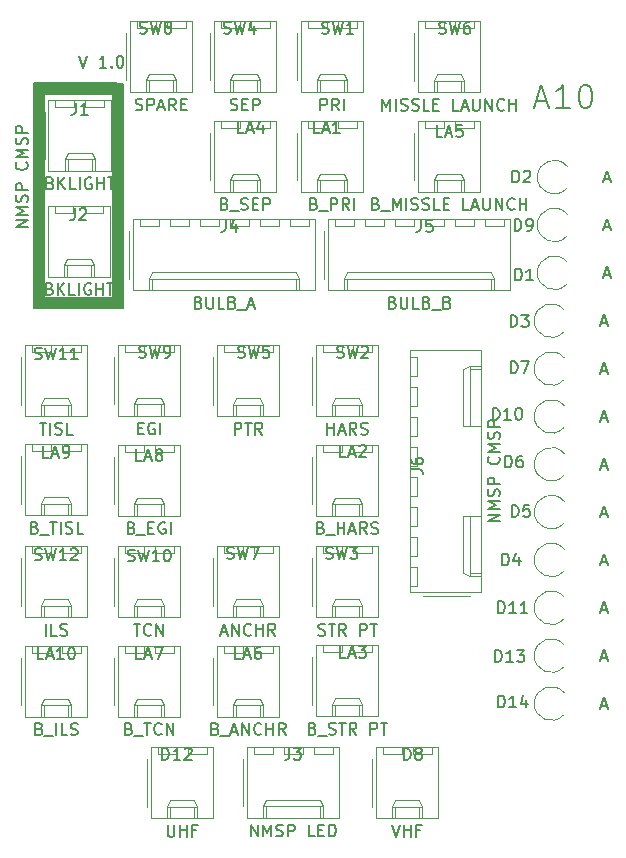
<source format=gbr>
%TF.GenerationSoftware,KiCad,Pcbnew,7.0.9*%
%TF.CreationDate,2023-12-04T06:36:33+10:00*%
%TF.ProjectId,CMSP NMSP,434d5350-204e-44d5-9350-2e6b69636164,rev?*%
%TF.SameCoordinates,Original*%
%TF.FileFunction,Legend,Top*%
%TF.FilePolarity,Positive*%
%FSLAX46Y46*%
G04 Gerber Fmt 4.6, Leading zero omitted, Abs format (unit mm)*
G04 Created by KiCad (PCBNEW 7.0.9) date 2023-12-04 06:36:33*
%MOMM*%
%LPD*%
G01*
G04 APERTURE LIST*
%ADD10C,0.150000*%
%ADD11C,0.120000*%
G04 APERTURE END LIST*
D10*
X114530000Y-50754600D02*
X115390000Y-50754600D01*
X115390000Y-69740000D01*
X114530000Y-69740000D01*
X114530000Y-50754600D01*
G36*
X114530000Y-50754600D02*
G01*
X115390000Y-50754600D01*
X115390000Y-69740000D01*
X114530000Y-69740000D01*
X114530000Y-50754600D01*
G37*
X107850000Y-51582300D02*
X108710000Y-51582300D01*
X108710000Y-68917700D01*
X107850000Y-68917700D01*
X107850000Y-51582300D01*
G36*
X107850000Y-51582300D02*
G01*
X108710000Y-51582300D01*
X108710000Y-68917700D01*
X107850000Y-68917700D01*
X107850000Y-51582300D01*
G37*
X107890000Y-68880000D02*
X115390000Y-68880000D01*
X115390000Y-69740000D01*
X107890000Y-69740000D01*
X107890000Y-68880000D01*
G36*
X107890000Y-68880000D02*
G01*
X115390000Y-68880000D01*
X115390000Y-69740000D01*
X107890000Y-69740000D01*
X107890000Y-68880000D01*
G37*
X107880000Y-50742300D02*
X114870000Y-50742300D01*
X114870000Y-51602300D01*
X107880000Y-51602300D01*
X107880000Y-50742300D01*
G36*
X107880000Y-50742300D02*
G01*
X114870000Y-50742300D01*
X114870000Y-51602300D01*
X107880000Y-51602300D01*
X107880000Y-50742300D01*
G37*
X150339636Y-52262009D02*
X151292017Y-52262009D01*
X150149160Y-52833438D02*
X150815826Y-50833438D01*
X150815826Y-50833438D02*
X151482493Y-52833438D01*
X153196779Y-52833438D02*
X152053922Y-52833438D01*
X152625350Y-52833438D02*
X152625350Y-50833438D01*
X152625350Y-50833438D02*
X152434874Y-51119152D01*
X152434874Y-51119152D02*
X152244398Y-51309628D01*
X152244398Y-51309628D02*
X152053922Y-51404866D01*
X154434874Y-50833438D02*
X154625351Y-50833438D01*
X154625351Y-50833438D02*
X154815827Y-50928676D01*
X154815827Y-50928676D02*
X154911065Y-51023914D01*
X154911065Y-51023914D02*
X155006303Y-51214390D01*
X155006303Y-51214390D02*
X155101541Y-51595342D01*
X155101541Y-51595342D02*
X155101541Y-52071533D01*
X155101541Y-52071533D02*
X155006303Y-52452485D01*
X155006303Y-52452485D02*
X154911065Y-52642961D01*
X154911065Y-52642961D02*
X154815827Y-52738200D01*
X154815827Y-52738200D02*
X154625351Y-52833438D01*
X154625351Y-52833438D02*
X154434874Y-52833438D01*
X154434874Y-52833438D02*
X154244398Y-52738200D01*
X154244398Y-52738200D02*
X154149160Y-52642961D01*
X154149160Y-52642961D02*
X154053922Y-52452485D01*
X154053922Y-52452485D02*
X153958684Y-52071533D01*
X153958684Y-52071533D02*
X153958684Y-51595342D01*
X153958684Y-51595342D02*
X154053922Y-51214390D01*
X154053922Y-51214390D02*
X154149160Y-51023914D01*
X154149160Y-51023914D02*
X154244398Y-50928676D01*
X154244398Y-50928676D02*
X154434874Y-50833438D01*
X111699922Y-48399819D02*
X112033255Y-49399819D01*
X112033255Y-49399819D02*
X112366588Y-48399819D01*
X113985636Y-49399819D02*
X113414208Y-49399819D01*
X113699922Y-49399819D02*
X113699922Y-48399819D01*
X113699922Y-48399819D02*
X113604684Y-48542676D01*
X113604684Y-48542676D02*
X113509446Y-48637914D01*
X113509446Y-48637914D02*
X113414208Y-48685533D01*
X114414208Y-49304580D02*
X114461827Y-49352200D01*
X114461827Y-49352200D02*
X114414208Y-49399819D01*
X114414208Y-49399819D02*
X114366589Y-49352200D01*
X114366589Y-49352200D02*
X114414208Y-49304580D01*
X114414208Y-49304580D02*
X114414208Y-49399819D01*
X115080874Y-48399819D02*
X115176112Y-48399819D01*
X115176112Y-48399819D02*
X115271350Y-48447438D01*
X115271350Y-48447438D02*
X115318969Y-48495057D01*
X115318969Y-48495057D02*
X115366588Y-48590295D01*
X115366588Y-48590295D02*
X115414207Y-48780771D01*
X115414207Y-48780771D02*
X115414207Y-49018866D01*
X115414207Y-49018866D02*
X115366588Y-49209342D01*
X115366588Y-49209342D02*
X115318969Y-49304580D01*
X115318969Y-49304580D02*
X115271350Y-49352200D01*
X115271350Y-49352200D02*
X115176112Y-49399819D01*
X115176112Y-49399819D02*
X115080874Y-49399819D01*
X115080874Y-49399819D02*
X114985636Y-49352200D01*
X114985636Y-49352200D02*
X114938017Y-49304580D01*
X114938017Y-49304580D02*
X114890398Y-49209342D01*
X114890398Y-49209342D02*
X114842779Y-49018866D01*
X114842779Y-49018866D02*
X114842779Y-48780771D01*
X114842779Y-48780771D02*
X114890398Y-48590295D01*
X114890398Y-48590295D02*
X114938017Y-48495057D01*
X114938017Y-48495057D02*
X114985636Y-48447438D01*
X114985636Y-48447438D02*
X115080874Y-48399819D01*
X107311819Y-62909220D02*
X106311819Y-62909220D01*
X106311819Y-62909220D02*
X107311819Y-62337792D01*
X107311819Y-62337792D02*
X106311819Y-62337792D01*
X107311819Y-61861601D02*
X106311819Y-61861601D01*
X106311819Y-61861601D02*
X107026104Y-61528268D01*
X107026104Y-61528268D02*
X106311819Y-61194935D01*
X106311819Y-61194935D02*
X107311819Y-61194935D01*
X107264200Y-60766363D02*
X107311819Y-60623506D01*
X107311819Y-60623506D02*
X107311819Y-60385411D01*
X107311819Y-60385411D02*
X107264200Y-60290173D01*
X107264200Y-60290173D02*
X107216580Y-60242554D01*
X107216580Y-60242554D02*
X107121342Y-60194935D01*
X107121342Y-60194935D02*
X107026104Y-60194935D01*
X107026104Y-60194935D02*
X106930866Y-60242554D01*
X106930866Y-60242554D02*
X106883247Y-60290173D01*
X106883247Y-60290173D02*
X106835628Y-60385411D01*
X106835628Y-60385411D02*
X106788009Y-60575887D01*
X106788009Y-60575887D02*
X106740390Y-60671125D01*
X106740390Y-60671125D02*
X106692771Y-60718744D01*
X106692771Y-60718744D02*
X106597533Y-60766363D01*
X106597533Y-60766363D02*
X106502295Y-60766363D01*
X106502295Y-60766363D02*
X106407057Y-60718744D01*
X106407057Y-60718744D02*
X106359438Y-60671125D01*
X106359438Y-60671125D02*
X106311819Y-60575887D01*
X106311819Y-60575887D02*
X106311819Y-60337792D01*
X106311819Y-60337792D02*
X106359438Y-60194935D01*
X107311819Y-59766363D02*
X106311819Y-59766363D01*
X106311819Y-59766363D02*
X106311819Y-59385411D01*
X106311819Y-59385411D02*
X106359438Y-59290173D01*
X106359438Y-59290173D02*
X106407057Y-59242554D01*
X106407057Y-59242554D02*
X106502295Y-59194935D01*
X106502295Y-59194935D02*
X106645152Y-59194935D01*
X106645152Y-59194935D02*
X106740390Y-59242554D01*
X106740390Y-59242554D02*
X106788009Y-59290173D01*
X106788009Y-59290173D02*
X106835628Y-59385411D01*
X106835628Y-59385411D02*
X106835628Y-59766363D01*
X107216580Y-57433030D02*
X107264200Y-57480649D01*
X107264200Y-57480649D02*
X107311819Y-57623506D01*
X107311819Y-57623506D02*
X107311819Y-57718744D01*
X107311819Y-57718744D02*
X107264200Y-57861601D01*
X107264200Y-57861601D02*
X107168961Y-57956839D01*
X107168961Y-57956839D02*
X107073723Y-58004458D01*
X107073723Y-58004458D02*
X106883247Y-58052077D01*
X106883247Y-58052077D02*
X106740390Y-58052077D01*
X106740390Y-58052077D02*
X106549914Y-58004458D01*
X106549914Y-58004458D02*
X106454676Y-57956839D01*
X106454676Y-57956839D02*
X106359438Y-57861601D01*
X106359438Y-57861601D02*
X106311819Y-57718744D01*
X106311819Y-57718744D02*
X106311819Y-57623506D01*
X106311819Y-57623506D02*
X106359438Y-57480649D01*
X106359438Y-57480649D02*
X106407057Y-57433030D01*
X107311819Y-57004458D02*
X106311819Y-57004458D01*
X106311819Y-57004458D02*
X107026104Y-56671125D01*
X107026104Y-56671125D02*
X106311819Y-56337792D01*
X106311819Y-56337792D02*
X107311819Y-56337792D01*
X107264200Y-55909220D02*
X107311819Y-55766363D01*
X107311819Y-55766363D02*
X107311819Y-55528268D01*
X107311819Y-55528268D02*
X107264200Y-55433030D01*
X107264200Y-55433030D02*
X107216580Y-55385411D01*
X107216580Y-55385411D02*
X107121342Y-55337792D01*
X107121342Y-55337792D02*
X107026104Y-55337792D01*
X107026104Y-55337792D02*
X106930866Y-55385411D01*
X106930866Y-55385411D02*
X106883247Y-55433030D01*
X106883247Y-55433030D02*
X106835628Y-55528268D01*
X106835628Y-55528268D02*
X106788009Y-55718744D01*
X106788009Y-55718744D02*
X106740390Y-55813982D01*
X106740390Y-55813982D02*
X106692771Y-55861601D01*
X106692771Y-55861601D02*
X106597533Y-55909220D01*
X106597533Y-55909220D02*
X106502295Y-55909220D01*
X106502295Y-55909220D02*
X106407057Y-55861601D01*
X106407057Y-55861601D02*
X106359438Y-55813982D01*
X106359438Y-55813982D02*
X106311819Y-55718744D01*
X106311819Y-55718744D02*
X106311819Y-55480649D01*
X106311819Y-55480649D02*
X106359438Y-55337792D01*
X107311819Y-54909220D02*
X106311819Y-54909220D01*
X106311819Y-54909220D02*
X106311819Y-54528268D01*
X106311819Y-54528268D02*
X106359438Y-54433030D01*
X106359438Y-54433030D02*
X106407057Y-54385411D01*
X106407057Y-54385411D02*
X106502295Y-54337792D01*
X106502295Y-54337792D02*
X106645152Y-54337792D01*
X106645152Y-54337792D02*
X106740390Y-54385411D01*
X106740390Y-54385411D02*
X106788009Y-54433030D01*
X106788009Y-54433030D02*
X106835628Y-54528268D01*
X106835628Y-54528268D02*
X106835628Y-54909220D01*
X107918476Y-91065200D02*
X108061333Y-91112819D01*
X108061333Y-91112819D02*
X108299428Y-91112819D01*
X108299428Y-91112819D02*
X108394666Y-91065200D01*
X108394666Y-91065200D02*
X108442285Y-91017580D01*
X108442285Y-91017580D02*
X108489904Y-90922342D01*
X108489904Y-90922342D02*
X108489904Y-90827104D01*
X108489904Y-90827104D02*
X108442285Y-90731866D01*
X108442285Y-90731866D02*
X108394666Y-90684247D01*
X108394666Y-90684247D02*
X108299428Y-90636628D01*
X108299428Y-90636628D02*
X108108952Y-90589009D01*
X108108952Y-90589009D02*
X108013714Y-90541390D01*
X108013714Y-90541390D02*
X107966095Y-90493771D01*
X107966095Y-90493771D02*
X107918476Y-90398533D01*
X107918476Y-90398533D02*
X107918476Y-90303295D01*
X107918476Y-90303295D02*
X107966095Y-90208057D01*
X107966095Y-90208057D02*
X108013714Y-90160438D01*
X108013714Y-90160438D02*
X108108952Y-90112819D01*
X108108952Y-90112819D02*
X108347047Y-90112819D01*
X108347047Y-90112819D02*
X108489904Y-90160438D01*
X108823238Y-90112819D02*
X109061333Y-91112819D01*
X109061333Y-91112819D02*
X109251809Y-90398533D01*
X109251809Y-90398533D02*
X109442285Y-91112819D01*
X109442285Y-91112819D02*
X109680381Y-90112819D01*
X110585142Y-91112819D02*
X110013714Y-91112819D01*
X110299428Y-91112819D02*
X110299428Y-90112819D01*
X110299428Y-90112819D02*
X110204190Y-90255676D01*
X110204190Y-90255676D02*
X110108952Y-90350914D01*
X110108952Y-90350914D02*
X110013714Y-90398533D01*
X110966095Y-90208057D02*
X111013714Y-90160438D01*
X111013714Y-90160438D02*
X111108952Y-90112819D01*
X111108952Y-90112819D02*
X111347047Y-90112819D01*
X111347047Y-90112819D02*
X111442285Y-90160438D01*
X111442285Y-90160438D02*
X111489904Y-90208057D01*
X111489904Y-90208057D02*
X111537523Y-90303295D01*
X111537523Y-90303295D02*
X111537523Y-90398533D01*
X111537523Y-90398533D02*
X111489904Y-90541390D01*
X111489904Y-90541390D02*
X110918476Y-91112819D01*
X110918476Y-91112819D02*
X111537523Y-91112819D01*
X108847048Y-97498819D02*
X108847048Y-96498819D01*
X109799428Y-97498819D02*
X109323238Y-97498819D01*
X109323238Y-97498819D02*
X109323238Y-96498819D01*
X110085143Y-97451200D02*
X110228000Y-97498819D01*
X110228000Y-97498819D02*
X110466095Y-97498819D01*
X110466095Y-97498819D02*
X110561333Y-97451200D01*
X110561333Y-97451200D02*
X110608952Y-97403580D01*
X110608952Y-97403580D02*
X110656571Y-97308342D01*
X110656571Y-97308342D02*
X110656571Y-97213104D01*
X110656571Y-97213104D02*
X110608952Y-97117866D01*
X110608952Y-97117866D02*
X110561333Y-97070247D01*
X110561333Y-97070247D02*
X110466095Y-97022628D01*
X110466095Y-97022628D02*
X110275619Y-96975009D01*
X110275619Y-96975009D02*
X110180381Y-96927390D01*
X110180381Y-96927390D02*
X110132762Y-96879771D01*
X110132762Y-96879771D02*
X110085143Y-96784533D01*
X110085143Y-96784533D02*
X110085143Y-96689295D01*
X110085143Y-96689295D02*
X110132762Y-96594057D01*
X110132762Y-96594057D02*
X110180381Y-96546438D01*
X110180381Y-96546438D02*
X110275619Y-96498819D01*
X110275619Y-96498819D02*
X110513714Y-96498819D01*
X110513714Y-96498819D02*
X110656571Y-96546438D01*
X107918476Y-74067200D02*
X108061333Y-74114819D01*
X108061333Y-74114819D02*
X108299428Y-74114819D01*
X108299428Y-74114819D02*
X108394666Y-74067200D01*
X108394666Y-74067200D02*
X108442285Y-74019580D01*
X108442285Y-74019580D02*
X108489904Y-73924342D01*
X108489904Y-73924342D02*
X108489904Y-73829104D01*
X108489904Y-73829104D02*
X108442285Y-73733866D01*
X108442285Y-73733866D02*
X108394666Y-73686247D01*
X108394666Y-73686247D02*
X108299428Y-73638628D01*
X108299428Y-73638628D02*
X108108952Y-73591009D01*
X108108952Y-73591009D02*
X108013714Y-73543390D01*
X108013714Y-73543390D02*
X107966095Y-73495771D01*
X107966095Y-73495771D02*
X107918476Y-73400533D01*
X107918476Y-73400533D02*
X107918476Y-73305295D01*
X107918476Y-73305295D02*
X107966095Y-73210057D01*
X107966095Y-73210057D02*
X108013714Y-73162438D01*
X108013714Y-73162438D02*
X108108952Y-73114819D01*
X108108952Y-73114819D02*
X108347047Y-73114819D01*
X108347047Y-73114819D02*
X108489904Y-73162438D01*
X108823238Y-73114819D02*
X109061333Y-74114819D01*
X109061333Y-74114819D02*
X109251809Y-73400533D01*
X109251809Y-73400533D02*
X109442285Y-74114819D01*
X109442285Y-74114819D02*
X109680381Y-73114819D01*
X110585142Y-74114819D02*
X110013714Y-74114819D01*
X110299428Y-74114819D02*
X110299428Y-73114819D01*
X110299428Y-73114819D02*
X110204190Y-73257676D01*
X110204190Y-73257676D02*
X110108952Y-73352914D01*
X110108952Y-73352914D02*
X110013714Y-73400533D01*
X111537523Y-74114819D02*
X110966095Y-74114819D01*
X111251809Y-74114819D02*
X111251809Y-73114819D01*
X111251809Y-73114819D02*
X111156571Y-73257676D01*
X111156571Y-73257676D02*
X111061333Y-73352914D01*
X111061333Y-73352914D02*
X110966095Y-73400533D01*
X108323238Y-79480819D02*
X108894666Y-79480819D01*
X108608952Y-80480819D02*
X108608952Y-79480819D01*
X109228000Y-80480819D02*
X109228000Y-79480819D01*
X109656571Y-80433200D02*
X109799428Y-80480819D01*
X109799428Y-80480819D02*
X110037523Y-80480819D01*
X110037523Y-80480819D02*
X110132761Y-80433200D01*
X110132761Y-80433200D02*
X110180380Y-80385580D01*
X110180380Y-80385580D02*
X110227999Y-80290342D01*
X110227999Y-80290342D02*
X110227999Y-80195104D01*
X110227999Y-80195104D02*
X110180380Y-80099866D01*
X110180380Y-80099866D02*
X110132761Y-80052247D01*
X110132761Y-80052247D02*
X110037523Y-80004628D01*
X110037523Y-80004628D02*
X109847047Y-79957009D01*
X109847047Y-79957009D02*
X109751809Y-79909390D01*
X109751809Y-79909390D02*
X109704190Y-79861771D01*
X109704190Y-79861771D02*
X109656571Y-79766533D01*
X109656571Y-79766533D02*
X109656571Y-79671295D01*
X109656571Y-79671295D02*
X109704190Y-79576057D01*
X109704190Y-79576057D02*
X109751809Y-79528438D01*
X109751809Y-79528438D02*
X109847047Y-79480819D01*
X109847047Y-79480819D02*
X110085142Y-79480819D01*
X110085142Y-79480819D02*
X110227999Y-79528438D01*
X111132761Y-80480819D02*
X110656571Y-80480819D01*
X110656571Y-80480819D02*
X110656571Y-79480819D01*
X116738667Y-73903200D02*
X116881524Y-73950819D01*
X116881524Y-73950819D02*
X117119619Y-73950819D01*
X117119619Y-73950819D02*
X117214857Y-73903200D01*
X117214857Y-73903200D02*
X117262476Y-73855580D01*
X117262476Y-73855580D02*
X117310095Y-73760342D01*
X117310095Y-73760342D02*
X117310095Y-73665104D01*
X117310095Y-73665104D02*
X117262476Y-73569866D01*
X117262476Y-73569866D02*
X117214857Y-73522247D01*
X117214857Y-73522247D02*
X117119619Y-73474628D01*
X117119619Y-73474628D02*
X116929143Y-73427009D01*
X116929143Y-73427009D02*
X116833905Y-73379390D01*
X116833905Y-73379390D02*
X116786286Y-73331771D01*
X116786286Y-73331771D02*
X116738667Y-73236533D01*
X116738667Y-73236533D02*
X116738667Y-73141295D01*
X116738667Y-73141295D02*
X116786286Y-73046057D01*
X116786286Y-73046057D02*
X116833905Y-72998438D01*
X116833905Y-72998438D02*
X116929143Y-72950819D01*
X116929143Y-72950819D02*
X117167238Y-72950819D01*
X117167238Y-72950819D02*
X117310095Y-72998438D01*
X117643429Y-72950819D02*
X117881524Y-73950819D01*
X117881524Y-73950819D02*
X118072000Y-73236533D01*
X118072000Y-73236533D02*
X118262476Y-73950819D01*
X118262476Y-73950819D02*
X118500572Y-72950819D01*
X118929143Y-73950819D02*
X119119619Y-73950819D01*
X119119619Y-73950819D02*
X119214857Y-73903200D01*
X119214857Y-73903200D02*
X119262476Y-73855580D01*
X119262476Y-73855580D02*
X119357714Y-73712723D01*
X119357714Y-73712723D02*
X119405333Y-73522247D01*
X119405333Y-73522247D02*
X119405333Y-73141295D01*
X119405333Y-73141295D02*
X119357714Y-73046057D01*
X119357714Y-73046057D02*
X119310095Y-72998438D01*
X119310095Y-72998438D02*
X119214857Y-72950819D01*
X119214857Y-72950819D02*
X119024381Y-72950819D01*
X119024381Y-72950819D02*
X118929143Y-72998438D01*
X118929143Y-72998438D02*
X118881524Y-73046057D01*
X118881524Y-73046057D02*
X118833905Y-73141295D01*
X118833905Y-73141295D02*
X118833905Y-73379390D01*
X118833905Y-73379390D02*
X118881524Y-73474628D01*
X118881524Y-73474628D02*
X118929143Y-73522247D01*
X118929143Y-73522247D02*
X119024381Y-73569866D01*
X119024381Y-73569866D02*
X119214857Y-73569866D01*
X119214857Y-73569866D02*
X119310095Y-73522247D01*
X119310095Y-73522247D02*
X119357714Y-73474628D01*
X119357714Y-73474628D02*
X119405333Y-73379390D01*
X116649619Y-79937009D02*
X116982952Y-79937009D01*
X117125809Y-80460819D02*
X116649619Y-80460819D01*
X116649619Y-80460819D02*
X116649619Y-79460819D01*
X116649619Y-79460819D02*
X117125809Y-79460819D01*
X118078190Y-79508438D02*
X117982952Y-79460819D01*
X117982952Y-79460819D02*
X117840095Y-79460819D01*
X117840095Y-79460819D02*
X117697238Y-79508438D01*
X117697238Y-79508438D02*
X117602000Y-79603676D01*
X117602000Y-79603676D02*
X117554381Y-79698914D01*
X117554381Y-79698914D02*
X117506762Y-79889390D01*
X117506762Y-79889390D02*
X117506762Y-80032247D01*
X117506762Y-80032247D02*
X117554381Y-80222723D01*
X117554381Y-80222723D02*
X117602000Y-80317961D01*
X117602000Y-80317961D02*
X117697238Y-80413200D01*
X117697238Y-80413200D02*
X117840095Y-80460819D01*
X117840095Y-80460819D02*
X117935333Y-80460819D01*
X117935333Y-80460819D02*
X118078190Y-80413200D01*
X118078190Y-80413200D02*
X118125809Y-80365580D01*
X118125809Y-80365580D02*
X118125809Y-80032247D01*
X118125809Y-80032247D02*
X117935333Y-80032247D01*
X118554381Y-80460819D02*
X118554381Y-79460819D01*
X125120667Y-73923200D02*
X125263524Y-73970819D01*
X125263524Y-73970819D02*
X125501619Y-73970819D01*
X125501619Y-73970819D02*
X125596857Y-73923200D01*
X125596857Y-73923200D02*
X125644476Y-73875580D01*
X125644476Y-73875580D02*
X125692095Y-73780342D01*
X125692095Y-73780342D02*
X125692095Y-73685104D01*
X125692095Y-73685104D02*
X125644476Y-73589866D01*
X125644476Y-73589866D02*
X125596857Y-73542247D01*
X125596857Y-73542247D02*
X125501619Y-73494628D01*
X125501619Y-73494628D02*
X125311143Y-73447009D01*
X125311143Y-73447009D02*
X125215905Y-73399390D01*
X125215905Y-73399390D02*
X125168286Y-73351771D01*
X125168286Y-73351771D02*
X125120667Y-73256533D01*
X125120667Y-73256533D02*
X125120667Y-73161295D01*
X125120667Y-73161295D02*
X125168286Y-73066057D01*
X125168286Y-73066057D02*
X125215905Y-73018438D01*
X125215905Y-73018438D02*
X125311143Y-72970819D01*
X125311143Y-72970819D02*
X125549238Y-72970819D01*
X125549238Y-72970819D02*
X125692095Y-73018438D01*
X126025429Y-72970819D02*
X126263524Y-73970819D01*
X126263524Y-73970819D02*
X126454000Y-73256533D01*
X126454000Y-73256533D02*
X126644476Y-73970819D01*
X126644476Y-73970819D02*
X126882572Y-72970819D01*
X127739714Y-72970819D02*
X127263524Y-72970819D01*
X127263524Y-72970819D02*
X127215905Y-73447009D01*
X127215905Y-73447009D02*
X127263524Y-73399390D01*
X127263524Y-73399390D02*
X127358762Y-73351771D01*
X127358762Y-73351771D02*
X127596857Y-73351771D01*
X127596857Y-73351771D02*
X127692095Y-73399390D01*
X127692095Y-73399390D02*
X127739714Y-73447009D01*
X127739714Y-73447009D02*
X127787333Y-73542247D01*
X127787333Y-73542247D02*
X127787333Y-73780342D01*
X127787333Y-73780342D02*
X127739714Y-73875580D01*
X127739714Y-73875580D02*
X127692095Y-73923200D01*
X127692095Y-73923200D02*
X127596857Y-73970819D01*
X127596857Y-73970819D02*
X127358762Y-73970819D01*
X127358762Y-73970819D02*
X127263524Y-73923200D01*
X127263524Y-73923200D02*
X127215905Y-73875580D01*
X124841143Y-80480819D02*
X124841143Y-79480819D01*
X124841143Y-79480819D02*
X125222095Y-79480819D01*
X125222095Y-79480819D02*
X125317333Y-79528438D01*
X125317333Y-79528438D02*
X125364952Y-79576057D01*
X125364952Y-79576057D02*
X125412571Y-79671295D01*
X125412571Y-79671295D02*
X125412571Y-79814152D01*
X125412571Y-79814152D02*
X125364952Y-79909390D01*
X125364952Y-79909390D02*
X125317333Y-79957009D01*
X125317333Y-79957009D02*
X125222095Y-80004628D01*
X125222095Y-80004628D02*
X124841143Y-80004628D01*
X125698286Y-79480819D02*
X126269714Y-79480819D01*
X125984000Y-80480819D02*
X125984000Y-79480819D01*
X127174476Y-80480819D02*
X126841143Y-80004628D01*
X126603048Y-80480819D02*
X126603048Y-79480819D01*
X126603048Y-79480819D02*
X126984000Y-79480819D01*
X126984000Y-79480819D02*
X127079238Y-79528438D01*
X127079238Y-79528438D02*
X127126857Y-79576057D01*
X127126857Y-79576057D02*
X127174476Y-79671295D01*
X127174476Y-79671295D02*
X127174476Y-79814152D01*
X127174476Y-79814152D02*
X127126857Y-79909390D01*
X127126857Y-79909390D02*
X127079238Y-79957009D01*
X127079238Y-79957009D02*
X126984000Y-80004628D01*
X126984000Y-80004628D02*
X126603048Y-80004628D01*
X132562667Y-90941200D02*
X132705524Y-90988819D01*
X132705524Y-90988819D02*
X132943619Y-90988819D01*
X132943619Y-90988819D02*
X133038857Y-90941200D01*
X133038857Y-90941200D02*
X133086476Y-90893580D01*
X133086476Y-90893580D02*
X133134095Y-90798342D01*
X133134095Y-90798342D02*
X133134095Y-90703104D01*
X133134095Y-90703104D02*
X133086476Y-90607866D01*
X133086476Y-90607866D02*
X133038857Y-90560247D01*
X133038857Y-90560247D02*
X132943619Y-90512628D01*
X132943619Y-90512628D02*
X132753143Y-90465009D01*
X132753143Y-90465009D02*
X132657905Y-90417390D01*
X132657905Y-90417390D02*
X132610286Y-90369771D01*
X132610286Y-90369771D02*
X132562667Y-90274533D01*
X132562667Y-90274533D02*
X132562667Y-90179295D01*
X132562667Y-90179295D02*
X132610286Y-90084057D01*
X132610286Y-90084057D02*
X132657905Y-90036438D01*
X132657905Y-90036438D02*
X132753143Y-89988819D01*
X132753143Y-89988819D02*
X132991238Y-89988819D01*
X132991238Y-89988819D02*
X133134095Y-90036438D01*
X133467429Y-89988819D02*
X133705524Y-90988819D01*
X133705524Y-90988819D02*
X133896000Y-90274533D01*
X133896000Y-90274533D02*
X134086476Y-90988819D01*
X134086476Y-90988819D02*
X134324572Y-89988819D01*
X134610286Y-89988819D02*
X135229333Y-89988819D01*
X135229333Y-89988819D02*
X134896000Y-90369771D01*
X134896000Y-90369771D02*
X135038857Y-90369771D01*
X135038857Y-90369771D02*
X135134095Y-90417390D01*
X135134095Y-90417390D02*
X135181714Y-90465009D01*
X135181714Y-90465009D02*
X135229333Y-90560247D01*
X135229333Y-90560247D02*
X135229333Y-90798342D01*
X135229333Y-90798342D02*
X135181714Y-90893580D01*
X135181714Y-90893580D02*
X135134095Y-90941200D01*
X135134095Y-90941200D02*
X135038857Y-90988819D01*
X135038857Y-90988819D02*
X134753143Y-90988819D01*
X134753143Y-90988819D02*
X134657905Y-90941200D01*
X134657905Y-90941200D02*
X134610286Y-90893580D01*
X131937428Y-97451200D02*
X132080285Y-97498819D01*
X132080285Y-97498819D02*
X132318380Y-97498819D01*
X132318380Y-97498819D02*
X132413618Y-97451200D01*
X132413618Y-97451200D02*
X132461237Y-97403580D01*
X132461237Y-97403580D02*
X132508856Y-97308342D01*
X132508856Y-97308342D02*
X132508856Y-97213104D01*
X132508856Y-97213104D02*
X132461237Y-97117866D01*
X132461237Y-97117866D02*
X132413618Y-97070247D01*
X132413618Y-97070247D02*
X132318380Y-97022628D01*
X132318380Y-97022628D02*
X132127904Y-96975009D01*
X132127904Y-96975009D02*
X132032666Y-96927390D01*
X132032666Y-96927390D02*
X131985047Y-96879771D01*
X131985047Y-96879771D02*
X131937428Y-96784533D01*
X131937428Y-96784533D02*
X131937428Y-96689295D01*
X131937428Y-96689295D02*
X131985047Y-96594057D01*
X131985047Y-96594057D02*
X132032666Y-96546438D01*
X132032666Y-96546438D02*
X132127904Y-96498819D01*
X132127904Y-96498819D02*
X132365999Y-96498819D01*
X132365999Y-96498819D02*
X132508856Y-96546438D01*
X132794571Y-96498819D02*
X133365999Y-96498819D01*
X133080285Y-97498819D02*
X133080285Y-96498819D01*
X134270761Y-97498819D02*
X133937428Y-97022628D01*
X133699333Y-97498819D02*
X133699333Y-96498819D01*
X133699333Y-96498819D02*
X134080285Y-96498819D01*
X134080285Y-96498819D02*
X134175523Y-96546438D01*
X134175523Y-96546438D02*
X134223142Y-96594057D01*
X134223142Y-96594057D02*
X134270761Y-96689295D01*
X134270761Y-96689295D02*
X134270761Y-96832152D01*
X134270761Y-96832152D02*
X134223142Y-96927390D01*
X134223142Y-96927390D02*
X134175523Y-96975009D01*
X134175523Y-96975009D02*
X134080285Y-97022628D01*
X134080285Y-97022628D02*
X133699333Y-97022628D01*
X135461238Y-97498819D02*
X135461238Y-96498819D01*
X135461238Y-96498819D02*
X135842190Y-96498819D01*
X135842190Y-96498819D02*
X135937428Y-96546438D01*
X135937428Y-96546438D02*
X135985047Y-96594057D01*
X135985047Y-96594057D02*
X136032666Y-96689295D01*
X136032666Y-96689295D02*
X136032666Y-96832152D01*
X136032666Y-96832152D02*
X135985047Y-96927390D01*
X135985047Y-96927390D02*
X135937428Y-96975009D01*
X135937428Y-96975009D02*
X135842190Y-97022628D01*
X135842190Y-97022628D02*
X135461238Y-97022628D01*
X136318381Y-96498819D02*
X136889809Y-96498819D01*
X136604095Y-97498819D02*
X136604095Y-96498819D01*
X133502667Y-73923200D02*
X133645524Y-73970819D01*
X133645524Y-73970819D02*
X133883619Y-73970819D01*
X133883619Y-73970819D02*
X133978857Y-73923200D01*
X133978857Y-73923200D02*
X134026476Y-73875580D01*
X134026476Y-73875580D02*
X134074095Y-73780342D01*
X134074095Y-73780342D02*
X134074095Y-73685104D01*
X134074095Y-73685104D02*
X134026476Y-73589866D01*
X134026476Y-73589866D02*
X133978857Y-73542247D01*
X133978857Y-73542247D02*
X133883619Y-73494628D01*
X133883619Y-73494628D02*
X133693143Y-73447009D01*
X133693143Y-73447009D02*
X133597905Y-73399390D01*
X133597905Y-73399390D02*
X133550286Y-73351771D01*
X133550286Y-73351771D02*
X133502667Y-73256533D01*
X133502667Y-73256533D02*
X133502667Y-73161295D01*
X133502667Y-73161295D02*
X133550286Y-73066057D01*
X133550286Y-73066057D02*
X133597905Y-73018438D01*
X133597905Y-73018438D02*
X133693143Y-72970819D01*
X133693143Y-72970819D02*
X133931238Y-72970819D01*
X133931238Y-72970819D02*
X134074095Y-73018438D01*
X134407429Y-72970819D02*
X134645524Y-73970819D01*
X134645524Y-73970819D02*
X134836000Y-73256533D01*
X134836000Y-73256533D02*
X135026476Y-73970819D01*
X135026476Y-73970819D02*
X135264572Y-72970819D01*
X135597905Y-73066057D02*
X135645524Y-73018438D01*
X135645524Y-73018438D02*
X135740762Y-72970819D01*
X135740762Y-72970819D02*
X135978857Y-72970819D01*
X135978857Y-72970819D02*
X136074095Y-73018438D01*
X136074095Y-73018438D02*
X136121714Y-73066057D01*
X136121714Y-73066057D02*
X136169333Y-73161295D01*
X136169333Y-73161295D02*
X136169333Y-73256533D01*
X136169333Y-73256533D02*
X136121714Y-73399390D01*
X136121714Y-73399390D02*
X135550286Y-73970819D01*
X135550286Y-73970819D02*
X136169333Y-73970819D01*
X132675524Y-80480819D02*
X132675524Y-79480819D01*
X132675524Y-79957009D02*
X133246952Y-79957009D01*
X133246952Y-80480819D02*
X133246952Y-79480819D01*
X133675524Y-80195104D02*
X134151714Y-80195104D01*
X133580286Y-80480819D02*
X133913619Y-79480819D01*
X133913619Y-79480819D02*
X134246952Y-80480819D01*
X135151714Y-80480819D02*
X134818381Y-80004628D01*
X134580286Y-80480819D02*
X134580286Y-79480819D01*
X134580286Y-79480819D02*
X134961238Y-79480819D01*
X134961238Y-79480819D02*
X135056476Y-79528438D01*
X135056476Y-79528438D02*
X135104095Y-79576057D01*
X135104095Y-79576057D02*
X135151714Y-79671295D01*
X135151714Y-79671295D02*
X135151714Y-79814152D01*
X135151714Y-79814152D02*
X135104095Y-79909390D01*
X135104095Y-79909390D02*
X135056476Y-79957009D01*
X135056476Y-79957009D02*
X134961238Y-80004628D01*
X134961238Y-80004628D02*
X134580286Y-80004628D01*
X135532667Y-80433200D02*
X135675524Y-80480819D01*
X135675524Y-80480819D02*
X135913619Y-80480819D01*
X135913619Y-80480819D02*
X136008857Y-80433200D01*
X136008857Y-80433200D02*
X136056476Y-80385580D01*
X136056476Y-80385580D02*
X136104095Y-80290342D01*
X136104095Y-80290342D02*
X136104095Y-80195104D01*
X136104095Y-80195104D02*
X136056476Y-80099866D01*
X136056476Y-80099866D02*
X136008857Y-80052247D01*
X136008857Y-80052247D02*
X135913619Y-80004628D01*
X135913619Y-80004628D02*
X135723143Y-79957009D01*
X135723143Y-79957009D02*
X135627905Y-79909390D01*
X135627905Y-79909390D02*
X135580286Y-79861771D01*
X135580286Y-79861771D02*
X135532667Y-79766533D01*
X135532667Y-79766533D02*
X135532667Y-79671295D01*
X135532667Y-79671295D02*
X135580286Y-79576057D01*
X135580286Y-79576057D02*
X135627905Y-79528438D01*
X135627905Y-79528438D02*
X135723143Y-79480819D01*
X135723143Y-79480819D02*
X135961238Y-79480819D01*
X135961238Y-79480819D02*
X136104095Y-79528438D01*
X132232667Y-46471200D02*
X132375524Y-46518819D01*
X132375524Y-46518819D02*
X132613619Y-46518819D01*
X132613619Y-46518819D02*
X132708857Y-46471200D01*
X132708857Y-46471200D02*
X132756476Y-46423580D01*
X132756476Y-46423580D02*
X132804095Y-46328342D01*
X132804095Y-46328342D02*
X132804095Y-46233104D01*
X132804095Y-46233104D02*
X132756476Y-46137866D01*
X132756476Y-46137866D02*
X132708857Y-46090247D01*
X132708857Y-46090247D02*
X132613619Y-46042628D01*
X132613619Y-46042628D02*
X132423143Y-45995009D01*
X132423143Y-45995009D02*
X132327905Y-45947390D01*
X132327905Y-45947390D02*
X132280286Y-45899771D01*
X132280286Y-45899771D02*
X132232667Y-45804533D01*
X132232667Y-45804533D02*
X132232667Y-45709295D01*
X132232667Y-45709295D02*
X132280286Y-45614057D01*
X132280286Y-45614057D02*
X132327905Y-45566438D01*
X132327905Y-45566438D02*
X132423143Y-45518819D01*
X132423143Y-45518819D02*
X132661238Y-45518819D01*
X132661238Y-45518819D02*
X132804095Y-45566438D01*
X133137429Y-45518819D02*
X133375524Y-46518819D01*
X133375524Y-46518819D02*
X133566000Y-45804533D01*
X133566000Y-45804533D02*
X133756476Y-46518819D01*
X133756476Y-46518819D02*
X133994572Y-45518819D01*
X134899333Y-46518819D02*
X134327905Y-46518819D01*
X134613619Y-46518819D02*
X134613619Y-45518819D01*
X134613619Y-45518819D02*
X134518381Y-45661676D01*
X134518381Y-45661676D02*
X134423143Y-45756914D01*
X134423143Y-45756914D02*
X134327905Y-45804533D01*
X132096000Y-53028819D02*
X132096000Y-52028819D01*
X132096000Y-52028819D02*
X132476952Y-52028819D01*
X132476952Y-52028819D02*
X132572190Y-52076438D01*
X132572190Y-52076438D02*
X132619809Y-52124057D01*
X132619809Y-52124057D02*
X132667428Y-52219295D01*
X132667428Y-52219295D02*
X132667428Y-52362152D01*
X132667428Y-52362152D02*
X132619809Y-52457390D01*
X132619809Y-52457390D02*
X132572190Y-52505009D01*
X132572190Y-52505009D02*
X132476952Y-52552628D01*
X132476952Y-52552628D02*
X132096000Y-52552628D01*
X133667428Y-53028819D02*
X133334095Y-52552628D01*
X133096000Y-53028819D02*
X133096000Y-52028819D01*
X133096000Y-52028819D02*
X133476952Y-52028819D01*
X133476952Y-52028819D02*
X133572190Y-52076438D01*
X133572190Y-52076438D02*
X133619809Y-52124057D01*
X133619809Y-52124057D02*
X133667428Y-52219295D01*
X133667428Y-52219295D02*
X133667428Y-52362152D01*
X133667428Y-52362152D02*
X133619809Y-52457390D01*
X133619809Y-52457390D02*
X133572190Y-52505009D01*
X133572190Y-52505009D02*
X133476952Y-52552628D01*
X133476952Y-52552628D02*
X133096000Y-52552628D01*
X134096000Y-53028819D02*
X134096000Y-52028819D01*
X108656571Y-99486819D02*
X108180381Y-99486819D01*
X108180381Y-99486819D02*
X108180381Y-98486819D01*
X108942286Y-99201104D02*
X109418476Y-99201104D01*
X108847048Y-99486819D02*
X109180381Y-98486819D01*
X109180381Y-98486819D02*
X109513714Y-99486819D01*
X110370857Y-99486819D02*
X109799429Y-99486819D01*
X110085143Y-99486819D02*
X110085143Y-98486819D01*
X110085143Y-98486819D02*
X109989905Y-98629676D01*
X109989905Y-98629676D02*
X109894667Y-98724914D01*
X109894667Y-98724914D02*
X109799429Y-98772533D01*
X110989905Y-98486819D02*
X111085143Y-98486819D01*
X111085143Y-98486819D02*
X111180381Y-98534438D01*
X111180381Y-98534438D02*
X111228000Y-98582057D01*
X111228000Y-98582057D02*
X111275619Y-98677295D01*
X111275619Y-98677295D02*
X111323238Y-98867771D01*
X111323238Y-98867771D02*
X111323238Y-99105866D01*
X111323238Y-99105866D02*
X111275619Y-99296342D01*
X111275619Y-99296342D02*
X111228000Y-99391580D01*
X111228000Y-99391580D02*
X111180381Y-99439200D01*
X111180381Y-99439200D02*
X111085143Y-99486819D01*
X111085143Y-99486819D02*
X110989905Y-99486819D01*
X110989905Y-99486819D02*
X110894667Y-99439200D01*
X110894667Y-99439200D02*
X110847048Y-99391580D01*
X110847048Y-99391580D02*
X110799429Y-99296342D01*
X110799429Y-99296342D02*
X110751810Y-99105866D01*
X110751810Y-99105866D02*
X110751810Y-98867771D01*
X110751810Y-98867771D02*
X110799429Y-98677295D01*
X110799429Y-98677295D02*
X110847048Y-98582057D01*
X110847048Y-98582057D02*
X110894667Y-98534438D01*
X110894667Y-98534438D02*
X110989905Y-98486819D01*
X108299428Y-105377009D02*
X108442285Y-105424628D01*
X108442285Y-105424628D02*
X108489904Y-105472247D01*
X108489904Y-105472247D02*
X108537523Y-105567485D01*
X108537523Y-105567485D02*
X108537523Y-105710342D01*
X108537523Y-105710342D02*
X108489904Y-105805580D01*
X108489904Y-105805580D02*
X108442285Y-105853200D01*
X108442285Y-105853200D02*
X108347047Y-105900819D01*
X108347047Y-105900819D02*
X107966095Y-105900819D01*
X107966095Y-105900819D02*
X107966095Y-104900819D01*
X107966095Y-104900819D02*
X108299428Y-104900819D01*
X108299428Y-104900819D02*
X108394666Y-104948438D01*
X108394666Y-104948438D02*
X108442285Y-104996057D01*
X108442285Y-104996057D02*
X108489904Y-105091295D01*
X108489904Y-105091295D02*
X108489904Y-105186533D01*
X108489904Y-105186533D02*
X108442285Y-105281771D01*
X108442285Y-105281771D02*
X108394666Y-105329390D01*
X108394666Y-105329390D02*
X108299428Y-105377009D01*
X108299428Y-105377009D02*
X107966095Y-105377009D01*
X108728000Y-105996057D02*
X109489904Y-105996057D01*
X109728000Y-105900819D02*
X109728000Y-104900819D01*
X110680380Y-105900819D02*
X110204190Y-105900819D01*
X110204190Y-105900819D02*
X110204190Y-104900819D01*
X110966095Y-105853200D02*
X111108952Y-105900819D01*
X111108952Y-105900819D02*
X111347047Y-105900819D01*
X111347047Y-105900819D02*
X111442285Y-105853200D01*
X111442285Y-105853200D02*
X111489904Y-105805580D01*
X111489904Y-105805580D02*
X111537523Y-105710342D01*
X111537523Y-105710342D02*
X111537523Y-105615104D01*
X111537523Y-105615104D02*
X111489904Y-105519866D01*
X111489904Y-105519866D02*
X111442285Y-105472247D01*
X111442285Y-105472247D02*
X111347047Y-105424628D01*
X111347047Y-105424628D02*
X111156571Y-105377009D01*
X111156571Y-105377009D02*
X111061333Y-105329390D01*
X111061333Y-105329390D02*
X111013714Y-105281771D01*
X111013714Y-105281771D02*
X110966095Y-105186533D01*
X110966095Y-105186533D02*
X110966095Y-105091295D01*
X110966095Y-105091295D02*
X111013714Y-104996057D01*
X111013714Y-104996057D02*
X111061333Y-104948438D01*
X111061333Y-104948438D02*
X111156571Y-104900819D01*
X111156571Y-104900819D02*
X111394666Y-104900819D01*
X111394666Y-104900819D02*
X111537523Y-104948438D01*
X109132761Y-82424819D02*
X108656571Y-82424819D01*
X108656571Y-82424819D02*
X108656571Y-81424819D01*
X109418476Y-82139104D02*
X109894666Y-82139104D01*
X109323238Y-82424819D02*
X109656571Y-81424819D01*
X109656571Y-81424819D02*
X109989904Y-82424819D01*
X110370857Y-82424819D02*
X110561333Y-82424819D01*
X110561333Y-82424819D02*
X110656571Y-82377200D01*
X110656571Y-82377200D02*
X110704190Y-82329580D01*
X110704190Y-82329580D02*
X110799428Y-82186723D01*
X110799428Y-82186723D02*
X110847047Y-81996247D01*
X110847047Y-81996247D02*
X110847047Y-81615295D01*
X110847047Y-81615295D02*
X110799428Y-81520057D01*
X110799428Y-81520057D02*
X110751809Y-81472438D01*
X110751809Y-81472438D02*
X110656571Y-81424819D01*
X110656571Y-81424819D02*
X110466095Y-81424819D01*
X110466095Y-81424819D02*
X110370857Y-81472438D01*
X110370857Y-81472438D02*
X110323238Y-81520057D01*
X110323238Y-81520057D02*
X110275619Y-81615295D01*
X110275619Y-81615295D02*
X110275619Y-81853390D01*
X110275619Y-81853390D02*
X110323238Y-81948628D01*
X110323238Y-81948628D02*
X110370857Y-81996247D01*
X110370857Y-81996247D02*
X110466095Y-82043866D01*
X110466095Y-82043866D02*
X110656571Y-82043866D01*
X110656571Y-82043866D02*
X110751809Y-81996247D01*
X110751809Y-81996247D02*
X110799428Y-81948628D01*
X110799428Y-81948628D02*
X110847047Y-81853390D01*
X107918476Y-88339009D02*
X108061333Y-88386628D01*
X108061333Y-88386628D02*
X108108952Y-88434247D01*
X108108952Y-88434247D02*
X108156571Y-88529485D01*
X108156571Y-88529485D02*
X108156571Y-88672342D01*
X108156571Y-88672342D02*
X108108952Y-88767580D01*
X108108952Y-88767580D02*
X108061333Y-88815200D01*
X108061333Y-88815200D02*
X107966095Y-88862819D01*
X107966095Y-88862819D02*
X107585143Y-88862819D01*
X107585143Y-88862819D02*
X107585143Y-87862819D01*
X107585143Y-87862819D02*
X107918476Y-87862819D01*
X107918476Y-87862819D02*
X108013714Y-87910438D01*
X108013714Y-87910438D02*
X108061333Y-87958057D01*
X108061333Y-87958057D02*
X108108952Y-88053295D01*
X108108952Y-88053295D02*
X108108952Y-88148533D01*
X108108952Y-88148533D02*
X108061333Y-88243771D01*
X108061333Y-88243771D02*
X108013714Y-88291390D01*
X108013714Y-88291390D02*
X107918476Y-88339009D01*
X107918476Y-88339009D02*
X107585143Y-88339009D01*
X108347048Y-88958057D02*
X109108952Y-88958057D01*
X109204191Y-87862819D02*
X109775619Y-87862819D01*
X109489905Y-88862819D02*
X109489905Y-87862819D01*
X110108953Y-88862819D02*
X110108953Y-87862819D01*
X110537524Y-88815200D02*
X110680381Y-88862819D01*
X110680381Y-88862819D02*
X110918476Y-88862819D01*
X110918476Y-88862819D02*
X111013714Y-88815200D01*
X111013714Y-88815200D02*
X111061333Y-88767580D01*
X111061333Y-88767580D02*
X111108952Y-88672342D01*
X111108952Y-88672342D02*
X111108952Y-88577104D01*
X111108952Y-88577104D02*
X111061333Y-88481866D01*
X111061333Y-88481866D02*
X111013714Y-88434247D01*
X111013714Y-88434247D02*
X110918476Y-88386628D01*
X110918476Y-88386628D02*
X110728000Y-88339009D01*
X110728000Y-88339009D02*
X110632762Y-88291390D01*
X110632762Y-88291390D02*
X110585143Y-88243771D01*
X110585143Y-88243771D02*
X110537524Y-88148533D01*
X110537524Y-88148533D02*
X110537524Y-88053295D01*
X110537524Y-88053295D02*
X110585143Y-87958057D01*
X110585143Y-87958057D02*
X110632762Y-87910438D01*
X110632762Y-87910438D02*
X110728000Y-87862819D01*
X110728000Y-87862819D02*
X110966095Y-87862819D01*
X110966095Y-87862819D02*
X111108952Y-87910438D01*
X112013714Y-88862819D02*
X111537524Y-88862819D01*
X111537524Y-88862819D02*
X111537524Y-87862819D01*
X117006761Y-82698819D02*
X116530571Y-82698819D01*
X116530571Y-82698819D02*
X116530571Y-81698819D01*
X117292476Y-82413104D02*
X117768666Y-82413104D01*
X117197238Y-82698819D02*
X117530571Y-81698819D01*
X117530571Y-81698819D02*
X117863904Y-82698819D01*
X118340095Y-82127390D02*
X118244857Y-82079771D01*
X118244857Y-82079771D02*
X118197238Y-82032152D01*
X118197238Y-82032152D02*
X118149619Y-81936914D01*
X118149619Y-81936914D02*
X118149619Y-81889295D01*
X118149619Y-81889295D02*
X118197238Y-81794057D01*
X118197238Y-81794057D02*
X118244857Y-81746438D01*
X118244857Y-81746438D02*
X118340095Y-81698819D01*
X118340095Y-81698819D02*
X118530571Y-81698819D01*
X118530571Y-81698819D02*
X118625809Y-81746438D01*
X118625809Y-81746438D02*
X118673428Y-81794057D01*
X118673428Y-81794057D02*
X118721047Y-81889295D01*
X118721047Y-81889295D02*
X118721047Y-81936914D01*
X118721047Y-81936914D02*
X118673428Y-82032152D01*
X118673428Y-82032152D02*
X118625809Y-82079771D01*
X118625809Y-82079771D02*
X118530571Y-82127390D01*
X118530571Y-82127390D02*
X118340095Y-82127390D01*
X118340095Y-82127390D02*
X118244857Y-82175009D01*
X118244857Y-82175009D02*
X118197238Y-82222628D01*
X118197238Y-82222628D02*
X118149619Y-82317866D01*
X118149619Y-82317866D02*
X118149619Y-82508342D01*
X118149619Y-82508342D02*
X118197238Y-82603580D01*
X118197238Y-82603580D02*
X118244857Y-82651200D01*
X118244857Y-82651200D02*
X118340095Y-82698819D01*
X118340095Y-82698819D02*
X118530571Y-82698819D01*
X118530571Y-82698819D02*
X118625809Y-82651200D01*
X118625809Y-82651200D02*
X118673428Y-82603580D01*
X118673428Y-82603580D02*
X118721047Y-82508342D01*
X118721047Y-82508342D02*
X118721047Y-82317866D01*
X118721047Y-82317866D02*
X118673428Y-82222628D01*
X118673428Y-82222628D02*
X118625809Y-82175009D01*
X118625809Y-82175009D02*
X118530571Y-82127390D01*
X116102000Y-88359009D02*
X116244857Y-88406628D01*
X116244857Y-88406628D02*
X116292476Y-88454247D01*
X116292476Y-88454247D02*
X116340095Y-88549485D01*
X116340095Y-88549485D02*
X116340095Y-88692342D01*
X116340095Y-88692342D02*
X116292476Y-88787580D01*
X116292476Y-88787580D02*
X116244857Y-88835200D01*
X116244857Y-88835200D02*
X116149619Y-88882819D01*
X116149619Y-88882819D02*
X115768667Y-88882819D01*
X115768667Y-88882819D02*
X115768667Y-87882819D01*
X115768667Y-87882819D02*
X116102000Y-87882819D01*
X116102000Y-87882819D02*
X116197238Y-87930438D01*
X116197238Y-87930438D02*
X116244857Y-87978057D01*
X116244857Y-87978057D02*
X116292476Y-88073295D01*
X116292476Y-88073295D02*
X116292476Y-88168533D01*
X116292476Y-88168533D02*
X116244857Y-88263771D01*
X116244857Y-88263771D02*
X116197238Y-88311390D01*
X116197238Y-88311390D02*
X116102000Y-88359009D01*
X116102000Y-88359009D02*
X115768667Y-88359009D01*
X116530572Y-88978057D02*
X117292476Y-88978057D01*
X117530572Y-88359009D02*
X117863905Y-88359009D01*
X118006762Y-88882819D02*
X117530572Y-88882819D01*
X117530572Y-88882819D02*
X117530572Y-87882819D01*
X117530572Y-87882819D02*
X118006762Y-87882819D01*
X118959143Y-87930438D02*
X118863905Y-87882819D01*
X118863905Y-87882819D02*
X118721048Y-87882819D01*
X118721048Y-87882819D02*
X118578191Y-87930438D01*
X118578191Y-87930438D02*
X118482953Y-88025676D01*
X118482953Y-88025676D02*
X118435334Y-88120914D01*
X118435334Y-88120914D02*
X118387715Y-88311390D01*
X118387715Y-88311390D02*
X118387715Y-88454247D01*
X118387715Y-88454247D02*
X118435334Y-88644723D01*
X118435334Y-88644723D02*
X118482953Y-88739961D01*
X118482953Y-88739961D02*
X118578191Y-88835200D01*
X118578191Y-88835200D02*
X118721048Y-88882819D01*
X118721048Y-88882819D02*
X118816286Y-88882819D01*
X118816286Y-88882819D02*
X118959143Y-88835200D01*
X118959143Y-88835200D02*
X119006762Y-88787580D01*
X119006762Y-88787580D02*
X119006762Y-88454247D01*
X119006762Y-88454247D02*
X118816286Y-88454247D01*
X119435334Y-88882819D02*
X119435334Y-87882819D01*
X117006761Y-99462819D02*
X116530571Y-99462819D01*
X116530571Y-99462819D02*
X116530571Y-98462819D01*
X117292476Y-99177104D02*
X117768666Y-99177104D01*
X117197238Y-99462819D02*
X117530571Y-98462819D01*
X117530571Y-98462819D02*
X117863904Y-99462819D01*
X118102000Y-98462819D02*
X118768666Y-98462819D01*
X118768666Y-98462819D02*
X118340095Y-99462819D01*
X115887714Y-105377009D02*
X116030571Y-105424628D01*
X116030571Y-105424628D02*
X116078190Y-105472247D01*
X116078190Y-105472247D02*
X116125809Y-105567485D01*
X116125809Y-105567485D02*
X116125809Y-105710342D01*
X116125809Y-105710342D02*
X116078190Y-105805580D01*
X116078190Y-105805580D02*
X116030571Y-105853200D01*
X116030571Y-105853200D02*
X115935333Y-105900819D01*
X115935333Y-105900819D02*
X115554381Y-105900819D01*
X115554381Y-105900819D02*
X115554381Y-104900819D01*
X115554381Y-104900819D02*
X115887714Y-104900819D01*
X115887714Y-104900819D02*
X115982952Y-104948438D01*
X115982952Y-104948438D02*
X116030571Y-104996057D01*
X116030571Y-104996057D02*
X116078190Y-105091295D01*
X116078190Y-105091295D02*
X116078190Y-105186533D01*
X116078190Y-105186533D02*
X116030571Y-105281771D01*
X116030571Y-105281771D02*
X115982952Y-105329390D01*
X115982952Y-105329390D02*
X115887714Y-105377009D01*
X115887714Y-105377009D02*
X115554381Y-105377009D01*
X116316286Y-105996057D02*
X117078190Y-105996057D01*
X117173429Y-104900819D02*
X117744857Y-104900819D01*
X117459143Y-105900819D02*
X117459143Y-104900819D01*
X118649619Y-105805580D02*
X118602000Y-105853200D01*
X118602000Y-105853200D02*
X118459143Y-105900819D01*
X118459143Y-105900819D02*
X118363905Y-105900819D01*
X118363905Y-105900819D02*
X118221048Y-105853200D01*
X118221048Y-105853200D02*
X118125810Y-105757961D01*
X118125810Y-105757961D02*
X118078191Y-105662723D01*
X118078191Y-105662723D02*
X118030572Y-105472247D01*
X118030572Y-105472247D02*
X118030572Y-105329390D01*
X118030572Y-105329390D02*
X118078191Y-105138914D01*
X118078191Y-105138914D02*
X118125810Y-105043676D01*
X118125810Y-105043676D02*
X118221048Y-104948438D01*
X118221048Y-104948438D02*
X118363905Y-104900819D01*
X118363905Y-104900819D02*
X118459143Y-104900819D01*
X118459143Y-104900819D02*
X118602000Y-104948438D01*
X118602000Y-104948438D02*
X118649619Y-104996057D01*
X119078191Y-105900819D02*
X119078191Y-104900819D01*
X119078191Y-104900819D02*
X119649619Y-105900819D01*
X119649619Y-105900819D02*
X119649619Y-104900819D01*
X125388761Y-99462819D02*
X124912571Y-99462819D01*
X124912571Y-99462819D02*
X124912571Y-98462819D01*
X125674476Y-99177104D02*
X126150666Y-99177104D01*
X125579238Y-99462819D02*
X125912571Y-98462819D01*
X125912571Y-98462819D02*
X126245904Y-99462819D01*
X127007809Y-98462819D02*
X126817333Y-98462819D01*
X126817333Y-98462819D02*
X126722095Y-98510438D01*
X126722095Y-98510438D02*
X126674476Y-98558057D01*
X126674476Y-98558057D02*
X126579238Y-98700914D01*
X126579238Y-98700914D02*
X126531619Y-98891390D01*
X126531619Y-98891390D02*
X126531619Y-99272342D01*
X126531619Y-99272342D02*
X126579238Y-99367580D01*
X126579238Y-99367580D02*
X126626857Y-99415200D01*
X126626857Y-99415200D02*
X126722095Y-99462819D01*
X126722095Y-99462819D02*
X126912571Y-99462819D01*
X126912571Y-99462819D02*
X127007809Y-99415200D01*
X127007809Y-99415200D02*
X127055428Y-99367580D01*
X127055428Y-99367580D02*
X127103047Y-99272342D01*
X127103047Y-99272342D02*
X127103047Y-99034247D01*
X127103047Y-99034247D02*
X127055428Y-98939009D01*
X127055428Y-98939009D02*
X127007809Y-98891390D01*
X127007809Y-98891390D02*
X126912571Y-98843771D01*
X126912571Y-98843771D02*
X126722095Y-98843771D01*
X126722095Y-98843771D02*
X126626857Y-98891390D01*
X126626857Y-98891390D02*
X126579238Y-98939009D01*
X126579238Y-98939009D02*
X126531619Y-99034247D01*
X123198285Y-105377009D02*
X123341142Y-105424628D01*
X123341142Y-105424628D02*
X123388761Y-105472247D01*
X123388761Y-105472247D02*
X123436380Y-105567485D01*
X123436380Y-105567485D02*
X123436380Y-105710342D01*
X123436380Y-105710342D02*
X123388761Y-105805580D01*
X123388761Y-105805580D02*
X123341142Y-105853200D01*
X123341142Y-105853200D02*
X123245904Y-105900819D01*
X123245904Y-105900819D02*
X122864952Y-105900819D01*
X122864952Y-105900819D02*
X122864952Y-104900819D01*
X122864952Y-104900819D02*
X123198285Y-104900819D01*
X123198285Y-104900819D02*
X123293523Y-104948438D01*
X123293523Y-104948438D02*
X123341142Y-104996057D01*
X123341142Y-104996057D02*
X123388761Y-105091295D01*
X123388761Y-105091295D02*
X123388761Y-105186533D01*
X123388761Y-105186533D02*
X123341142Y-105281771D01*
X123341142Y-105281771D02*
X123293523Y-105329390D01*
X123293523Y-105329390D02*
X123198285Y-105377009D01*
X123198285Y-105377009D02*
X122864952Y-105377009D01*
X123626857Y-105996057D02*
X124388761Y-105996057D01*
X124579238Y-105615104D02*
X125055428Y-105615104D01*
X124484000Y-105900819D02*
X124817333Y-104900819D01*
X124817333Y-104900819D02*
X125150666Y-105900819D01*
X125484000Y-105900819D02*
X125484000Y-104900819D01*
X125484000Y-104900819D02*
X126055428Y-105900819D01*
X126055428Y-105900819D02*
X126055428Y-104900819D01*
X127103047Y-105805580D02*
X127055428Y-105853200D01*
X127055428Y-105853200D02*
X126912571Y-105900819D01*
X126912571Y-105900819D02*
X126817333Y-105900819D01*
X126817333Y-105900819D02*
X126674476Y-105853200D01*
X126674476Y-105853200D02*
X126579238Y-105757961D01*
X126579238Y-105757961D02*
X126531619Y-105662723D01*
X126531619Y-105662723D02*
X126484000Y-105472247D01*
X126484000Y-105472247D02*
X126484000Y-105329390D01*
X126484000Y-105329390D02*
X126531619Y-105138914D01*
X126531619Y-105138914D02*
X126579238Y-105043676D01*
X126579238Y-105043676D02*
X126674476Y-104948438D01*
X126674476Y-104948438D02*
X126817333Y-104900819D01*
X126817333Y-104900819D02*
X126912571Y-104900819D01*
X126912571Y-104900819D02*
X127055428Y-104948438D01*
X127055428Y-104948438D02*
X127103047Y-104996057D01*
X127531619Y-105900819D02*
X127531619Y-104900819D01*
X127531619Y-105377009D02*
X128103047Y-105377009D01*
X128103047Y-105900819D02*
X128103047Y-104900819D01*
X129150666Y-105900819D02*
X128817333Y-105424628D01*
X128579238Y-105900819D02*
X128579238Y-104900819D01*
X128579238Y-104900819D02*
X128960190Y-104900819D01*
X128960190Y-104900819D02*
X129055428Y-104948438D01*
X129055428Y-104948438D02*
X129103047Y-104996057D01*
X129103047Y-104996057D02*
X129150666Y-105091295D01*
X129150666Y-105091295D02*
X129150666Y-105234152D01*
X129150666Y-105234152D02*
X129103047Y-105329390D01*
X129103047Y-105329390D02*
X129055428Y-105377009D01*
X129055428Y-105377009D02*
X128960190Y-105424628D01*
X128960190Y-105424628D02*
X128579238Y-105424628D01*
X142424761Y-55266819D02*
X141948571Y-55266819D01*
X141948571Y-55266819D02*
X141948571Y-54266819D01*
X142710476Y-54981104D02*
X143186666Y-54981104D01*
X142615238Y-55266819D02*
X142948571Y-54266819D01*
X142948571Y-54266819D02*
X143281904Y-55266819D01*
X144091428Y-54266819D02*
X143615238Y-54266819D01*
X143615238Y-54266819D02*
X143567619Y-54743009D01*
X143567619Y-54743009D02*
X143615238Y-54695390D01*
X143615238Y-54695390D02*
X143710476Y-54647771D01*
X143710476Y-54647771D02*
X143948571Y-54647771D01*
X143948571Y-54647771D02*
X144043809Y-54695390D01*
X144043809Y-54695390D02*
X144091428Y-54743009D01*
X144091428Y-54743009D02*
X144139047Y-54838247D01*
X144139047Y-54838247D02*
X144139047Y-55076342D01*
X144139047Y-55076342D02*
X144091428Y-55171580D01*
X144091428Y-55171580D02*
X144043809Y-55219200D01*
X144043809Y-55219200D02*
X143948571Y-55266819D01*
X143948571Y-55266819D02*
X143710476Y-55266819D01*
X143710476Y-55266819D02*
X143615238Y-55219200D01*
X143615238Y-55219200D02*
X143567619Y-55171580D01*
X136787714Y-60927009D02*
X136930571Y-60974628D01*
X136930571Y-60974628D02*
X136978190Y-61022247D01*
X136978190Y-61022247D02*
X137025809Y-61117485D01*
X137025809Y-61117485D02*
X137025809Y-61260342D01*
X137025809Y-61260342D02*
X136978190Y-61355580D01*
X136978190Y-61355580D02*
X136930571Y-61403200D01*
X136930571Y-61403200D02*
X136835333Y-61450819D01*
X136835333Y-61450819D02*
X136454381Y-61450819D01*
X136454381Y-61450819D02*
X136454381Y-60450819D01*
X136454381Y-60450819D02*
X136787714Y-60450819D01*
X136787714Y-60450819D02*
X136882952Y-60498438D01*
X136882952Y-60498438D02*
X136930571Y-60546057D01*
X136930571Y-60546057D02*
X136978190Y-60641295D01*
X136978190Y-60641295D02*
X136978190Y-60736533D01*
X136978190Y-60736533D02*
X136930571Y-60831771D01*
X136930571Y-60831771D02*
X136882952Y-60879390D01*
X136882952Y-60879390D02*
X136787714Y-60927009D01*
X136787714Y-60927009D02*
X136454381Y-60927009D01*
X137216286Y-61546057D02*
X137978190Y-61546057D01*
X138216286Y-61450819D02*
X138216286Y-60450819D01*
X138216286Y-60450819D02*
X138549619Y-61165104D01*
X138549619Y-61165104D02*
X138882952Y-60450819D01*
X138882952Y-60450819D02*
X138882952Y-61450819D01*
X139359143Y-61450819D02*
X139359143Y-60450819D01*
X139787714Y-61403200D02*
X139930571Y-61450819D01*
X139930571Y-61450819D02*
X140168666Y-61450819D01*
X140168666Y-61450819D02*
X140263904Y-61403200D01*
X140263904Y-61403200D02*
X140311523Y-61355580D01*
X140311523Y-61355580D02*
X140359142Y-61260342D01*
X140359142Y-61260342D02*
X140359142Y-61165104D01*
X140359142Y-61165104D02*
X140311523Y-61069866D01*
X140311523Y-61069866D02*
X140263904Y-61022247D01*
X140263904Y-61022247D02*
X140168666Y-60974628D01*
X140168666Y-60974628D02*
X139978190Y-60927009D01*
X139978190Y-60927009D02*
X139882952Y-60879390D01*
X139882952Y-60879390D02*
X139835333Y-60831771D01*
X139835333Y-60831771D02*
X139787714Y-60736533D01*
X139787714Y-60736533D02*
X139787714Y-60641295D01*
X139787714Y-60641295D02*
X139835333Y-60546057D01*
X139835333Y-60546057D02*
X139882952Y-60498438D01*
X139882952Y-60498438D02*
X139978190Y-60450819D01*
X139978190Y-60450819D02*
X140216285Y-60450819D01*
X140216285Y-60450819D02*
X140359142Y-60498438D01*
X140740095Y-61403200D02*
X140882952Y-61450819D01*
X140882952Y-61450819D02*
X141121047Y-61450819D01*
X141121047Y-61450819D02*
X141216285Y-61403200D01*
X141216285Y-61403200D02*
X141263904Y-61355580D01*
X141263904Y-61355580D02*
X141311523Y-61260342D01*
X141311523Y-61260342D02*
X141311523Y-61165104D01*
X141311523Y-61165104D02*
X141263904Y-61069866D01*
X141263904Y-61069866D02*
X141216285Y-61022247D01*
X141216285Y-61022247D02*
X141121047Y-60974628D01*
X141121047Y-60974628D02*
X140930571Y-60927009D01*
X140930571Y-60927009D02*
X140835333Y-60879390D01*
X140835333Y-60879390D02*
X140787714Y-60831771D01*
X140787714Y-60831771D02*
X140740095Y-60736533D01*
X140740095Y-60736533D02*
X140740095Y-60641295D01*
X140740095Y-60641295D02*
X140787714Y-60546057D01*
X140787714Y-60546057D02*
X140835333Y-60498438D01*
X140835333Y-60498438D02*
X140930571Y-60450819D01*
X140930571Y-60450819D02*
X141168666Y-60450819D01*
X141168666Y-60450819D02*
X141311523Y-60498438D01*
X142216285Y-61450819D02*
X141740095Y-61450819D01*
X141740095Y-61450819D02*
X141740095Y-60450819D01*
X142549619Y-60927009D02*
X142882952Y-60927009D01*
X143025809Y-61450819D02*
X142549619Y-61450819D01*
X142549619Y-61450819D02*
X142549619Y-60450819D01*
X142549619Y-60450819D02*
X143025809Y-60450819D01*
X144692476Y-61450819D02*
X144216286Y-61450819D01*
X144216286Y-61450819D02*
X144216286Y-60450819D01*
X144978191Y-61165104D02*
X145454381Y-61165104D01*
X144882953Y-61450819D02*
X145216286Y-60450819D01*
X145216286Y-60450819D02*
X145549619Y-61450819D01*
X145882953Y-60450819D02*
X145882953Y-61260342D01*
X145882953Y-61260342D02*
X145930572Y-61355580D01*
X145930572Y-61355580D02*
X145978191Y-61403200D01*
X145978191Y-61403200D02*
X146073429Y-61450819D01*
X146073429Y-61450819D02*
X146263905Y-61450819D01*
X146263905Y-61450819D02*
X146359143Y-61403200D01*
X146359143Y-61403200D02*
X146406762Y-61355580D01*
X146406762Y-61355580D02*
X146454381Y-61260342D01*
X146454381Y-61260342D02*
X146454381Y-60450819D01*
X146930572Y-61450819D02*
X146930572Y-60450819D01*
X146930572Y-60450819D02*
X147502000Y-61450819D01*
X147502000Y-61450819D02*
X147502000Y-60450819D01*
X148549619Y-61355580D02*
X148502000Y-61403200D01*
X148502000Y-61403200D02*
X148359143Y-61450819D01*
X148359143Y-61450819D02*
X148263905Y-61450819D01*
X148263905Y-61450819D02*
X148121048Y-61403200D01*
X148121048Y-61403200D02*
X148025810Y-61307961D01*
X148025810Y-61307961D02*
X147978191Y-61212723D01*
X147978191Y-61212723D02*
X147930572Y-61022247D01*
X147930572Y-61022247D02*
X147930572Y-60879390D01*
X147930572Y-60879390D02*
X147978191Y-60688914D01*
X147978191Y-60688914D02*
X148025810Y-60593676D01*
X148025810Y-60593676D02*
X148121048Y-60498438D01*
X148121048Y-60498438D02*
X148263905Y-60450819D01*
X148263905Y-60450819D02*
X148359143Y-60450819D01*
X148359143Y-60450819D02*
X148502000Y-60498438D01*
X148502000Y-60498438D02*
X148549619Y-60546057D01*
X148978191Y-61450819D02*
X148978191Y-60450819D01*
X148978191Y-60927009D02*
X149549619Y-60927009D01*
X149549619Y-61450819D02*
X149549619Y-60450819D01*
X125604761Y-54940819D02*
X125128571Y-54940819D01*
X125128571Y-54940819D02*
X125128571Y-53940819D01*
X125890476Y-54655104D02*
X126366666Y-54655104D01*
X125795238Y-54940819D02*
X126128571Y-53940819D01*
X126128571Y-53940819D02*
X126461904Y-54940819D01*
X127223809Y-54274152D02*
X127223809Y-54940819D01*
X126985714Y-53893200D02*
X126747619Y-54607485D01*
X126747619Y-54607485D02*
X127366666Y-54607485D01*
X123991904Y-60927009D02*
X124134761Y-60974628D01*
X124134761Y-60974628D02*
X124182380Y-61022247D01*
X124182380Y-61022247D02*
X124229999Y-61117485D01*
X124229999Y-61117485D02*
X124229999Y-61260342D01*
X124229999Y-61260342D02*
X124182380Y-61355580D01*
X124182380Y-61355580D02*
X124134761Y-61403200D01*
X124134761Y-61403200D02*
X124039523Y-61450819D01*
X124039523Y-61450819D02*
X123658571Y-61450819D01*
X123658571Y-61450819D02*
X123658571Y-60450819D01*
X123658571Y-60450819D02*
X123991904Y-60450819D01*
X123991904Y-60450819D02*
X124087142Y-60498438D01*
X124087142Y-60498438D02*
X124134761Y-60546057D01*
X124134761Y-60546057D02*
X124182380Y-60641295D01*
X124182380Y-60641295D02*
X124182380Y-60736533D01*
X124182380Y-60736533D02*
X124134761Y-60831771D01*
X124134761Y-60831771D02*
X124087142Y-60879390D01*
X124087142Y-60879390D02*
X123991904Y-60927009D01*
X123991904Y-60927009D02*
X123658571Y-60927009D01*
X124420476Y-61546057D02*
X125182380Y-61546057D01*
X125372857Y-61403200D02*
X125515714Y-61450819D01*
X125515714Y-61450819D02*
X125753809Y-61450819D01*
X125753809Y-61450819D02*
X125849047Y-61403200D01*
X125849047Y-61403200D02*
X125896666Y-61355580D01*
X125896666Y-61355580D02*
X125944285Y-61260342D01*
X125944285Y-61260342D02*
X125944285Y-61165104D01*
X125944285Y-61165104D02*
X125896666Y-61069866D01*
X125896666Y-61069866D02*
X125849047Y-61022247D01*
X125849047Y-61022247D02*
X125753809Y-60974628D01*
X125753809Y-60974628D02*
X125563333Y-60927009D01*
X125563333Y-60927009D02*
X125468095Y-60879390D01*
X125468095Y-60879390D02*
X125420476Y-60831771D01*
X125420476Y-60831771D02*
X125372857Y-60736533D01*
X125372857Y-60736533D02*
X125372857Y-60641295D01*
X125372857Y-60641295D02*
X125420476Y-60546057D01*
X125420476Y-60546057D02*
X125468095Y-60498438D01*
X125468095Y-60498438D02*
X125563333Y-60450819D01*
X125563333Y-60450819D02*
X125801428Y-60450819D01*
X125801428Y-60450819D02*
X125944285Y-60498438D01*
X126372857Y-60927009D02*
X126706190Y-60927009D01*
X126849047Y-61450819D02*
X126372857Y-61450819D01*
X126372857Y-61450819D02*
X126372857Y-60450819D01*
X126372857Y-60450819D02*
X126849047Y-60450819D01*
X127277619Y-61450819D02*
X127277619Y-60450819D01*
X127277619Y-60450819D02*
X127658571Y-60450819D01*
X127658571Y-60450819D02*
X127753809Y-60498438D01*
X127753809Y-60498438D02*
X127801428Y-60546057D01*
X127801428Y-60546057D02*
X127849047Y-60641295D01*
X127849047Y-60641295D02*
X127849047Y-60784152D01*
X127849047Y-60784152D02*
X127801428Y-60879390D01*
X127801428Y-60879390D02*
X127753809Y-60927009D01*
X127753809Y-60927009D02*
X127658571Y-60974628D01*
X127658571Y-60974628D02*
X127277619Y-60974628D01*
X134240761Y-99370819D02*
X133764571Y-99370819D01*
X133764571Y-99370819D02*
X133764571Y-98370819D01*
X134526476Y-99085104D02*
X135002666Y-99085104D01*
X134431238Y-99370819D02*
X134764571Y-98370819D01*
X134764571Y-98370819D02*
X135097904Y-99370819D01*
X135336000Y-98370819D02*
X135955047Y-98370819D01*
X135955047Y-98370819D02*
X135621714Y-98751771D01*
X135621714Y-98751771D02*
X135764571Y-98751771D01*
X135764571Y-98751771D02*
X135859809Y-98799390D01*
X135859809Y-98799390D02*
X135907428Y-98847009D01*
X135907428Y-98847009D02*
X135955047Y-98942247D01*
X135955047Y-98942247D02*
X135955047Y-99180342D01*
X135955047Y-99180342D02*
X135907428Y-99275580D01*
X135907428Y-99275580D02*
X135859809Y-99323200D01*
X135859809Y-99323200D02*
X135764571Y-99370819D01*
X135764571Y-99370819D02*
X135478857Y-99370819D01*
X135478857Y-99370819D02*
X135383619Y-99323200D01*
X135383619Y-99323200D02*
X135336000Y-99275580D01*
X131437428Y-105357009D02*
X131580285Y-105404628D01*
X131580285Y-105404628D02*
X131627904Y-105452247D01*
X131627904Y-105452247D02*
X131675523Y-105547485D01*
X131675523Y-105547485D02*
X131675523Y-105690342D01*
X131675523Y-105690342D02*
X131627904Y-105785580D01*
X131627904Y-105785580D02*
X131580285Y-105833200D01*
X131580285Y-105833200D02*
X131485047Y-105880819D01*
X131485047Y-105880819D02*
X131104095Y-105880819D01*
X131104095Y-105880819D02*
X131104095Y-104880819D01*
X131104095Y-104880819D02*
X131437428Y-104880819D01*
X131437428Y-104880819D02*
X131532666Y-104928438D01*
X131532666Y-104928438D02*
X131580285Y-104976057D01*
X131580285Y-104976057D02*
X131627904Y-105071295D01*
X131627904Y-105071295D02*
X131627904Y-105166533D01*
X131627904Y-105166533D02*
X131580285Y-105261771D01*
X131580285Y-105261771D02*
X131532666Y-105309390D01*
X131532666Y-105309390D02*
X131437428Y-105357009D01*
X131437428Y-105357009D02*
X131104095Y-105357009D01*
X131866000Y-105976057D02*
X132627904Y-105976057D01*
X132818381Y-105833200D02*
X132961238Y-105880819D01*
X132961238Y-105880819D02*
X133199333Y-105880819D01*
X133199333Y-105880819D02*
X133294571Y-105833200D01*
X133294571Y-105833200D02*
X133342190Y-105785580D01*
X133342190Y-105785580D02*
X133389809Y-105690342D01*
X133389809Y-105690342D02*
X133389809Y-105595104D01*
X133389809Y-105595104D02*
X133342190Y-105499866D01*
X133342190Y-105499866D02*
X133294571Y-105452247D01*
X133294571Y-105452247D02*
X133199333Y-105404628D01*
X133199333Y-105404628D02*
X133008857Y-105357009D01*
X133008857Y-105357009D02*
X132913619Y-105309390D01*
X132913619Y-105309390D02*
X132866000Y-105261771D01*
X132866000Y-105261771D02*
X132818381Y-105166533D01*
X132818381Y-105166533D02*
X132818381Y-105071295D01*
X132818381Y-105071295D02*
X132866000Y-104976057D01*
X132866000Y-104976057D02*
X132913619Y-104928438D01*
X132913619Y-104928438D02*
X133008857Y-104880819D01*
X133008857Y-104880819D02*
X133246952Y-104880819D01*
X133246952Y-104880819D02*
X133389809Y-104928438D01*
X133675524Y-104880819D02*
X134246952Y-104880819D01*
X133961238Y-105880819D02*
X133961238Y-104880819D01*
X135151714Y-105880819D02*
X134818381Y-105404628D01*
X134580286Y-105880819D02*
X134580286Y-104880819D01*
X134580286Y-104880819D02*
X134961238Y-104880819D01*
X134961238Y-104880819D02*
X135056476Y-104928438D01*
X135056476Y-104928438D02*
X135104095Y-104976057D01*
X135104095Y-104976057D02*
X135151714Y-105071295D01*
X135151714Y-105071295D02*
X135151714Y-105214152D01*
X135151714Y-105214152D02*
X135104095Y-105309390D01*
X135104095Y-105309390D02*
X135056476Y-105357009D01*
X135056476Y-105357009D02*
X134961238Y-105404628D01*
X134961238Y-105404628D02*
X134580286Y-105404628D01*
X136342191Y-105880819D02*
X136342191Y-104880819D01*
X136342191Y-104880819D02*
X136723143Y-104880819D01*
X136723143Y-104880819D02*
X136818381Y-104928438D01*
X136818381Y-104928438D02*
X136866000Y-104976057D01*
X136866000Y-104976057D02*
X136913619Y-105071295D01*
X136913619Y-105071295D02*
X136913619Y-105214152D01*
X136913619Y-105214152D02*
X136866000Y-105309390D01*
X136866000Y-105309390D02*
X136818381Y-105357009D01*
X136818381Y-105357009D02*
X136723143Y-105404628D01*
X136723143Y-105404628D02*
X136342191Y-105404628D01*
X137199334Y-104880819D02*
X137770762Y-104880819D01*
X137485048Y-105880819D02*
X137485048Y-104880819D01*
X134240761Y-82372819D02*
X133764571Y-82372819D01*
X133764571Y-82372819D02*
X133764571Y-81372819D01*
X134526476Y-82087104D02*
X135002666Y-82087104D01*
X134431238Y-82372819D02*
X134764571Y-81372819D01*
X134764571Y-81372819D02*
X135097904Y-82372819D01*
X135383619Y-81468057D02*
X135431238Y-81420438D01*
X135431238Y-81420438D02*
X135526476Y-81372819D01*
X135526476Y-81372819D02*
X135764571Y-81372819D01*
X135764571Y-81372819D02*
X135859809Y-81420438D01*
X135859809Y-81420438D02*
X135907428Y-81468057D01*
X135907428Y-81468057D02*
X135955047Y-81563295D01*
X135955047Y-81563295D02*
X135955047Y-81658533D01*
X135955047Y-81658533D02*
X135907428Y-81801390D01*
X135907428Y-81801390D02*
X135336000Y-82372819D01*
X135336000Y-82372819D02*
X135955047Y-82372819D01*
X132127904Y-88359009D02*
X132270761Y-88406628D01*
X132270761Y-88406628D02*
X132318380Y-88454247D01*
X132318380Y-88454247D02*
X132365999Y-88549485D01*
X132365999Y-88549485D02*
X132365999Y-88692342D01*
X132365999Y-88692342D02*
X132318380Y-88787580D01*
X132318380Y-88787580D02*
X132270761Y-88835200D01*
X132270761Y-88835200D02*
X132175523Y-88882819D01*
X132175523Y-88882819D02*
X131794571Y-88882819D01*
X131794571Y-88882819D02*
X131794571Y-87882819D01*
X131794571Y-87882819D02*
X132127904Y-87882819D01*
X132127904Y-87882819D02*
X132223142Y-87930438D01*
X132223142Y-87930438D02*
X132270761Y-87978057D01*
X132270761Y-87978057D02*
X132318380Y-88073295D01*
X132318380Y-88073295D02*
X132318380Y-88168533D01*
X132318380Y-88168533D02*
X132270761Y-88263771D01*
X132270761Y-88263771D02*
X132223142Y-88311390D01*
X132223142Y-88311390D02*
X132127904Y-88359009D01*
X132127904Y-88359009D02*
X131794571Y-88359009D01*
X132556476Y-88978057D02*
X133318380Y-88978057D01*
X133556476Y-88882819D02*
X133556476Y-87882819D01*
X133556476Y-88359009D02*
X134127904Y-88359009D01*
X134127904Y-88882819D02*
X134127904Y-87882819D01*
X134556476Y-88597104D02*
X135032666Y-88597104D01*
X134461238Y-88882819D02*
X134794571Y-87882819D01*
X134794571Y-87882819D02*
X135127904Y-88882819D01*
X136032666Y-88882819D02*
X135699333Y-88406628D01*
X135461238Y-88882819D02*
X135461238Y-87882819D01*
X135461238Y-87882819D02*
X135842190Y-87882819D01*
X135842190Y-87882819D02*
X135937428Y-87930438D01*
X135937428Y-87930438D02*
X135985047Y-87978057D01*
X135985047Y-87978057D02*
X136032666Y-88073295D01*
X136032666Y-88073295D02*
X136032666Y-88216152D01*
X136032666Y-88216152D02*
X135985047Y-88311390D01*
X135985047Y-88311390D02*
X135937428Y-88359009D01*
X135937428Y-88359009D02*
X135842190Y-88406628D01*
X135842190Y-88406628D02*
X135461238Y-88406628D01*
X136413619Y-88835200D02*
X136556476Y-88882819D01*
X136556476Y-88882819D02*
X136794571Y-88882819D01*
X136794571Y-88882819D02*
X136889809Y-88835200D01*
X136889809Y-88835200D02*
X136937428Y-88787580D01*
X136937428Y-88787580D02*
X136985047Y-88692342D01*
X136985047Y-88692342D02*
X136985047Y-88597104D01*
X136985047Y-88597104D02*
X136937428Y-88501866D01*
X136937428Y-88501866D02*
X136889809Y-88454247D01*
X136889809Y-88454247D02*
X136794571Y-88406628D01*
X136794571Y-88406628D02*
X136604095Y-88359009D01*
X136604095Y-88359009D02*
X136508857Y-88311390D01*
X136508857Y-88311390D02*
X136461238Y-88263771D01*
X136461238Y-88263771D02*
X136413619Y-88168533D01*
X136413619Y-88168533D02*
X136413619Y-88073295D01*
X136413619Y-88073295D02*
X136461238Y-87978057D01*
X136461238Y-87978057D02*
X136508857Y-87930438D01*
X136508857Y-87930438D02*
X136604095Y-87882819D01*
X136604095Y-87882819D02*
X136842190Y-87882819D01*
X136842190Y-87882819D02*
X136985047Y-87930438D01*
X132030761Y-54940819D02*
X131554571Y-54940819D01*
X131554571Y-54940819D02*
X131554571Y-53940819D01*
X132316476Y-54655104D02*
X132792666Y-54655104D01*
X132221238Y-54940819D02*
X132554571Y-53940819D01*
X132554571Y-53940819D02*
X132887904Y-54940819D01*
X133745047Y-54940819D02*
X133173619Y-54940819D01*
X133459333Y-54940819D02*
X133459333Y-53940819D01*
X133459333Y-53940819D02*
X133364095Y-54083676D01*
X133364095Y-54083676D02*
X133268857Y-54178914D01*
X133268857Y-54178914D02*
X133173619Y-54226533D01*
X131548381Y-60927009D02*
X131691238Y-60974628D01*
X131691238Y-60974628D02*
X131738857Y-61022247D01*
X131738857Y-61022247D02*
X131786476Y-61117485D01*
X131786476Y-61117485D02*
X131786476Y-61260342D01*
X131786476Y-61260342D02*
X131738857Y-61355580D01*
X131738857Y-61355580D02*
X131691238Y-61403200D01*
X131691238Y-61403200D02*
X131596000Y-61450819D01*
X131596000Y-61450819D02*
X131215048Y-61450819D01*
X131215048Y-61450819D02*
X131215048Y-60450819D01*
X131215048Y-60450819D02*
X131548381Y-60450819D01*
X131548381Y-60450819D02*
X131643619Y-60498438D01*
X131643619Y-60498438D02*
X131691238Y-60546057D01*
X131691238Y-60546057D02*
X131738857Y-60641295D01*
X131738857Y-60641295D02*
X131738857Y-60736533D01*
X131738857Y-60736533D02*
X131691238Y-60831771D01*
X131691238Y-60831771D02*
X131643619Y-60879390D01*
X131643619Y-60879390D02*
X131548381Y-60927009D01*
X131548381Y-60927009D02*
X131215048Y-60927009D01*
X131976953Y-61546057D02*
X132738857Y-61546057D01*
X132976953Y-61450819D02*
X132976953Y-60450819D01*
X132976953Y-60450819D02*
X133357905Y-60450819D01*
X133357905Y-60450819D02*
X133453143Y-60498438D01*
X133453143Y-60498438D02*
X133500762Y-60546057D01*
X133500762Y-60546057D02*
X133548381Y-60641295D01*
X133548381Y-60641295D02*
X133548381Y-60784152D01*
X133548381Y-60784152D02*
X133500762Y-60879390D01*
X133500762Y-60879390D02*
X133453143Y-60927009D01*
X133453143Y-60927009D02*
X133357905Y-60974628D01*
X133357905Y-60974628D02*
X132976953Y-60974628D01*
X134548381Y-61450819D02*
X134215048Y-60974628D01*
X133976953Y-61450819D02*
X133976953Y-60450819D01*
X133976953Y-60450819D02*
X134357905Y-60450819D01*
X134357905Y-60450819D02*
X134453143Y-60498438D01*
X134453143Y-60498438D02*
X134500762Y-60546057D01*
X134500762Y-60546057D02*
X134548381Y-60641295D01*
X134548381Y-60641295D02*
X134548381Y-60784152D01*
X134548381Y-60784152D02*
X134500762Y-60879390D01*
X134500762Y-60879390D02*
X134453143Y-60927009D01*
X134453143Y-60927009D02*
X134357905Y-60974628D01*
X134357905Y-60974628D02*
X133976953Y-60974628D01*
X134976953Y-61450819D02*
X134976953Y-60450819D01*
X139772819Y-83429333D02*
X140487104Y-83429333D01*
X140487104Y-83429333D02*
X140629961Y-83476952D01*
X140629961Y-83476952D02*
X140725200Y-83572190D01*
X140725200Y-83572190D02*
X140772819Y-83715047D01*
X140772819Y-83715047D02*
X140772819Y-83810285D01*
X139772819Y-82524571D02*
X139772819Y-82715047D01*
X139772819Y-82715047D02*
X139820438Y-82810285D01*
X139820438Y-82810285D02*
X139868057Y-82857904D01*
X139868057Y-82857904D02*
X140010914Y-82953142D01*
X140010914Y-82953142D02*
X140201390Y-83000761D01*
X140201390Y-83000761D02*
X140582342Y-83000761D01*
X140582342Y-83000761D02*
X140677580Y-82953142D01*
X140677580Y-82953142D02*
X140725200Y-82905523D01*
X140725200Y-82905523D02*
X140772819Y-82810285D01*
X140772819Y-82810285D02*
X140772819Y-82619809D01*
X140772819Y-82619809D02*
X140725200Y-82524571D01*
X140725200Y-82524571D02*
X140677580Y-82476952D01*
X140677580Y-82476952D02*
X140582342Y-82429333D01*
X140582342Y-82429333D02*
X140344247Y-82429333D01*
X140344247Y-82429333D02*
X140249009Y-82476952D01*
X140249009Y-82476952D02*
X140201390Y-82524571D01*
X140201390Y-82524571D02*
X140153771Y-82619809D01*
X140153771Y-82619809D02*
X140153771Y-82810285D01*
X140153771Y-82810285D02*
X140201390Y-82905523D01*
X140201390Y-82905523D02*
X140249009Y-82953142D01*
X140249009Y-82953142D02*
X140344247Y-83000761D01*
X147282819Y-87827904D02*
X146282819Y-87827904D01*
X146282819Y-87827904D02*
X147282819Y-87256476D01*
X147282819Y-87256476D02*
X146282819Y-87256476D01*
X147282819Y-86780285D02*
X146282819Y-86780285D01*
X146282819Y-86780285D02*
X146997104Y-86446952D01*
X146997104Y-86446952D02*
X146282819Y-86113619D01*
X146282819Y-86113619D02*
X147282819Y-86113619D01*
X147235200Y-85685047D02*
X147282819Y-85542190D01*
X147282819Y-85542190D02*
X147282819Y-85304095D01*
X147282819Y-85304095D02*
X147235200Y-85208857D01*
X147235200Y-85208857D02*
X147187580Y-85161238D01*
X147187580Y-85161238D02*
X147092342Y-85113619D01*
X147092342Y-85113619D02*
X146997104Y-85113619D01*
X146997104Y-85113619D02*
X146901866Y-85161238D01*
X146901866Y-85161238D02*
X146854247Y-85208857D01*
X146854247Y-85208857D02*
X146806628Y-85304095D01*
X146806628Y-85304095D02*
X146759009Y-85494571D01*
X146759009Y-85494571D02*
X146711390Y-85589809D01*
X146711390Y-85589809D02*
X146663771Y-85637428D01*
X146663771Y-85637428D02*
X146568533Y-85685047D01*
X146568533Y-85685047D02*
X146473295Y-85685047D01*
X146473295Y-85685047D02*
X146378057Y-85637428D01*
X146378057Y-85637428D02*
X146330438Y-85589809D01*
X146330438Y-85589809D02*
X146282819Y-85494571D01*
X146282819Y-85494571D02*
X146282819Y-85256476D01*
X146282819Y-85256476D02*
X146330438Y-85113619D01*
X147282819Y-84685047D02*
X146282819Y-84685047D01*
X146282819Y-84685047D02*
X146282819Y-84304095D01*
X146282819Y-84304095D02*
X146330438Y-84208857D01*
X146330438Y-84208857D02*
X146378057Y-84161238D01*
X146378057Y-84161238D02*
X146473295Y-84113619D01*
X146473295Y-84113619D02*
X146616152Y-84113619D01*
X146616152Y-84113619D02*
X146711390Y-84161238D01*
X146711390Y-84161238D02*
X146759009Y-84208857D01*
X146759009Y-84208857D02*
X146806628Y-84304095D01*
X146806628Y-84304095D02*
X146806628Y-84685047D01*
X147187580Y-82351714D02*
X147235200Y-82399333D01*
X147235200Y-82399333D02*
X147282819Y-82542190D01*
X147282819Y-82542190D02*
X147282819Y-82637428D01*
X147282819Y-82637428D02*
X147235200Y-82780285D01*
X147235200Y-82780285D02*
X147139961Y-82875523D01*
X147139961Y-82875523D02*
X147044723Y-82923142D01*
X147044723Y-82923142D02*
X146854247Y-82970761D01*
X146854247Y-82970761D02*
X146711390Y-82970761D01*
X146711390Y-82970761D02*
X146520914Y-82923142D01*
X146520914Y-82923142D02*
X146425676Y-82875523D01*
X146425676Y-82875523D02*
X146330438Y-82780285D01*
X146330438Y-82780285D02*
X146282819Y-82637428D01*
X146282819Y-82637428D02*
X146282819Y-82542190D01*
X146282819Y-82542190D02*
X146330438Y-82399333D01*
X146330438Y-82399333D02*
X146378057Y-82351714D01*
X147282819Y-81923142D02*
X146282819Y-81923142D01*
X146282819Y-81923142D02*
X146997104Y-81589809D01*
X146997104Y-81589809D02*
X146282819Y-81256476D01*
X146282819Y-81256476D02*
X147282819Y-81256476D01*
X147235200Y-80827904D02*
X147282819Y-80685047D01*
X147282819Y-80685047D02*
X147282819Y-80446952D01*
X147282819Y-80446952D02*
X147235200Y-80351714D01*
X147235200Y-80351714D02*
X147187580Y-80304095D01*
X147187580Y-80304095D02*
X147092342Y-80256476D01*
X147092342Y-80256476D02*
X146997104Y-80256476D01*
X146997104Y-80256476D02*
X146901866Y-80304095D01*
X146901866Y-80304095D02*
X146854247Y-80351714D01*
X146854247Y-80351714D02*
X146806628Y-80446952D01*
X146806628Y-80446952D02*
X146759009Y-80637428D01*
X146759009Y-80637428D02*
X146711390Y-80732666D01*
X146711390Y-80732666D02*
X146663771Y-80780285D01*
X146663771Y-80780285D02*
X146568533Y-80827904D01*
X146568533Y-80827904D02*
X146473295Y-80827904D01*
X146473295Y-80827904D02*
X146378057Y-80780285D01*
X146378057Y-80780285D02*
X146330438Y-80732666D01*
X146330438Y-80732666D02*
X146282819Y-80637428D01*
X146282819Y-80637428D02*
X146282819Y-80399333D01*
X146282819Y-80399333D02*
X146330438Y-80256476D01*
X147282819Y-79827904D02*
X146282819Y-79827904D01*
X146282819Y-79827904D02*
X146282819Y-79446952D01*
X146282819Y-79446952D02*
X146330438Y-79351714D01*
X146330438Y-79351714D02*
X146378057Y-79304095D01*
X146378057Y-79304095D02*
X146473295Y-79256476D01*
X146473295Y-79256476D02*
X146616152Y-79256476D01*
X146616152Y-79256476D02*
X146711390Y-79304095D01*
X146711390Y-79304095D02*
X146759009Y-79351714D01*
X146759009Y-79351714D02*
X146806628Y-79446952D01*
X146806628Y-79446952D02*
X146806628Y-79827904D01*
X140598666Y-62302819D02*
X140598666Y-63017104D01*
X140598666Y-63017104D02*
X140551047Y-63159961D01*
X140551047Y-63159961D02*
X140455809Y-63255200D01*
X140455809Y-63255200D02*
X140312952Y-63302819D01*
X140312952Y-63302819D02*
X140217714Y-63302819D01*
X141551047Y-62302819D02*
X141074857Y-62302819D01*
X141074857Y-62302819D02*
X141027238Y-62779009D01*
X141027238Y-62779009D02*
X141074857Y-62731390D01*
X141074857Y-62731390D02*
X141170095Y-62683771D01*
X141170095Y-62683771D02*
X141408190Y-62683771D01*
X141408190Y-62683771D02*
X141503428Y-62731390D01*
X141503428Y-62731390D02*
X141551047Y-62779009D01*
X141551047Y-62779009D02*
X141598666Y-62874247D01*
X141598666Y-62874247D02*
X141598666Y-63112342D01*
X141598666Y-63112342D02*
X141551047Y-63207580D01*
X141551047Y-63207580D02*
X141503428Y-63255200D01*
X141503428Y-63255200D02*
X141408190Y-63302819D01*
X141408190Y-63302819D02*
X141170095Y-63302819D01*
X141170095Y-63302819D02*
X141074857Y-63255200D01*
X141074857Y-63255200D02*
X141027238Y-63207580D01*
X138223904Y-69289009D02*
X138366761Y-69336628D01*
X138366761Y-69336628D02*
X138414380Y-69384247D01*
X138414380Y-69384247D02*
X138461999Y-69479485D01*
X138461999Y-69479485D02*
X138461999Y-69622342D01*
X138461999Y-69622342D02*
X138414380Y-69717580D01*
X138414380Y-69717580D02*
X138366761Y-69765200D01*
X138366761Y-69765200D02*
X138271523Y-69812819D01*
X138271523Y-69812819D02*
X137890571Y-69812819D01*
X137890571Y-69812819D02*
X137890571Y-68812819D01*
X137890571Y-68812819D02*
X138223904Y-68812819D01*
X138223904Y-68812819D02*
X138319142Y-68860438D01*
X138319142Y-68860438D02*
X138366761Y-68908057D01*
X138366761Y-68908057D02*
X138414380Y-69003295D01*
X138414380Y-69003295D02*
X138414380Y-69098533D01*
X138414380Y-69098533D02*
X138366761Y-69193771D01*
X138366761Y-69193771D02*
X138319142Y-69241390D01*
X138319142Y-69241390D02*
X138223904Y-69289009D01*
X138223904Y-69289009D02*
X137890571Y-69289009D01*
X138890571Y-68812819D02*
X138890571Y-69622342D01*
X138890571Y-69622342D02*
X138938190Y-69717580D01*
X138938190Y-69717580D02*
X138985809Y-69765200D01*
X138985809Y-69765200D02*
X139081047Y-69812819D01*
X139081047Y-69812819D02*
X139271523Y-69812819D01*
X139271523Y-69812819D02*
X139366761Y-69765200D01*
X139366761Y-69765200D02*
X139414380Y-69717580D01*
X139414380Y-69717580D02*
X139461999Y-69622342D01*
X139461999Y-69622342D02*
X139461999Y-68812819D01*
X140414380Y-69812819D02*
X139938190Y-69812819D01*
X139938190Y-69812819D02*
X139938190Y-68812819D01*
X141081047Y-69289009D02*
X141223904Y-69336628D01*
X141223904Y-69336628D02*
X141271523Y-69384247D01*
X141271523Y-69384247D02*
X141319142Y-69479485D01*
X141319142Y-69479485D02*
X141319142Y-69622342D01*
X141319142Y-69622342D02*
X141271523Y-69717580D01*
X141271523Y-69717580D02*
X141223904Y-69765200D01*
X141223904Y-69765200D02*
X141128666Y-69812819D01*
X141128666Y-69812819D02*
X140747714Y-69812819D01*
X140747714Y-69812819D02*
X140747714Y-68812819D01*
X140747714Y-68812819D02*
X141081047Y-68812819D01*
X141081047Y-68812819D02*
X141176285Y-68860438D01*
X141176285Y-68860438D02*
X141223904Y-68908057D01*
X141223904Y-68908057D02*
X141271523Y-69003295D01*
X141271523Y-69003295D02*
X141271523Y-69098533D01*
X141271523Y-69098533D02*
X141223904Y-69193771D01*
X141223904Y-69193771D02*
X141176285Y-69241390D01*
X141176285Y-69241390D02*
X141081047Y-69289009D01*
X141081047Y-69289009D02*
X140747714Y-69289009D01*
X141509619Y-69908057D02*
X142271523Y-69908057D01*
X142842952Y-69289009D02*
X142985809Y-69336628D01*
X142985809Y-69336628D02*
X143033428Y-69384247D01*
X143033428Y-69384247D02*
X143081047Y-69479485D01*
X143081047Y-69479485D02*
X143081047Y-69622342D01*
X143081047Y-69622342D02*
X143033428Y-69717580D01*
X143033428Y-69717580D02*
X142985809Y-69765200D01*
X142985809Y-69765200D02*
X142890571Y-69812819D01*
X142890571Y-69812819D02*
X142509619Y-69812819D01*
X142509619Y-69812819D02*
X142509619Y-68812819D01*
X142509619Y-68812819D02*
X142842952Y-68812819D01*
X142842952Y-68812819D02*
X142938190Y-68860438D01*
X142938190Y-68860438D02*
X142985809Y-68908057D01*
X142985809Y-68908057D02*
X143033428Y-69003295D01*
X143033428Y-69003295D02*
X143033428Y-69098533D01*
X143033428Y-69098533D02*
X142985809Y-69193771D01*
X142985809Y-69193771D02*
X142938190Y-69241390D01*
X142938190Y-69241390D02*
X142842952Y-69289009D01*
X142842952Y-69289009D02*
X142509619Y-69289009D01*
X124088666Y-62302819D02*
X124088666Y-63017104D01*
X124088666Y-63017104D02*
X124041047Y-63159961D01*
X124041047Y-63159961D02*
X123945809Y-63255200D01*
X123945809Y-63255200D02*
X123802952Y-63302819D01*
X123802952Y-63302819D02*
X123707714Y-63302819D01*
X124993428Y-62636152D02*
X124993428Y-63302819D01*
X124755333Y-62255200D02*
X124517238Y-62969485D01*
X124517238Y-62969485D02*
X125136285Y-62969485D01*
X121785333Y-69289009D02*
X121928190Y-69336628D01*
X121928190Y-69336628D02*
X121975809Y-69384247D01*
X121975809Y-69384247D02*
X122023428Y-69479485D01*
X122023428Y-69479485D02*
X122023428Y-69622342D01*
X122023428Y-69622342D02*
X121975809Y-69717580D01*
X121975809Y-69717580D02*
X121928190Y-69765200D01*
X121928190Y-69765200D02*
X121832952Y-69812819D01*
X121832952Y-69812819D02*
X121452000Y-69812819D01*
X121452000Y-69812819D02*
X121452000Y-68812819D01*
X121452000Y-68812819D02*
X121785333Y-68812819D01*
X121785333Y-68812819D02*
X121880571Y-68860438D01*
X121880571Y-68860438D02*
X121928190Y-68908057D01*
X121928190Y-68908057D02*
X121975809Y-69003295D01*
X121975809Y-69003295D02*
X121975809Y-69098533D01*
X121975809Y-69098533D02*
X121928190Y-69193771D01*
X121928190Y-69193771D02*
X121880571Y-69241390D01*
X121880571Y-69241390D02*
X121785333Y-69289009D01*
X121785333Y-69289009D02*
X121452000Y-69289009D01*
X122452000Y-68812819D02*
X122452000Y-69622342D01*
X122452000Y-69622342D02*
X122499619Y-69717580D01*
X122499619Y-69717580D02*
X122547238Y-69765200D01*
X122547238Y-69765200D02*
X122642476Y-69812819D01*
X122642476Y-69812819D02*
X122832952Y-69812819D01*
X122832952Y-69812819D02*
X122928190Y-69765200D01*
X122928190Y-69765200D02*
X122975809Y-69717580D01*
X122975809Y-69717580D02*
X123023428Y-69622342D01*
X123023428Y-69622342D02*
X123023428Y-68812819D01*
X123975809Y-69812819D02*
X123499619Y-69812819D01*
X123499619Y-69812819D02*
X123499619Y-68812819D01*
X124642476Y-69289009D02*
X124785333Y-69336628D01*
X124785333Y-69336628D02*
X124832952Y-69384247D01*
X124832952Y-69384247D02*
X124880571Y-69479485D01*
X124880571Y-69479485D02*
X124880571Y-69622342D01*
X124880571Y-69622342D02*
X124832952Y-69717580D01*
X124832952Y-69717580D02*
X124785333Y-69765200D01*
X124785333Y-69765200D02*
X124690095Y-69812819D01*
X124690095Y-69812819D02*
X124309143Y-69812819D01*
X124309143Y-69812819D02*
X124309143Y-68812819D01*
X124309143Y-68812819D02*
X124642476Y-68812819D01*
X124642476Y-68812819D02*
X124737714Y-68860438D01*
X124737714Y-68860438D02*
X124785333Y-68908057D01*
X124785333Y-68908057D02*
X124832952Y-69003295D01*
X124832952Y-69003295D02*
X124832952Y-69098533D01*
X124832952Y-69098533D02*
X124785333Y-69193771D01*
X124785333Y-69193771D02*
X124737714Y-69241390D01*
X124737714Y-69241390D02*
X124642476Y-69289009D01*
X124642476Y-69289009D02*
X124309143Y-69289009D01*
X125071048Y-69908057D02*
X125832952Y-69908057D01*
X126023429Y-69527104D02*
X126499619Y-69527104D01*
X125928191Y-69812819D02*
X126261524Y-68812819D01*
X126261524Y-68812819D02*
X126594857Y-69812819D01*
X129460666Y-106986819D02*
X129460666Y-107701104D01*
X129460666Y-107701104D02*
X129413047Y-107843961D01*
X129413047Y-107843961D02*
X129317809Y-107939200D01*
X129317809Y-107939200D02*
X129174952Y-107986819D01*
X129174952Y-107986819D02*
X129079714Y-107986819D01*
X129841619Y-106986819D02*
X130460666Y-106986819D01*
X130460666Y-106986819D02*
X130127333Y-107367771D01*
X130127333Y-107367771D02*
X130270190Y-107367771D01*
X130270190Y-107367771D02*
X130365428Y-107415390D01*
X130365428Y-107415390D02*
X130413047Y-107463009D01*
X130413047Y-107463009D02*
X130460666Y-107558247D01*
X130460666Y-107558247D02*
X130460666Y-107796342D01*
X130460666Y-107796342D02*
X130413047Y-107891580D01*
X130413047Y-107891580D02*
X130365428Y-107939200D01*
X130365428Y-107939200D02*
X130270190Y-107986819D01*
X130270190Y-107986819D02*
X129984476Y-107986819D01*
X129984476Y-107986819D02*
X129889238Y-107939200D01*
X129889238Y-107939200D02*
X129841619Y-107891580D01*
X126222571Y-114496819D02*
X126222571Y-113496819D01*
X126222571Y-113496819D02*
X126793999Y-114496819D01*
X126793999Y-114496819D02*
X126793999Y-113496819D01*
X127270190Y-114496819D02*
X127270190Y-113496819D01*
X127270190Y-113496819D02*
X127603523Y-114211104D01*
X127603523Y-114211104D02*
X127936856Y-113496819D01*
X127936856Y-113496819D02*
X127936856Y-114496819D01*
X128365428Y-114449200D02*
X128508285Y-114496819D01*
X128508285Y-114496819D02*
X128746380Y-114496819D01*
X128746380Y-114496819D02*
X128841618Y-114449200D01*
X128841618Y-114449200D02*
X128889237Y-114401580D01*
X128889237Y-114401580D02*
X128936856Y-114306342D01*
X128936856Y-114306342D02*
X128936856Y-114211104D01*
X128936856Y-114211104D02*
X128889237Y-114115866D01*
X128889237Y-114115866D02*
X128841618Y-114068247D01*
X128841618Y-114068247D02*
X128746380Y-114020628D01*
X128746380Y-114020628D02*
X128555904Y-113973009D01*
X128555904Y-113973009D02*
X128460666Y-113925390D01*
X128460666Y-113925390D02*
X128413047Y-113877771D01*
X128413047Y-113877771D02*
X128365428Y-113782533D01*
X128365428Y-113782533D02*
X128365428Y-113687295D01*
X128365428Y-113687295D02*
X128413047Y-113592057D01*
X128413047Y-113592057D02*
X128460666Y-113544438D01*
X128460666Y-113544438D02*
X128555904Y-113496819D01*
X128555904Y-113496819D02*
X128793999Y-113496819D01*
X128793999Y-113496819D02*
X128936856Y-113544438D01*
X129365428Y-114496819D02*
X129365428Y-113496819D01*
X129365428Y-113496819D02*
X129746380Y-113496819D01*
X129746380Y-113496819D02*
X129841618Y-113544438D01*
X129841618Y-113544438D02*
X129889237Y-113592057D01*
X129889237Y-113592057D02*
X129936856Y-113687295D01*
X129936856Y-113687295D02*
X129936856Y-113830152D01*
X129936856Y-113830152D02*
X129889237Y-113925390D01*
X129889237Y-113925390D02*
X129841618Y-113973009D01*
X129841618Y-113973009D02*
X129746380Y-114020628D01*
X129746380Y-114020628D02*
X129365428Y-114020628D01*
X131603523Y-114496819D02*
X131127333Y-114496819D01*
X131127333Y-114496819D02*
X131127333Y-113496819D01*
X131936857Y-113973009D02*
X132270190Y-113973009D01*
X132413047Y-114496819D02*
X131936857Y-114496819D01*
X131936857Y-114496819D02*
X131936857Y-113496819D01*
X131936857Y-113496819D02*
X132413047Y-113496819D01*
X132841619Y-114496819D02*
X132841619Y-113496819D01*
X132841619Y-113496819D02*
X133079714Y-113496819D01*
X133079714Y-113496819D02*
X133222571Y-113544438D01*
X133222571Y-113544438D02*
X133317809Y-113639676D01*
X133317809Y-113639676D02*
X133365428Y-113734914D01*
X133365428Y-113734914D02*
X133413047Y-113925390D01*
X133413047Y-113925390D02*
X133413047Y-114068247D01*
X133413047Y-114068247D02*
X133365428Y-114258723D01*
X133365428Y-114258723D02*
X133317809Y-114353961D01*
X133317809Y-114353961D02*
X133222571Y-114449200D01*
X133222571Y-114449200D02*
X133079714Y-114496819D01*
X133079714Y-114496819D02*
X132841619Y-114496819D01*
X147150714Y-103578819D02*
X147150714Y-102578819D01*
X147150714Y-102578819D02*
X147388809Y-102578819D01*
X147388809Y-102578819D02*
X147531666Y-102626438D01*
X147531666Y-102626438D02*
X147626904Y-102721676D01*
X147626904Y-102721676D02*
X147674523Y-102816914D01*
X147674523Y-102816914D02*
X147722142Y-103007390D01*
X147722142Y-103007390D02*
X147722142Y-103150247D01*
X147722142Y-103150247D02*
X147674523Y-103340723D01*
X147674523Y-103340723D02*
X147626904Y-103435961D01*
X147626904Y-103435961D02*
X147531666Y-103531200D01*
X147531666Y-103531200D02*
X147388809Y-103578819D01*
X147388809Y-103578819D02*
X147150714Y-103578819D01*
X148674523Y-103578819D02*
X148103095Y-103578819D01*
X148388809Y-103578819D02*
X148388809Y-102578819D01*
X148388809Y-102578819D02*
X148293571Y-102721676D01*
X148293571Y-102721676D02*
X148198333Y-102816914D01*
X148198333Y-102816914D02*
X148103095Y-102864533D01*
X149531666Y-102912152D02*
X149531666Y-103578819D01*
X149293571Y-102531200D02*
X149055476Y-103245485D01*
X149055476Y-103245485D02*
X149674523Y-103245485D01*
X155839905Y-103411104D02*
X156316095Y-103411104D01*
X155744667Y-103696819D02*
X156078000Y-102696819D01*
X156078000Y-102696819D02*
X156411333Y-103696819D01*
X146896714Y-99713219D02*
X146896714Y-98713219D01*
X146896714Y-98713219D02*
X147134809Y-98713219D01*
X147134809Y-98713219D02*
X147277666Y-98760838D01*
X147277666Y-98760838D02*
X147372904Y-98856076D01*
X147372904Y-98856076D02*
X147420523Y-98951314D01*
X147420523Y-98951314D02*
X147468142Y-99141790D01*
X147468142Y-99141790D02*
X147468142Y-99284647D01*
X147468142Y-99284647D02*
X147420523Y-99475123D01*
X147420523Y-99475123D02*
X147372904Y-99570361D01*
X147372904Y-99570361D02*
X147277666Y-99665600D01*
X147277666Y-99665600D02*
X147134809Y-99713219D01*
X147134809Y-99713219D02*
X146896714Y-99713219D01*
X148420523Y-99713219D02*
X147849095Y-99713219D01*
X148134809Y-99713219D02*
X148134809Y-98713219D01*
X148134809Y-98713219D02*
X148039571Y-98856076D01*
X148039571Y-98856076D02*
X147944333Y-98951314D01*
X147944333Y-98951314D02*
X147849095Y-98998933D01*
X148753857Y-98713219D02*
X149372904Y-98713219D01*
X149372904Y-98713219D02*
X149039571Y-99094171D01*
X149039571Y-99094171D02*
X149182428Y-99094171D01*
X149182428Y-99094171D02*
X149277666Y-99141790D01*
X149277666Y-99141790D02*
X149325285Y-99189409D01*
X149325285Y-99189409D02*
X149372904Y-99284647D01*
X149372904Y-99284647D02*
X149372904Y-99522742D01*
X149372904Y-99522742D02*
X149325285Y-99617980D01*
X149325285Y-99617980D02*
X149277666Y-99665600D01*
X149277666Y-99665600D02*
X149182428Y-99713219D01*
X149182428Y-99713219D02*
X148896714Y-99713219D01*
X148896714Y-99713219D02*
X148801476Y-99665600D01*
X148801476Y-99665600D02*
X148753857Y-99617980D01*
X155839905Y-99359504D02*
X156316095Y-99359504D01*
X155744667Y-99645219D02*
X156078000Y-98645219D01*
X156078000Y-98645219D02*
X156411333Y-99645219D01*
X118711714Y-108006819D02*
X118711714Y-107006819D01*
X118711714Y-107006819D02*
X118949809Y-107006819D01*
X118949809Y-107006819D02*
X119092666Y-107054438D01*
X119092666Y-107054438D02*
X119187904Y-107149676D01*
X119187904Y-107149676D02*
X119235523Y-107244914D01*
X119235523Y-107244914D02*
X119283142Y-107435390D01*
X119283142Y-107435390D02*
X119283142Y-107578247D01*
X119283142Y-107578247D02*
X119235523Y-107768723D01*
X119235523Y-107768723D02*
X119187904Y-107863961D01*
X119187904Y-107863961D02*
X119092666Y-107959200D01*
X119092666Y-107959200D02*
X118949809Y-108006819D01*
X118949809Y-108006819D02*
X118711714Y-108006819D01*
X120235523Y-108006819D02*
X119664095Y-108006819D01*
X119949809Y-108006819D02*
X119949809Y-107006819D01*
X119949809Y-107006819D02*
X119854571Y-107149676D01*
X119854571Y-107149676D02*
X119759333Y-107244914D01*
X119759333Y-107244914D02*
X119664095Y-107292533D01*
X120616476Y-107102057D02*
X120664095Y-107054438D01*
X120664095Y-107054438D02*
X120759333Y-107006819D01*
X120759333Y-107006819D02*
X120997428Y-107006819D01*
X120997428Y-107006819D02*
X121092666Y-107054438D01*
X121092666Y-107054438D02*
X121140285Y-107102057D01*
X121140285Y-107102057D02*
X121187904Y-107197295D01*
X121187904Y-107197295D02*
X121187904Y-107292533D01*
X121187904Y-107292533D02*
X121140285Y-107435390D01*
X121140285Y-107435390D02*
X120568857Y-108006819D01*
X120568857Y-108006819D02*
X121187904Y-108006819D01*
X119157905Y-113516819D02*
X119157905Y-114326342D01*
X119157905Y-114326342D02*
X119205524Y-114421580D01*
X119205524Y-114421580D02*
X119253143Y-114469200D01*
X119253143Y-114469200D02*
X119348381Y-114516819D01*
X119348381Y-114516819D02*
X119538857Y-114516819D01*
X119538857Y-114516819D02*
X119634095Y-114469200D01*
X119634095Y-114469200D02*
X119681714Y-114421580D01*
X119681714Y-114421580D02*
X119729333Y-114326342D01*
X119729333Y-114326342D02*
X119729333Y-113516819D01*
X120205524Y-114516819D02*
X120205524Y-113516819D01*
X120205524Y-113993009D02*
X120776952Y-113993009D01*
X120776952Y-114516819D02*
X120776952Y-113516819D01*
X121586476Y-113993009D02*
X121253143Y-113993009D01*
X121253143Y-114516819D02*
X121253143Y-113516819D01*
X121253143Y-113516819D02*
X121729333Y-113516819D01*
X147150714Y-95593519D02*
X147150714Y-94593519D01*
X147150714Y-94593519D02*
X147388809Y-94593519D01*
X147388809Y-94593519D02*
X147531666Y-94641138D01*
X147531666Y-94641138D02*
X147626904Y-94736376D01*
X147626904Y-94736376D02*
X147674523Y-94831614D01*
X147674523Y-94831614D02*
X147722142Y-95022090D01*
X147722142Y-95022090D02*
X147722142Y-95164947D01*
X147722142Y-95164947D02*
X147674523Y-95355423D01*
X147674523Y-95355423D02*
X147626904Y-95450661D01*
X147626904Y-95450661D02*
X147531666Y-95545900D01*
X147531666Y-95545900D02*
X147388809Y-95593519D01*
X147388809Y-95593519D02*
X147150714Y-95593519D01*
X148674523Y-95593519D02*
X148103095Y-95593519D01*
X148388809Y-95593519D02*
X148388809Y-94593519D01*
X148388809Y-94593519D02*
X148293571Y-94736376D01*
X148293571Y-94736376D02*
X148198333Y-94831614D01*
X148198333Y-94831614D02*
X148103095Y-94879233D01*
X149626904Y-95593519D02*
X149055476Y-95593519D01*
X149341190Y-95593519D02*
X149341190Y-94593519D01*
X149341190Y-94593519D02*
X149245952Y-94736376D01*
X149245952Y-94736376D02*
X149150714Y-94831614D01*
X149150714Y-94831614D02*
X149055476Y-94879233D01*
X155839905Y-95307804D02*
X156316095Y-95307804D01*
X155744667Y-95593519D02*
X156078000Y-94593519D01*
X156078000Y-94593519D02*
X156411333Y-95593519D01*
X139177905Y-108006819D02*
X139177905Y-107006819D01*
X139177905Y-107006819D02*
X139416000Y-107006819D01*
X139416000Y-107006819D02*
X139558857Y-107054438D01*
X139558857Y-107054438D02*
X139654095Y-107149676D01*
X139654095Y-107149676D02*
X139701714Y-107244914D01*
X139701714Y-107244914D02*
X139749333Y-107435390D01*
X139749333Y-107435390D02*
X139749333Y-107578247D01*
X139749333Y-107578247D02*
X139701714Y-107768723D01*
X139701714Y-107768723D02*
X139654095Y-107863961D01*
X139654095Y-107863961D02*
X139558857Y-107959200D01*
X139558857Y-107959200D02*
X139416000Y-108006819D01*
X139416000Y-108006819D02*
X139177905Y-108006819D01*
X140320762Y-107435390D02*
X140225524Y-107387771D01*
X140225524Y-107387771D02*
X140177905Y-107340152D01*
X140177905Y-107340152D02*
X140130286Y-107244914D01*
X140130286Y-107244914D02*
X140130286Y-107197295D01*
X140130286Y-107197295D02*
X140177905Y-107102057D01*
X140177905Y-107102057D02*
X140225524Y-107054438D01*
X140225524Y-107054438D02*
X140320762Y-107006819D01*
X140320762Y-107006819D02*
X140511238Y-107006819D01*
X140511238Y-107006819D02*
X140606476Y-107054438D01*
X140606476Y-107054438D02*
X140654095Y-107102057D01*
X140654095Y-107102057D02*
X140701714Y-107197295D01*
X140701714Y-107197295D02*
X140701714Y-107244914D01*
X140701714Y-107244914D02*
X140654095Y-107340152D01*
X140654095Y-107340152D02*
X140606476Y-107387771D01*
X140606476Y-107387771D02*
X140511238Y-107435390D01*
X140511238Y-107435390D02*
X140320762Y-107435390D01*
X140320762Y-107435390D02*
X140225524Y-107483009D01*
X140225524Y-107483009D02*
X140177905Y-107530628D01*
X140177905Y-107530628D02*
X140130286Y-107625866D01*
X140130286Y-107625866D02*
X140130286Y-107816342D01*
X140130286Y-107816342D02*
X140177905Y-107911580D01*
X140177905Y-107911580D02*
X140225524Y-107959200D01*
X140225524Y-107959200D02*
X140320762Y-108006819D01*
X140320762Y-108006819D02*
X140511238Y-108006819D01*
X140511238Y-108006819D02*
X140606476Y-107959200D01*
X140606476Y-107959200D02*
X140654095Y-107911580D01*
X140654095Y-107911580D02*
X140701714Y-107816342D01*
X140701714Y-107816342D02*
X140701714Y-107625866D01*
X140701714Y-107625866D02*
X140654095Y-107530628D01*
X140654095Y-107530628D02*
X140606476Y-107483009D01*
X140606476Y-107483009D02*
X140511238Y-107435390D01*
X138160286Y-113516819D02*
X138493619Y-114516819D01*
X138493619Y-114516819D02*
X138826952Y-113516819D01*
X139160286Y-114516819D02*
X139160286Y-113516819D01*
X139160286Y-113993009D02*
X139731714Y-113993009D01*
X139731714Y-114516819D02*
X139731714Y-113516819D01*
X140541238Y-113993009D02*
X140207905Y-113993009D01*
X140207905Y-114516819D02*
X140207905Y-113516819D01*
X140207905Y-113516819D02*
X140684095Y-113516819D01*
X115792476Y-91161200D02*
X115935333Y-91208819D01*
X115935333Y-91208819D02*
X116173428Y-91208819D01*
X116173428Y-91208819D02*
X116268666Y-91161200D01*
X116268666Y-91161200D02*
X116316285Y-91113580D01*
X116316285Y-91113580D02*
X116363904Y-91018342D01*
X116363904Y-91018342D02*
X116363904Y-90923104D01*
X116363904Y-90923104D02*
X116316285Y-90827866D01*
X116316285Y-90827866D02*
X116268666Y-90780247D01*
X116268666Y-90780247D02*
X116173428Y-90732628D01*
X116173428Y-90732628D02*
X115982952Y-90685009D01*
X115982952Y-90685009D02*
X115887714Y-90637390D01*
X115887714Y-90637390D02*
X115840095Y-90589771D01*
X115840095Y-90589771D02*
X115792476Y-90494533D01*
X115792476Y-90494533D02*
X115792476Y-90399295D01*
X115792476Y-90399295D02*
X115840095Y-90304057D01*
X115840095Y-90304057D02*
X115887714Y-90256438D01*
X115887714Y-90256438D02*
X115982952Y-90208819D01*
X115982952Y-90208819D02*
X116221047Y-90208819D01*
X116221047Y-90208819D02*
X116363904Y-90256438D01*
X116697238Y-90208819D02*
X116935333Y-91208819D01*
X116935333Y-91208819D02*
X117125809Y-90494533D01*
X117125809Y-90494533D02*
X117316285Y-91208819D01*
X117316285Y-91208819D02*
X117554381Y-90208819D01*
X118459142Y-91208819D02*
X117887714Y-91208819D01*
X118173428Y-91208819D02*
X118173428Y-90208819D01*
X118173428Y-90208819D02*
X118078190Y-90351676D01*
X118078190Y-90351676D02*
X117982952Y-90446914D01*
X117982952Y-90446914D02*
X117887714Y-90494533D01*
X119078190Y-90208819D02*
X119173428Y-90208819D01*
X119173428Y-90208819D02*
X119268666Y-90256438D01*
X119268666Y-90256438D02*
X119316285Y-90304057D01*
X119316285Y-90304057D02*
X119363904Y-90399295D01*
X119363904Y-90399295D02*
X119411523Y-90589771D01*
X119411523Y-90589771D02*
X119411523Y-90827866D01*
X119411523Y-90827866D02*
X119363904Y-91018342D01*
X119363904Y-91018342D02*
X119316285Y-91113580D01*
X119316285Y-91113580D02*
X119268666Y-91161200D01*
X119268666Y-91161200D02*
X119173428Y-91208819D01*
X119173428Y-91208819D02*
X119078190Y-91208819D01*
X119078190Y-91208819D02*
X118982952Y-91161200D01*
X118982952Y-91161200D02*
X118935333Y-91113580D01*
X118935333Y-91113580D02*
X118887714Y-91018342D01*
X118887714Y-91018342D02*
X118840095Y-90827866D01*
X118840095Y-90827866D02*
X118840095Y-90589771D01*
X118840095Y-90589771D02*
X118887714Y-90399295D01*
X118887714Y-90399295D02*
X118935333Y-90304057D01*
X118935333Y-90304057D02*
X118982952Y-90256438D01*
X118982952Y-90256438D02*
X119078190Y-90208819D01*
X116292476Y-96498819D02*
X116863904Y-96498819D01*
X116578190Y-97498819D02*
X116578190Y-96498819D01*
X117768666Y-97403580D02*
X117721047Y-97451200D01*
X117721047Y-97451200D02*
X117578190Y-97498819D01*
X117578190Y-97498819D02*
X117482952Y-97498819D01*
X117482952Y-97498819D02*
X117340095Y-97451200D01*
X117340095Y-97451200D02*
X117244857Y-97355961D01*
X117244857Y-97355961D02*
X117197238Y-97260723D01*
X117197238Y-97260723D02*
X117149619Y-97070247D01*
X117149619Y-97070247D02*
X117149619Y-96927390D01*
X117149619Y-96927390D02*
X117197238Y-96736914D01*
X117197238Y-96736914D02*
X117244857Y-96641676D01*
X117244857Y-96641676D02*
X117340095Y-96546438D01*
X117340095Y-96546438D02*
X117482952Y-96498819D01*
X117482952Y-96498819D02*
X117578190Y-96498819D01*
X117578190Y-96498819D02*
X117721047Y-96546438D01*
X117721047Y-96546438D02*
X117768666Y-96594057D01*
X118197238Y-97498819D02*
X118197238Y-96498819D01*
X118197238Y-96498819D02*
X118768666Y-97498819D01*
X118768666Y-97498819D02*
X118768666Y-96498819D01*
X147494905Y-91541919D02*
X147494905Y-90541919D01*
X147494905Y-90541919D02*
X147733000Y-90541919D01*
X147733000Y-90541919D02*
X147875857Y-90589538D01*
X147875857Y-90589538D02*
X147971095Y-90684776D01*
X147971095Y-90684776D02*
X148018714Y-90780014D01*
X148018714Y-90780014D02*
X148066333Y-90970490D01*
X148066333Y-90970490D02*
X148066333Y-91113347D01*
X148066333Y-91113347D02*
X148018714Y-91303823D01*
X148018714Y-91303823D02*
X147971095Y-91399061D01*
X147971095Y-91399061D02*
X147875857Y-91494300D01*
X147875857Y-91494300D02*
X147733000Y-91541919D01*
X147733000Y-91541919D02*
X147494905Y-91541919D01*
X148923476Y-90875252D02*
X148923476Y-91541919D01*
X148685381Y-90494300D02*
X148447286Y-91208585D01*
X148447286Y-91208585D02*
X149066333Y-91208585D01*
X155839905Y-91256204D02*
X156316095Y-91256204D01*
X155744667Y-91541919D02*
X156078000Y-90541919D01*
X156078000Y-90541919D02*
X156411333Y-91541919D01*
X142138667Y-46491200D02*
X142281524Y-46538819D01*
X142281524Y-46538819D02*
X142519619Y-46538819D01*
X142519619Y-46538819D02*
X142614857Y-46491200D01*
X142614857Y-46491200D02*
X142662476Y-46443580D01*
X142662476Y-46443580D02*
X142710095Y-46348342D01*
X142710095Y-46348342D02*
X142710095Y-46253104D01*
X142710095Y-46253104D02*
X142662476Y-46157866D01*
X142662476Y-46157866D02*
X142614857Y-46110247D01*
X142614857Y-46110247D02*
X142519619Y-46062628D01*
X142519619Y-46062628D02*
X142329143Y-46015009D01*
X142329143Y-46015009D02*
X142233905Y-45967390D01*
X142233905Y-45967390D02*
X142186286Y-45919771D01*
X142186286Y-45919771D02*
X142138667Y-45824533D01*
X142138667Y-45824533D02*
X142138667Y-45729295D01*
X142138667Y-45729295D02*
X142186286Y-45634057D01*
X142186286Y-45634057D02*
X142233905Y-45586438D01*
X142233905Y-45586438D02*
X142329143Y-45538819D01*
X142329143Y-45538819D02*
X142567238Y-45538819D01*
X142567238Y-45538819D02*
X142710095Y-45586438D01*
X143043429Y-45538819D02*
X143281524Y-46538819D01*
X143281524Y-46538819D02*
X143472000Y-45824533D01*
X143472000Y-45824533D02*
X143662476Y-46538819D01*
X143662476Y-46538819D02*
X143900572Y-45538819D01*
X144710095Y-45538819D02*
X144519619Y-45538819D01*
X144519619Y-45538819D02*
X144424381Y-45586438D01*
X144424381Y-45586438D02*
X144376762Y-45634057D01*
X144376762Y-45634057D02*
X144281524Y-45776914D01*
X144281524Y-45776914D02*
X144233905Y-45967390D01*
X144233905Y-45967390D02*
X144233905Y-46348342D01*
X144233905Y-46348342D02*
X144281524Y-46443580D01*
X144281524Y-46443580D02*
X144329143Y-46491200D01*
X144329143Y-46491200D02*
X144424381Y-46538819D01*
X144424381Y-46538819D02*
X144614857Y-46538819D01*
X144614857Y-46538819D02*
X144710095Y-46491200D01*
X144710095Y-46491200D02*
X144757714Y-46443580D01*
X144757714Y-46443580D02*
X144805333Y-46348342D01*
X144805333Y-46348342D02*
X144805333Y-46110247D01*
X144805333Y-46110247D02*
X144757714Y-46015009D01*
X144757714Y-46015009D02*
X144710095Y-45967390D01*
X144710095Y-45967390D02*
X144614857Y-45919771D01*
X144614857Y-45919771D02*
X144424381Y-45919771D01*
X144424381Y-45919771D02*
X144329143Y-45967390D01*
X144329143Y-45967390D02*
X144281524Y-46015009D01*
X144281524Y-46015009D02*
X144233905Y-46110247D01*
X137335333Y-53048819D02*
X137335333Y-52048819D01*
X137335333Y-52048819D02*
X137668666Y-52763104D01*
X137668666Y-52763104D02*
X138001999Y-52048819D01*
X138001999Y-52048819D02*
X138001999Y-53048819D01*
X138478190Y-53048819D02*
X138478190Y-52048819D01*
X138906761Y-53001200D02*
X139049618Y-53048819D01*
X139049618Y-53048819D02*
X139287713Y-53048819D01*
X139287713Y-53048819D02*
X139382951Y-53001200D01*
X139382951Y-53001200D02*
X139430570Y-52953580D01*
X139430570Y-52953580D02*
X139478189Y-52858342D01*
X139478189Y-52858342D02*
X139478189Y-52763104D01*
X139478189Y-52763104D02*
X139430570Y-52667866D01*
X139430570Y-52667866D02*
X139382951Y-52620247D01*
X139382951Y-52620247D02*
X139287713Y-52572628D01*
X139287713Y-52572628D02*
X139097237Y-52525009D01*
X139097237Y-52525009D02*
X139001999Y-52477390D01*
X139001999Y-52477390D02*
X138954380Y-52429771D01*
X138954380Y-52429771D02*
X138906761Y-52334533D01*
X138906761Y-52334533D02*
X138906761Y-52239295D01*
X138906761Y-52239295D02*
X138954380Y-52144057D01*
X138954380Y-52144057D02*
X139001999Y-52096438D01*
X139001999Y-52096438D02*
X139097237Y-52048819D01*
X139097237Y-52048819D02*
X139335332Y-52048819D01*
X139335332Y-52048819D02*
X139478189Y-52096438D01*
X139859142Y-53001200D02*
X140001999Y-53048819D01*
X140001999Y-53048819D02*
X140240094Y-53048819D01*
X140240094Y-53048819D02*
X140335332Y-53001200D01*
X140335332Y-53001200D02*
X140382951Y-52953580D01*
X140382951Y-52953580D02*
X140430570Y-52858342D01*
X140430570Y-52858342D02*
X140430570Y-52763104D01*
X140430570Y-52763104D02*
X140382951Y-52667866D01*
X140382951Y-52667866D02*
X140335332Y-52620247D01*
X140335332Y-52620247D02*
X140240094Y-52572628D01*
X140240094Y-52572628D02*
X140049618Y-52525009D01*
X140049618Y-52525009D02*
X139954380Y-52477390D01*
X139954380Y-52477390D02*
X139906761Y-52429771D01*
X139906761Y-52429771D02*
X139859142Y-52334533D01*
X139859142Y-52334533D02*
X139859142Y-52239295D01*
X139859142Y-52239295D02*
X139906761Y-52144057D01*
X139906761Y-52144057D02*
X139954380Y-52096438D01*
X139954380Y-52096438D02*
X140049618Y-52048819D01*
X140049618Y-52048819D02*
X140287713Y-52048819D01*
X140287713Y-52048819D02*
X140430570Y-52096438D01*
X141335332Y-53048819D02*
X140859142Y-53048819D01*
X140859142Y-53048819D02*
X140859142Y-52048819D01*
X141668666Y-52525009D02*
X142001999Y-52525009D01*
X142144856Y-53048819D02*
X141668666Y-53048819D01*
X141668666Y-53048819D02*
X141668666Y-52048819D01*
X141668666Y-52048819D02*
X142144856Y-52048819D01*
X143811523Y-53048819D02*
X143335333Y-53048819D01*
X143335333Y-53048819D02*
X143335333Y-52048819D01*
X144097238Y-52763104D02*
X144573428Y-52763104D01*
X144002000Y-53048819D02*
X144335333Y-52048819D01*
X144335333Y-52048819D02*
X144668666Y-53048819D01*
X145002000Y-52048819D02*
X145002000Y-52858342D01*
X145002000Y-52858342D02*
X145049619Y-52953580D01*
X145049619Y-52953580D02*
X145097238Y-53001200D01*
X145097238Y-53001200D02*
X145192476Y-53048819D01*
X145192476Y-53048819D02*
X145382952Y-53048819D01*
X145382952Y-53048819D02*
X145478190Y-53001200D01*
X145478190Y-53001200D02*
X145525809Y-52953580D01*
X145525809Y-52953580D02*
X145573428Y-52858342D01*
X145573428Y-52858342D02*
X145573428Y-52048819D01*
X146049619Y-53048819D02*
X146049619Y-52048819D01*
X146049619Y-52048819D02*
X146621047Y-53048819D01*
X146621047Y-53048819D02*
X146621047Y-52048819D01*
X147668666Y-52953580D02*
X147621047Y-53001200D01*
X147621047Y-53001200D02*
X147478190Y-53048819D01*
X147478190Y-53048819D02*
X147382952Y-53048819D01*
X147382952Y-53048819D02*
X147240095Y-53001200D01*
X147240095Y-53001200D02*
X147144857Y-52905961D01*
X147144857Y-52905961D02*
X147097238Y-52810723D01*
X147097238Y-52810723D02*
X147049619Y-52620247D01*
X147049619Y-52620247D02*
X147049619Y-52477390D01*
X147049619Y-52477390D02*
X147097238Y-52286914D01*
X147097238Y-52286914D02*
X147144857Y-52191676D01*
X147144857Y-52191676D02*
X147240095Y-52096438D01*
X147240095Y-52096438D02*
X147382952Y-52048819D01*
X147382952Y-52048819D02*
X147478190Y-52048819D01*
X147478190Y-52048819D02*
X147621047Y-52096438D01*
X147621047Y-52096438D02*
X147668666Y-52144057D01*
X148097238Y-53048819D02*
X148097238Y-52048819D01*
X148097238Y-52525009D02*
X148668666Y-52525009D01*
X148668666Y-53048819D02*
X148668666Y-52048819D01*
X146703714Y-79217019D02*
X146703714Y-78217019D01*
X146703714Y-78217019D02*
X146941809Y-78217019D01*
X146941809Y-78217019D02*
X147084666Y-78264638D01*
X147084666Y-78264638D02*
X147179904Y-78359876D01*
X147179904Y-78359876D02*
X147227523Y-78455114D01*
X147227523Y-78455114D02*
X147275142Y-78645590D01*
X147275142Y-78645590D02*
X147275142Y-78788447D01*
X147275142Y-78788447D02*
X147227523Y-78978923D01*
X147227523Y-78978923D02*
X147179904Y-79074161D01*
X147179904Y-79074161D02*
X147084666Y-79169400D01*
X147084666Y-79169400D02*
X146941809Y-79217019D01*
X146941809Y-79217019D02*
X146703714Y-79217019D01*
X148227523Y-79217019D02*
X147656095Y-79217019D01*
X147941809Y-79217019D02*
X147941809Y-78217019D01*
X147941809Y-78217019D02*
X147846571Y-78359876D01*
X147846571Y-78359876D02*
X147751333Y-78455114D01*
X147751333Y-78455114D02*
X147656095Y-78502733D01*
X148846571Y-78217019D02*
X148941809Y-78217019D01*
X148941809Y-78217019D02*
X149037047Y-78264638D01*
X149037047Y-78264638D02*
X149084666Y-78312257D01*
X149084666Y-78312257D02*
X149132285Y-78407495D01*
X149132285Y-78407495D02*
X149179904Y-78597971D01*
X149179904Y-78597971D02*
X149179904Y-78836066D01*
X149179904Y-78836066D02*
X149132285Y-79026542D01*
X149132285Y-79026542D02*
X149084666Y-79121780D01*
X149084666Y-79121780D02*
X149037047Y-79169400D01*
X149037047Y-79169400D02*
X148941809Y-79217019D01*
X148941809Y-79217019D02*
X148846571Y-79217019D01*
X148846571Y-79217019D02*
X148751333Y-79169400D01*
X148751333Y-79169400D02*
X148703714Y-79121780D01*
X148703714Y-79121780D02*
X148656095Y-79026542D01*
X148656095Y-79026542D02*
X148608476Y-78836066D01*
X148608476Y-78836066D02*
X148608476Y-78597971D01*
X148608476Y-78597971D02*
X148656095Y-78407495D01*
X148656095Y-78407495D02*
X148703714Y-78312257D01*
X148703714Y-78312257D02*
X148751333Y-78264638D01*
X148751333Y-78264638D02*
X148846571Y-78217019D01*
X155839905Y-79101304D02*
X156316095Y-79101304D01*
X155744667Y-79387019D02*
X156078000Y-78387019D01*
X156078000Y-78387019D02*
X156411333Y-79387019D01*
X148219905Y-75285319D02*
X148219905Y-74285319D01*
X148219905Y-74285319D02*
X148458000Y-74285319D01*
X148458000Y-74285319D02*
X148600857Y-74332938D01*
X148600857Y-74332938D02*
X148696095Y-74428176D01*
X148696095Y-74428176D02*
X148743714Y-74523414D01*
X148743714Y-74523414D02*
X148791333Y-74713890D01*
X148791333Y-74713890D02*
X148791333Y-74856747D01*
X148791333Y-74856747D02*
X148743714Y-75047223D01*
X148743714Y-75047223D02*
X148696095Y-75142461D01*
X148696095Y-75142461D02*
X148600857Y-75237700D01*
X148600857Y-75237700D02*
X148458000Y-75285319D01*
X148458000Y-75285319D02*
X148219905Y-75285319D01*
X149124667Y-74285319D02*
X149791333Y-74285319D01*
X149791333Y-74285319D02*
X149362762Y-75285319D01*
X155839905Y-75049604D02*
X156316095Y-75049604D01*
X155744667Y-75335319D02*
X156078000Y-74335319D01*
X156078000Y-74335319D02*
X156411333Y-75335319D01*
X111296666Y-61324819D02*
X111296666Y-62039104D01*
X111296666Y-62039104D02*
X111249047Y-62181961D01*
X111249047Y-62181961D02*
X111153809Y-62277200D01*
X111153809Y-62277200D02*
X111010952Y-62324819D01*
X111010952Y-62324819D02*
X110915714Y-62324819D01*
X111725238Y-61420057D02*
X111772857Y-61372438D01*
X111772857Y-61372438D02*
X111868095Y-61324819D01*
X111868095Y-61324819D02*
X112106190Y-61324819D01*
X112106190Y-61324819D02*
X112201428Y-61372438D01*
X112201428Y-61372438D02*
X112249047Y-61420057D01*
X112249047Y-61420057D02*
X112296666Y-61515295D01*
X112296666Y-61515295D02*
X112296666Y-61610533D01*
X112296666Y-61610533D02*
X112249047Y-61753390D01*
X112249047Y-61753390D02*
X111677619Y-62324819D01*
X111677619Y-62324819D02*
X112296666Y-62324819D01*
X109183809Y-68121009D02*
X109326666Y-68168628D01*
X109326666Y-68168628D02*
X109374285Y-68216247D01*
X109374285Y-68216247D02*
X109421904Y-68311485D01*
X109421904Y-68311485D02*
X109421904Y-68454342D01*
X109421904Y-68454342D02*
X109374285Y-68549580D01*
X109374285Y-68549580D02*
X109326666Y-68597200D01*
X109326666Y-68597200D02*
X109231428Y-68644819D01*
X109231428Y-68644819D02*
X108850476Y-68644819D01*
X108850476Y-68644819D02*
X108850476Y-67644819D01*
X108850476Y-67644819D02*
X109183809Y-67644819D01*
X109183809Y-67644819D02*
X109279047Y-67692438D01*
X109279047Y-67692438D02*
X109326666Y-67740057D01*
X109326666Y-67740057D02*
X109374285Y-67835295D01*
X109374285Y-67835295D02*
X109374285Y-67930533D01*
X109374285Y-67930533D02*
X109326666Y-68025771D01*
X109326666Y-68025771D02*
X109279047Y-68073390D01*
X109279047Y-68073390D02*
X109183809Y-68121009D01*
X109183809Y-68121009D02*
X108850476Y-68121009D01*
X109850476Y-68644819D02*
X109850476Y-67644819D01*
X110421904Y-68644819D02*
X109993333Y-68073390D01*
X110421904Y-67644819D02*
X109850476Y-68216247D01*
X111326666Y-68644819D02*
X110850476Y-68644819D01*
X110850476Y-68644819D02*
X110850476Y-67644819D01*
X111660000Y-68644819D02*
X111660000Y-67644819D01*
X112659999Y-67692438D02*
X112564761Y-67644819D01*
X112564761Y-67644819D02*
X112421904Y-67644819D01*
X112421904Y-67644819D02*
X112279047Y-67692438D01*
X112279047Y-67692438D02*
X112183809Y-67787676D01*
X112183809Y-67787676D02*
X112136190Y-67882914D01*
X112136190Y-67882914D02*
X112088571Y-68073390D01*
X112088571Y-68073390D02*
X112088571Y-68216247D01*
X112088571Y-68216247D02*
X112136190Y-68406723D01*
X112136190Y-68406723D02*
X112183809Y-68501961D01*
X112183809Y-68501961D02*
X112279047Y-68597200D01*
X112279047Y-68597200D02*
X112421904Y-68644819D01*
X112421904Y-68644819D02*
X112517142Y-68644819D01*
X112517142Y-68644819D02*
X112659999Y-68597200D01*
X112659999Y-68597200D02*
X112707618Y-68549580D01*
X112707618Y-68549580D02*
X112707618Y-68216247D01*
X112707618Y-68216247D02*
X112517142Y-68216247D01*
X113136190Y-68644819D02*
X113136190Y-67644819D01*
X113136190Y-68121009D02*
X113707618Y-68121009D01*
X113707618Y-68644819D02*
X113707618Y-67644819D01*
X114040952Y-67644819D02*
X114612380Y-67644819D01*
X114326666Y-68644819D02*
X114326666Y-67644819D01*
X148553905Y-63210419D02*
X148553905Y-62210419D01*
X148553905Y-62210419D02*
X148792000Y-62210419D01*
X148792000Y-62210419D02*
X148934857Y-62258038D01*
X148934857Y-62258038D02*
X149030095Y-62353276D01*
X149030095Y-62353276D02*
X149077714Y-62448514D01*
X149077714Y-62448514D02*
X149125333Y-62638990D01*
X149125333Y-62638990D02*
X149125333Y-62781847D01*
X149125333Y-62781847D02*
X149077714Y-62972323D01*
X149077714Y-62972323D02*
X149030095Y-63067561D01*
X149030095Y-63067561D02*
X148934857Y-63162800D01*
X148934857Y-63162800D02*
X148792000Y-63210419D01*
X148792000Y-63210419D02*
X148553905Y-63210419D01*
X149601524Y-63210419D02*
X149792000Y-63210419D01*
X149792000Y-63210419D02*
X149887238Y-63162800D01*
X149887238Y-63162800D02*
X149934857Y-63115180D01*
X149934857Y-63115180D02*
X150030095Y-62972323D01*
X150030095Y-62972323D02*
X150077714Y-62781847D01*
X150077714Y-62781847D02*
X150077714Y-62400895D01*
X150077714Y-62400895D02*
X150030095Y-62305657D01*
X150030095Y-62305657D02*
X149982476Y-62258038D01*
X149982476Y-62258038D02*
X149887238Y-62210419D01*
X149887238Y-62210419D02*
X149696762Y-62210419D01*
X149696762Y-62210419D02*
X149601524Y-62258038D01*
X149601524Y-62258038D02*
X149553905Y-62305657D01*
X149553905Y-62305657D02*
X149506286Y-62400895D01*
X149506286Y-62400895D02*
X149506286Y-62638990D01*
X149506286Y-62638990D02*
X149553905Y-62734228D01*
X149553905Y-62734228D02*
X149601524Y-62781847D01*
X149601524Y-62781847D02*
X149696762Y-62829466D01*
X149696762Y-62829466D02*
X149887238Y-62829466D01*
X149887238Y-62829466D02*
X149982476Y-62781847D01*
X149982476Y-62781847D02*
X150030095Y-62734228D01*
X150030095Y-62734228D02*
X150077714Y-62638990D01*
X156093905Y-62894704D02*
X156570095Y-62894704D01*
X155998667Y-63180419D02*
X156332000Y-62180419D01*
X156332000Y-62180419D02*
X156665333Y-63180419D01*
X116814667Y-46471200D02*
X116957524Y-46518819D01*
X116957524Y-46518819D02*
X117195619Y-46518819D01*
X117195619Y-46518819D02*
X117290857Y-46471200D01*
X117290857Y-46471200D02*
X117338476Y-46423580D01*
X117338476Y-46423580D02*
X117386095Y-46328342D01*
X117386095Y-46328342D02*
X117386095Y-46233104D01*
X117386095Y-46233104D02*
X117338476Y-46137866D01*
X117338476Y-46137866D02*
X117290857Y-46090247D01*
X117290857Y-46090247D02*
X117195619Y-46042628D01*
X117195619Y-46042628D02*
X117005143Y-45995009D01*
X117005143Y-45995009D02*
X116909905Y-45947390D01*
X116909905Y-45947390D02*
X116862286Y-45899771D01*
X116862286Y-45899771D02*
X116814667Y-45804533D01*
X116814667Y-45804533D02*
X116814667Y-45709295D01*
X116814667Y-45709295D02*
X116862286Y-45614057D01*
X116862286Y-45614057D02*
X116909905Y-45566438D01*
X116909905Y-45566438D02*
X117005143Y-45518819D01*
X117005143Y-45518819D02*
X117243238Y-45518819D01*
X117243238Y-45518819D02*
X117386095Y-45566438D01*
X117719429Y-45518819D02*
X117957524Y-46518819D01*
X117957524Y-46518819D02*
X118148000Y-45804533D01*
X118148000Y-45804533D02*
X118338476Y-46518819D01*
X118338476Y-46518819D02*
X118576572Y-45518819D01*
X119100381Y-45947390D02*
X119005143Y-45899771D01*
X119005143Y-45899771D02*
X118957524Y-45852152D01*
X118957524Y-45852152D02*
X118909905Y-45756914D01*
X118909905Y-45756914D02*
X118909905Y-45709295D01*
X118909905Y-45709295D02*
X118957524Y-45614057D01*
X118957524Y-45614057D02*
X119005143Y-45566438D01*
X119005143Y-45566438D02*
X119100381Y-45518819D01*
X119100381Y-45518819D02*
X119290857Y-45518819D01*
X119290857Y-45518819D02*
X119386095Y-45566438D01*
X119386095Y-45566438D02*
X119433714Y-45614057D01*
X119433714Y-45614057D02*
X119481333Y-45709295D01*
X119481333Y-45709295D02*
X119481333Y-45756914D01*
X119481333Y-45756914D02*
X119433714Y-45852152D01*
X119433714Y-45852152D02*
X119386095Y-45899771D01*
X119386095Y-45899771D02*
X119290857Y-45947390D01*
X119290857Y-45947390D02*
X119100381Y-45947390D01*
X119100381Y-45947390D02*
X119005143Y-45995009D01*
X119005143Y-45995009D02*
X118957524Y-46042628D01*
X118957524Y-46042628D02*
X118909905Y-46137866D01*
X118909905Y-46137866D02*
X118909905Y-46328342D01*
X118909905Y-46328342D02*
X118957524Y-46423580D01*
X118957524Y-46423580D02*
X119005143Y-46471200D01*
X119005143Y-46471200D02*
X119100381Y-46518819D01*
X119100381Y-46518819D02*
X119290857Y-46518819D01*
X119290857Y-46518819D02*
X119386095Y-46471200D01*
X119386095Y-46471200D02*
X119433714Y-46423580D01*
X119433714Y-46423580D02*
X119481333Y-46328342D01*
X119481333Y-46328342D02*
X119481333Y-46137866D01*
X119481333Y-46137866D02*
X119433714Y-46042628D01*
X119433714Y-46042628D02*
X119386095Y-45995009D01*
X119386095Y-45995009D02*
X119290857Y-45947390D01*
X116451333Y-52981200D02*
X116594190Y-53028819D01*
X116594190Y-53028819D02*
X116832285Y-53028819D01*
X116832285Y-53028819D02*
X116927523Y-52981200D01*
X116927523Y-52981200D02*
X116975142Y-52933580D01*
X116975142Y-52933580D02*
X117022761Y-52838342D01*
X117022761Y-52838342D02*
X117022761Y-52743104D01*
X117022761Y-52743104D02*
X116975142Y-52647866D01*
X116975142Y-52647866D02*
X116927523Y-52600247D01*
X116927523Y-52600247D02*
X116832285Y-52552628D01*
X116832285Y-52552628D02*
X116641809Y-52505009D01*
X116641809Y-52505009D02*
X116546571Y-52457390D01*
X116546571Y-52457390D02*
X116498952Y-52409771D01*
X116498952Y-52409771D02*
X116451333Y-52314533D01*
X116451333Y-52314533D02*
X116451333Y-52219295D01*
X116451333Y-52219295D02*
X116498952Y-52124057D01*
X116498952Y-52124057D02*
X116546571Y-52076438D01*
X116546571Y-52076438D02*
X116641809Y-52028819D01*
X116641809Y-52028819D02*
X116879904Y-52028819D01*
X116879904Y-52028819D02*
X117022761Y-52076438D01*
X117451333Y-53028819D02*
X117451333Y-52028819D01*
X117451333Y-52028819D02*
X117832285Y-52028819D01*
X117832285Y-52028819D02*
X117927523Y-52076438D01*
X117927523Y-52076438D02*
X117975142Y-52124057D01*
X117975142Y-52124057D02*
X118022761Y-52219295D01*
X118022761Y-52219295D02*
X118022761Y-52362152D01*
X118022761Y-52362152D02*
X117975142Y-52457390D01*
X117975142Y-52457390D02*
X117927523Y-52505009D01*
X117927523Y-52505009D02*
X117832285Y-52552628D01*
X117832285Y-52552628D02*
X117451333Y-52552628D01*
X118403714Y-52743104D02*
X118879904Y-52743104D01*
X118308476Y-53028819D02*
X118641809Y-52028819D01*
X118641809Y-52028819D02*
X118975142Y-53028819D01*
X119879904Y-53028819D02*
X119546571Y-52552628D01*
X119308476Y-53028819D02*
X119308476Y-52028819D01*
X119308476Y-52028819D02*
X119689428Y-52028819D01*
X119689428Y-52028819D02*
X119784666Y-52076438D01*
X119784666Y-52076438D02*
X119832285Y-52124057D01*
X119832285Y-52124057D02*
X119879904Y-52219295D01*
X119879904Y-52219295D02*
X119879904Y-52362152D01*
X119879904Y-52362152D02*
X119832285Y-52457390D01*
X119832285Y-52457390D02*
X119784666Y-52505009D01*
X119784666Y-52505009D02*
X119689428Y-52552628D01*
X119689428Y-52552628D02*
X119308476Y-52552628D01*
X120308476Y-52505009D02*
X120641809Y-52505009D01*
X120784666Y-53028819D02*
X120308476Y-53028819D01*
X120308476Y-53028819D02*
X120308476Y-52028819D01*
X120308476Y-52028819D02*
X120784666Y-52028819D01*
X148199905Y-71343719D02*
X148199905Y-70343719D01*
X148199905Y-70343719D02*
X148438000Y-70343719D01*
X148438000Y-70343719D02*
X148580857Y-70391338D01*
X148580857Y-70391338D02*
X148676095Y-70486576D01*
X148676095Y-70486576D02*
X148723714Y-70581814D01*
X148723714Y-70581814D02*
X148771333Y-70772290D01*
X148771333Y-70772290D02*
X148771333Y-70915147D01*
X148771333Y-70915147D02*
X148723714Y-71105623D01*
X148723714Y-71105623D02*
X148676095Y-71200861D01*
X148676095Y-71200861D02*
X148580857Y-71296100D01*
X148580857Y-71296100D02*
X148438000Y-71343719D01*
X148438000Y-71343719D02*
X148199905Y-71343719D01*
X149104667Y-70343719D02*
X149723714Y-70343719D01*
X149723714Y-70343719D02*
X149390381Y-70724671D01*
X149390381Y-70724671D02*
X149533238Y-70724671D01*
X149533238Y-70724671D02*
X149628476Y-70772290D01*
X149628476Y-70772290D02*
X149676095Y-70819909D01*
X149676095Y-70819909D02*
X149723714Y-70915147D01*
X149723714Y-70915147D02*
X149723714Y-71153242D01*
X149723714Y-71153242D02*
X149676095Y-71248480D01*
X149676095Y-71248480D02*
X149628476Y-71296100D01*
X149628476Y-71296100D02*
X149533238Y-71343719D01*
X149533238Y-71343719D02*
X149247524Y-71343719D01*
X149247524Y-71343719D02*
X149152286Y-71296100D01*
X149152286Y-71296100D02*
X149104667Y-71248480D01*
X155839905Y-70998004D02*
X156316095Y-70998004D01*
X155744667Y-71283719D02*
X156078000Y-70283719D01*
X156078000Y-70283719D02*
X156411333Y-71283719D01*
X147749905Y-83253619D02*
X147749905Y-82253619D01*
X147749905Y-82253619D02*
X147988000Y-82253619D01*
X147988000Y-82253619D02*
X148130857Y-82301238D01*
X148130857Y-82301238D02*
X148226095Y-82396476D01*
X148226095Y-82396476D02*
X148273714Y-82491714D01*
X148273714Y-82491714D02*
X148321333Y-82682190D01*
X148321333Y-82682190D02*
X148321333Y-82825047D01*
X148321333Y-82825047D02*
X148273714Y-83015523D01*
X148273714Y-83015523D02*
X148226095Y-83110761D01*
X148226095Y-83110761D02*
X148130857Y-83206000D01*
X148130857Y-83206000D02*
X147988000Y-83253619D01*
X147988000Y-83253619D02*
X147749905Y-83253619D01*
X149178476Y-82253619D02*
X148988000Y-82253619D01*
X148988000Y-82253619D02*
X148892762Y-82301238D01*
X148892762Y-82301238D02*
X148845143Y-82348857D01*
X148845143Y-82348857D02*
X148749905Y-82491714D01*
X148749905Y-82491714D02*
X148702286Y-82682190D01*
X148702286Y-82682190D02*
X148702286Y-83063142D01*
X148702286Y-83063142D02*
X148749905Y-83158380D01*
X148749905Y-83158380D02*
X148797524Y-83206000D01*
X148797524Y-83206000D02*
X148892762Y-83253619D01*
X148892762Y-83253619D02*
X149083238Y-83253619D01*
X149083238Y-83253619D02*
X149178476Y-83206000D01*
X149178476Y-83206000D02*
X149226095Y-83158380D01*
X149226095Y-83158380D02*
X149273714Y-83063142D01*
X149273714Y-83063142D02*
X149273714Y-82825047D01*
X149273714Y-82825047D02*
X149226095Y-82729809D01*
X149226095Y-82729809D02*
X149178476Y-82682190D01*
X149178476Y-82682190D02*
X149083238Y-82634571D01*
X149083238Y-82634571D02*
X148892762Y-82634571D01*
X148892762Y-82634571D02*
X148797524Y-82682190D01*
X148797524Y-82682190D02*
X148749905Y-82729809D01*
X148749905Y-82729809D02*
X148702286Y-82825047D01*
X155839905Y-83152904D02*
X156316095Y-83152904D01*
X155744667Y-83438619D02*
X156078000Y-82438619D01*
X156078000Y-82438619D02*
X156411333Y-83438619D01*
X148319905Y-87430319D02*
X148319905Y-86430319D01*
X148319905Y-86430319D02*
X148558000Y-86430319D01*
X148558000Y-86430319D02*
X148700857Y-86477938D01*
X148700857Y-86477938D02*
X148796095Y-86573176D01*
X148796095Y-86573176D02*
X148843714Y-86668414D01*
X148843714Y-86668414D02*
X148891333Y-86858890D01*
X148891333Y-86858890D02*
X148891333Y-87001747D01*
X148891333Y-87001747D02*
X148843714Y-87192223D01*
X148843714Y-87192223D02*
X148796095Y-87287461D01*
X148796095Y-87287461D02*
X148700857Y-87382700D01*
X148700857Y-87382700D02*
X148558000Y-87430319D01*
X148558000Y-87430319D02*
X148319905Y-87430319D01*
X149796095Y-86430319D02*
X149319905Y-86430319D01*
X149319905Y-86430319D02*
X149272286Y-86906509D01*
X149272286Y-86906509D02*
X149319905Y-86858890D01*
X149319905Y-86858890D02*
X149415143Y-86811271D01*
X149415143Y-86811271D02*
X149653238Y-86811271D01*
X149653238Y-86811271D02*
X149748476Y-86858890D01*
X149748476Y-86858890D02*
X149796095Y-86906509D01*
X149796095Y-86906509D02*
X149843714Y-87001747D01*
X149843714Y-87001747D02*
X149843714Y-87239842D01*
X149843714Y-87239842D02*
X149796095Y-87335080D01*
X149796095Y-87335080D02*
X149748476Y-87382700D01*
X149748476Y-87382700D02*
X149653238Y-87430319D01*
X149653238Y-87430319D02*
X149415143Y-87430319D01*
X149415143Y-87430319D02*
X149319905Y-87382700D01*
X149319905Y-87382700D02*
X149272286Y-87335080D01*
X155839905Y-87204604D02*
X156316095Y-87204604D01*
X155744667Y-87490319D02*
X156078000Y-86490319D01*
X156078000Y-86490319D02*
X156411333Y-87490319D01*
X148583905Y-67412119D02*
X148583905Y-66412119D01*
X148583905Y-66412119D02*
X148822000Y-66412119D01*
X148822000Y-66412119D02*
X148964857Y-66459738D01*
X148964857Y-66459738D02*
X149060095Y-66554976D01*
X149060095Y-66554976D02*
X149107714Y-66650214D01*
X149107714Y-66650214D02*
X149155333Y-66840690D01*
X149155333Y-66840690D02*
X149155333Y-66983547D01*
X149155333Y-66983547D02*
X149107714Y-67174023D01*
X149107714Y-67174023D02*
X149060095Y-67269261D01*
X149060095Y-67269261D02*
X148964857Y-67364500D01*
X148964857Y-67364500D02*
X148822000Y-67412119D01*
X148822000Y-67412119D02*
X148583905Y-67412119D01*
X150107714Y-67412119D02*
X149536286Y-67412119D01*
X149822000Y-67412119D02*
X149822000Y-66412119D01*
X149822000Y-66412119D02*
X149726762Y-66554976D01*
X149726762Y-66554976D02*
X149631524Y-66650214D01*
X149631524Y-66650214D02*
X149536286Y-66697833D01*
X156093905Y-66946404D02*
X156570095Y-66946404D01*
X155998667Y-67232119D02*
X156332000Y-66232119D01*
X156332000Y-66232119D02*
X156665333Y-67232119D01*
X111386666Y-52404819D02*
X111386666Y-53119104D01*
X111386666Y-53119104D02*
X111339047Y-53261961D01*
X111339047Y-53261961D02*
X111243809Y-53357200D01*
X111243809Y-53357200D02*
X111100952Y-53404819D01*
X111100952Y-53404819D02*
X111005714Y-53404819D01*
X112386666Y-53404819D02*
X111815238Y-53404819D01*
X112100952Y-53404819D02*
X112100952Y-52404819D01*
X112100952Y-52404819D02*
X112005714Y-52547676D01*
X112005714Y-52547676D02*
X111910476Y-52642914D01*
X111910476Y-52642914D02*
X111815238Y-52690533D01*
X109243809Y-59181009D02*
X109386666Y-59228628D01*
X109386666Y-59228628D02*
X109434285Y-59276247D01*
X109434285Y-59276247D02*
X109481904Y-59371485D01*
X109481904Y-59371485D02*
X109481904Y-59514342D01*
X109481904Y-59514342D02*
X109434285Y-59609580D01*
X109434285Y-59609580D02*
X109386666Y-59657200D01*
X109386666Y-59657200D02*
X109291428Y-59704819D01*
X109291428Y-59704819D02*
X108910476Y-59704819D01*
X108910476Y-59704819D02*
X108910476Y-58704819D01*
X108910476Y-58704819D02*
X109243809Y-58704819D01*
X109243809Y-58704819D02*
X109339047Y-58752438D01*
X109339047Y-58752438D02*
X109386666Y-58800057D01*
X109386666Y-58800057D02*
X109434285Y-58895295D01*
X109434285Y-58895295D02*
X109434285Y-58990533D01*
X109434285Y-58990533D02*
X109386666Y-59085771D01*
X109386666Y-59085771D02*
X109339047Y-59133390D01*
X109339047Y-59133390D02*
X109243809Y-59181009D01*
X109243809Y-59181009D02*
X108910476Y-59181009D01*
X109910476Y-59704819D02*
X109910476Y-58704819D01*
X110481904Y-59704819D02*
X110053333Y-59133390D01*
X110481904Y-58704819D02*
X109910476Y-59276247D01*
X111386666Y-59704819D02*
X110910476Y-59704819D01*
X110910476Y-59704819D02*
X110910476Y-58704819D01*
X111720000Y-59704819D02*
X111720000Y-58704819D01*
X112719999Y-58752438D02*
X112624761Y-58704819D01*
X112624761Y-58704819D02*
X112481904Y-58704819D01*
X112481904Y-58704819D02*
X112339047Y-58752438D01*
X112339047Y-58752438D02*
X112243809Y-58847676D01*
X112243809Y-58847676D02*
X112196190Y-58942914D01*
X112196190Y-58942914D02*
X112148571Y-59133390D01*
X112148571Y-59133390D02*
X112148571Y-59276247D01*
X112148571Y-59276247D02*
X112196190Y-59466723D01*
X112196190Y-59466723D02*
X112243809Y-59561961D01*
X112243809Y-59561961D02*
X112339047Y-59657200D01*
X112339047Y-59657200D02*
X112481904Y-59704819D01*
X112481904Y-59704819D02*
X112577142Y-59704819D01*
X112577142Y-59704819D02*
X112719999Y-59657200D01*
X112719999Y-59657200D02*
X112767618Y-59609580D01*
X112767618Y-59609580D02*
X112767618Y-59276247D01*
X112767618Y-59276247D02*
X112577142Y-59276247D01*
X113196190Y-59704819D02*
X113196190Y-58704819D01*
X113196190Y-59181009D02*
X113767618Y-59181009D01*
X113767618Y-59704819D02*
X113767618Y-58704819D01*
X114100952Y-58704819D02*
X114672380Y-58704819D01*
X114386666Y-59704819D02*
X114386666Y-58704819D01*
X123926667Y-46471200D02*
X124069524Y-46518819D01*
X124069524Y-46518819D02*
X124307619Y-46518819D01*
X124307619Y-46518819D02*
X124402857Y-46471200D01*
X124402857Y-46471200D02*
X124450476Y-46423580D01*
X124450476Y-46423580D02*
X124498095Y-46328342D01*
X124498095Y-46328342D02*
X124498095Y-46233104D01*
X124498095Y-46233104D02*
X124450476Y-46137866D01*
X124450476Y-46137866D02*
X124402857Y-46090247D01*
X124402857Y-46090247D02*
X124307619Y-46042628D01*
X124307619Y-46042628D02*
X124117143Y-45995009D01*
X124117143Y-45995009D02*
X124021905Y-45947390D01*
X124021905Y-45947390D02*
X123974286Y-45899771D01*
X123974286Y-45899771D02*
X123926667Y-45804533D01*
X123926667Y-45804533D02*
X123926667Y-45709295D01*
X123926667Y-45709295D02*
X123974286Y-45614057D01*
X123974286Y-45614057D02*
X124021905Y-45566438D01*
X124021905Y-45566438D02*
X124117143Y-45518819D01*
X124117143Y-45518819D02*
X124355238Y-45518819D01*
X124355238Y-45518819D02*
X124498095Y-45566438D01*
X124831429Y-45518819D02*
X125069524Y-46518819D01*
X125069524Y-46518819D02*
X125260000Y-45804533D01*
X125260000Y-45804533D02*
X125450476Y-46518819D01*
X125450476Y-46518819D02*
X125688572Y-45518819D01*
X126498095Y-45852152D02*
X126498095Y-46518819D01*
X126260000Y-45471200D02*
X126021905Y-46185485D01*
X126021905Y-46185485D02*
X126640952Y-46185485D01*
X124491905Y-52981200D02*
X124634762Y-53028819D01*
X124634762Y-53028819D02*
X124872857Y-53028819D01*
X124872857Y-53028819D02*
X124968095Y-52981200D01*
X124968095Y-52981200D02*
X125015714Y-52933580D01*
X125015714Y-52933580D02*
X125063333Y-52838342D01*
X125063333Y-52838342D02*
X125063333Y-52743104D01*
X125063333Y-52743104D02*
X125015714Y-52647866D01*
X125015714Y-52647866D02*
X124968095Y-52600247D01*
X124968095Y-52600247D02*
X124872857Y-52552628D01*
X124872857Y-52552628D02*
X124682381Y-52505009D01*
X124682381Y-52505009D02*
X124587143Y-52457390D01*
X124587143Y-52457390D02*
X124539524Y-52409771D01*
X124539524Y-52409771D02*
X124491905Y-52314533D01*
X124491905Y-52314533D02*
X124491905Y-52219295D01*
X124491905Y-52219295D02*
X124539524Y-52124057D01*
X124539524Y-52124057D02*
X124587143Y-52076438D01*
X124587143Y-52076438D02*
X124682381Y-52028819D01*
X124682381Y-52028819D02*
X124920476Y-52028819D01*
X124920476Y-52028819D02*
X125063333Y-52076438D01*
X125491905Y-52505009D02*
X125825238Y-52505009D01*
X125968095Y-53028819D02*
X125491905Y-53028819D01*
X125491905Y-53028819D02*
X125491905Y-52028819D01*
X125491905Y-52028819D02*
X125968095Y-52028819D01*
X126396667Y-53028819D02*
X126396667Y-52028819D01*
X126396667Y-52028819D02*
X126777619Y-52028819D01*
X126777619Y-52028819D02*
X126872857Y-52076438D01*
X126872857Y-52076438D02*
X126920476Y-52124057D01*
X126920476Y-52124057D02*
X126968095Y-52219295D01*
X126968095Y-52219295D02*
X126968095Y-52362152D01*
X126968095Y-52362152D02*
X126920476Y-52457390D01*
X126920476Y-52457390D02*
X126872857Y-52505009D01*
X126872857Y-52505009D02*
X126777619Y-52552628D01*
X126777619Y-52552628D02*
X126396667Y-52552628D01*
X124180667Y-90941200D02*
X124323524Y-90988819D01*
X124323524Y-90988819D02*
X124561619Y-90988819D01*
X124561619Y-90988819D02*
X124656857Y-90941200D01*
X124656857Y-90941200D02*
X124704476Y-90893580D01*
X124704476Y-90893580D02*
X124752095Y-90798342D01*
X124752095Y-90798342D02*
X124752095Y-90703104D01*
X124752095Y-90703104D02*
X124704476Y-90607866D01*
X124704476Y-90607866D02*
X124656857Y-90560247D01*
X124656857Y-90560247D02*
X124561619Y-90512628D01*
X124561619Y-90512628D02*
X124371143Y-90465009D01*
X124371143Y-90465009D02*
X124275905Y-90417390D01*
X124275905Y-90417390D02*
X124228286Y-90369771D01*
X124228286Y-90369771D02*
X124180667Y-90274533D01*
X124180667Y-90274533D02*
X124180667Y-90179295D01*
X124180667Y-90179295D02*
X124228286Y-90084057D01*
X124228286Y-90084057D02*
X124275905Y-90036438D01*
X124275905Y-90036438D02*
X124371143Y-89988819D01*
X124371143Y-89988819D02*
X124609238Y-89988819D01*
X124609238Y-89988819D02*
X124752095Y-90036438D01*
X125085429Y-89988819D02*
X125323524Y-90988819D01*
X125323524Y-90988819D02*
X125514000Y-90274533D01*
X125514000Y-90274533D02*
X125704476Y-90988819D01*
X125704476Y-90988819D02*
X125942572Y-89988819D01*
X126228286Y-89988819D02*
X126894952Y-89988819D01*
X126894952Y-89988819D02*
X126466381Y-90988819D01*
X123698286Y-97213104D02*
X124174476Y-97213104D01*
X123603048Y-97498819D02*
X123936381Y-96498819D01*
X123936381Y-96498819D02*
X124269714Y-97498819D01*
X124603048Y-97498819D02*
X124603048Y-96498819D01*
X124603048Y-96498819D02*
X125174476Y-97498819D01*
X125174476Y-97498819D02*
X125174476Y-96498819D01*
X126222095Y-97403580D02*
X126174476Y-97451200D01*
X126174476Y-97451200D02*
X126031619Y-97498819D01*
X126031619Y-97498819D02*
X125936381Y-97498819D01*
X125936381Y-97498819D02*
X125793524Y-97451200D01*
X125793524Y-97451200D02*
X125698286Y-97355961D01*
X125698286Y-97355961D02*
X125650667Y-97260723D01*
X125650667Y-97260723D02*
X125603048Y-97070247D01*
X125603048Y-97070247D02*
X125603048Y-96927390D01*
X125603048Y-96927390D02*
X125650667Y-96736914D01*
X125650667Y-96736914D02*
X125698286Y-96641676D01*
X125698286Y-96641676D02*
X125793524Y-96546438D01*
X125793524Y-96546438D02*
X125936381Y-96498819D01*
X125936381Y-96498819D02*
X126031619Y-96498819D01*
X126031619Y-96498819D02*
X126174476Y-96546438D01*
X126174476Y-96546438D02*
X126222095Y-96594057D01*
X126650667Y-97498819D02*
X126650667Y-96498819D01*
X126650667Y-96975009D02*
X127222095Y-96975009D01*
X127222095Y-97498819D02*
X127222095Y-96498819D01*
X128269714Y-97498819D02*
X127936381Y-97022628D01*
X127698286Y-97498819D02*
X127698286Y-96498819D01*
X127698286Y-96498819D02*
X128079238Y-96498819D01*
X128079238Y-96498819D02*
X128174476Y-96546438D01*
X128174476Y-96546438D02*
X128222095Y-96594057D01*
X128222095Y-96594057D02*
X128269714Y-96689295D01*
X128269714Y-96689295D02*
X128269714Y-96832152D01*
X128269714Y-96832152D02*
X128222095Y-96927390D01*
X128222095Y-96927390D02*
X128174476Y-96975009D01*
X128174476Y-96975009D02*
X128079238Y-97022628D01*
X128079238Y-97022628D02*
X127698286Y-97022628D01*
X148359905Y-59128819D02*
X148359905Y-58128819D01*
X148359905Y-58128819D02*
X148598000Y-58128819D01*
X148598000Y-58128819D02*
X148740857Y-58176438D01*
X148740857Y-58176438D02*
X148836095Y-58271676D01*
X148836095Y-58271676D02*
X148883714Y-58366914D01*
X148883714Y-58366914D02*
X148931333Y-58557390D01*
X148931333Y-58557390D02*
X148931333Y-58700247D01*
X148931333Y-58700247D02*
X148883714Y-58890723D01*
X148883714Y-58890723D02*
X148836095Y-58985961D01*
X148836095Y-58985961D02*
X148740857Y-59081200D01*
X148740857Y-59081200D02*
X148598000Y-59128819D01*
X148598000Y-59128819D02*
X148359905Y-59128819D01*
X149312286Y-58224057D02*
X149359905Y-58176438D01*
X149359905Y-58176438D02*
X149455143Y-58128819D01*
X149455143Y-58128819D02*
X149693238Y-58128819D01*
X149693238Y-58128819D02*
X149788476Y-58176438D01*
X149788476Y-58176438D02*
X149836095Y-58224057D01*
X149836095Y-58224057D02*
X149883714Y-58319295D01*
X149883714Y-58319295D02*
X149883714Y-58414533D01*
X149883714Y-58414533D02*
X149836095Y-58557390D01*
X149836095Y-58557390D02*
X149264667Y-59128819D01*
X149264667Y-59128819D02*
X149883714Y-59128819D01*
X156093905Y-58843104D02*
X156570095Y-58843104D01*
X155998667Y-59128819D02*
X156332000Y-58128819D01*
X156332000Y-58128819D02*
X156665333Y-59128819D01*
D11*
%TO.C,SW12*%
X107078000Y-95954000D02*
X112378000Y-95954000D01*
X109258000Y-90534000D02*
X109258000Y-89934000D01*
X106788000Y-90964000D02*
X106788000Y-94964000D01*
X107078000Y-89934000D02*
X107078000Y-95954000D01*
X110198000Y-89934000D02*
X110198000Y-90534000D01*
X110998000Y-94954000D02*
X110998000Y-95954000D01*
X110748000Y-95954000D02*
X110748000Y-94954000D01*
X107658000Y-90534000D02*
X109258000Y-90534000D01*
X110198000Y-90534000D02*
X111798000Y-90534000D01*
X110748000Y-94424000D02*
X110998000Y-94954000D01*
X108458000Y-94954000D02*
X110998000Y-94954000D01*
X108458000Y-95954000D02*
X108458000Y-94954000D01*
X108708000Y-95954000D02*
X108708000Y-94954000D01*
X108458000Y-94954000D02*
X108708000Y-94424000D01*
X112378000Y-89934000D02*
X107078000Y-89934000D01*
X107658000Y-89934000D02*
X107658000Y-90534000D01*
X112378000Y-95954000D02*
X112378000Y-89934000D01*
X111798000Y-90534000D02*
X111798000Y-89934000D01*
X108708000Y-94424000D02*
X110748000Y-94424000D01*
%TO.C,SW11*%
X107078000Y-78936000D02*
X112378000Y-78936000D01*
X109258000Y-73516000D02*
X109258000Y-72916000D01*
X106788000Y-73946000D02*
X106788000Y-77946000D01*
X107078000Y-72916000D02*
X107078000Y-78936000D01*
X110198000Y-72916000D02*
X110198000Y-73516000D01*
X110998000Y-77936000D02*
X110998000Y-78936000D01*
X110748000Y-78936000D02*
X110748000Y-77936000D01*
X107658000Y-73516000D02*
X109258000Y-73516000D01*
X110198000Y-73516000D02*
X111798000Y-73516000D01*
X110748000Y-77406000D02*
X110998000Y-77936000D01*
X108458000Y-77936000D02*
X110998000Y-77936000D01*
X108458000Y-78936000D02*
X108458000Y-77936000D01*
X108708000Y-78936000D02*
X108708000Y-77936000D01*
X108458000Y-77936000D02*
X108708000Y-77406000D01*
X112378000Y-72916000D02*
X107078000Y-72916000D01*
X107658000Y-72916000D02*
X107658000Y-73516000D01*
X112378000Y-78936000D02*
X112378000Y-72916000D01*
X111798000Y-73516000D02*
X111798000Y-72916000D01*
X108708000Y-77406000D02*
X110748000Y-77406000D01*
%TO.C,SW9*%
X114952000Y-78916000D02*
X120252000Y-78916000D01*
X117132000Y-73496000D02*
X117132000Y-72896000D01*
X114662000Y-73926000D02*
X114662000Y-77926000D01*
X114952000Y-72896000D02*
X114952000Y-78916000D01*
X118072000Y-72896000D02*
X118072000Y-73496000D01*
X118872000Y-77916000D02*
X118872000Y-78916000D01*
X118622000Y-78916000D02*
X118622000Y-77916000D01*
X115532000Y-73496000D02*
X117132000Y-73496000D01*
X118072000Y-73496000D02*
X119672000Y-73496000D01*
X118622000Y-77386000D02*
X118872000Y-77916000D01*
X116332000Y-77916000D02*
X118872000Y-77916000D01*
X116332000Y-78916000D02*
X116332000Y-77916000D01*
X116582000Y-78916000D02*
X116582000Y-77916000D01*
X116332000Y-77916000D02*
X116582000Y-77386000D01*
X120252000Y-72896000D02*
X114952000Y-72896000D01*
X115532000Y-72896000D02*
X115532000Y-73496000D01*
X120252000Y-78916000D02*
X120252000Y-72896000D01*
X119672000Y-73496000D02*
X119672000Y-72896000D01*
X116582000Y-77386000D02*
X118622000Y-77386000D01*
%TO.C,SW5*%
X123334000Y-78936000D02*
X128634000Y-78936000D01*
X125514000Y-73516000D02*
X125514000Y-72916000D01*
X123044000Y-73946000D02*
X123044000Y-77946000D01*
X123334000Y-72916000D02*
X123334000Y-78936000D01*
X126454000Y-72916000D02*
X126454000Y-73516000D01*
X127254000Y-77936000D02*
X127254000Y-78936000D01*
X127004000Y-78936000D02*
X127004000Y-77936000D01*
X123914000Y-73516000D02*
X125514000Y-73516000D01*
X126454000Y-73516000D02*
X128054000Y-73516000D01*
X127004000Y-77406000D02*
X127254000Y-77936000D01*
X124714000Y-77936000D02*
X127254000Y-77936000D01*
X124714000Y-78936000D02*
X124714000Y-77936000D01*
X124964000Y-78936000D02*
X124964000Y-77936000D01*
X124714000Y-77936000D02*
X124964000Y-77406000D01*
X128634000Y-72916000D02*
X123334000Y-72916000D01*
X123914000Y-72916000D02*
X123914000Y-73516000D01*
X128634000Y-78936000D02*
X128634000Y-72916000D01*
X128054000Y-73516000D02*
X128054000Y-72916000D01*
X124964000Y-77406000D02*
X127004000Y-77406000D01*
%TO.C,SW3*%
X131716000Y-95954000D02*
X137016000Y-95954000D01*
X133896000Y-90534000D02*
X133896000Y-89934000D01*
X131426000Y-90964000D02*
X131426000Y-94964000D01*
X131716000Y-89934000D02*
X131716000Y-95954000D01*
X134836000Y-89934000D02*
X134836000Y-90534000D01*
X135636000Y-94954000D02*
X135636000Y-95954000D01*
X135386000Y-95954000D02*
X135386000Y-94954000D01*
X132296000Y-90534000D02*
X133896000Y-90534000D01*
X134836000Y-90534000D02*
X136436000Y-90534000D01*
X135386000Y-94424000D02*
X135636000Y-94954000D01*
X133096000Y-94954000D02*
X135636000Y-94954000D01*
X133096000Y-95954000D02*
X133096000Y-94954000D01*
X133346000Y-95954000D02*
X133346000Y-94954000D01*
X133096000Y-94954000D02*
X133346000Y-94424000D01*
X137016000Y-89934000D02*
X131716000Y-89934000D01*
X132296000Y-89934000D02*
X132296000Y-90534000D01*
X137016000Y-95954000D02*
X137016000Y-89934000D01*
X136436000Y-90534000D02*
X136436000Y-89934000D01*
X133346000Y-94424000D02*
X135386000Y-94424000D01*
%TO.C,SW2*%
X131716000Y-78936000D02*
X137016000Y-78936000D01*
X133896000Y-73516000D02*
X133896000Y-72916000D01*
X131426000Y-73946000D02*
X131426000Y-77946000D01*
X131716000Y-72916000D02*
X131716000Y-78936000D01*
X134836000Y-72916000D02*
X134836000Y-73516000D01*
X135636000Y-77936000D02*
X135636000Y-78936000D01*
X135386000Y-78936000D02*
X135386000Y-77936000D01*
X132296000Y-73516000D02*
X133896000Y-73516000D01*
X134836000Y-73516000D02*
X136436000Y-73516000D01*
X135386000Y-77406000D02*
X135636000Y-77936000D01*
X133096000Y-77936000D02*
X135636000Y-77936000D01*
X133096000Y-78936000D02*
X133096000Y-77936000D01*
X133346000Y-78936000D02*
X133346000Y-77936000D01*
X133096000Y-77936000D02*
X133346000Y-77406000D01*
X137016000Y-72916000D02*
X131716000Y-72916000D01*
X132296000Y-72916000D02*
X132296000Y-73516000D01*
X137016000Y-78936000D02*
X137016000Y-72916000D01*
X136436000Y-73516000D02*
X136436000Y-72916000D01*
X133346000Y-77406000D02*
X135386000Y-77406000D01*
%TO.C,SW1*%
X130446000Y-51484000D02*
X135746000Y-51484000D01*
X132626000Y-46064000D02*
X132626000Y-45464000D01*
X130156000Y-46494000D02*
X130156000Y-50494000D01*
X130446000Y-45464000D02*
X130446000Y-51484000D01*
X133566000Y-45464000D02*
X133566000Y-46064000D01*
X134366000Y-50484000D02*
X134366000Y-51484000D01*
X134116000Y-51484000D02*
X134116000Y-50484000D01*
X131026000Y-46064000D02*
X132626000Y-46064000D01*
X133566000Y-46064000D02*
X135166000Y-46064000D01*
X134116000Y-49954000D02*
X134366000Y-50484000D01*
X131826000Y-50484000D02*
X134366000Y-50484000D01*
X131826000Y-51484000D02*
X131826000Y-50484000D01*
X132076000Y-51484000D02*
X132076000Y-50484000D01*
X131826000Y-50484000D02*
X132076000Y-49954000D01*
X135746000Y-45464000D02*
X130446000Y-45464000D01*
X131026000Y-45464000D02*
X131026000Y-46064000D01*
X135746000Y-51484000D02*
X135746000Y-45464000D01*
X135166000Y-46064000D02*
X135166000Y-45464000D01*
X132076000Y-49954000D02*
X134116000Y-49954000D01*
%TO.C,LA10*%
X107078000Y-104356000D02*
X112378000Y-104356000D01*
X109258000Y-98936000D02*
X109258000Y-98336000D01*
X106788000Y-99366000D02*
X106788000Y-103366000D01*
X107078000Y-98336000D02*
X107078000Y-104356000D01*
X110198000Y-98336000D02*
X110198000Y-98936000D01*
X110998000Y-103356000D02*
X110998000Y-104356000D01*
X110748000Y-104356000D02*
X110748000Y-103356000D01*
X107658000Y-98936000D02*
X109258000Y-98936000D01*
X110198000Y-98936000D02*
X111798000Y-98936000D01*
X110748000Y-102826000D02*
X110998000Y-103356000D01*
X108458000Y-103356000D02*
X110998000Y-103356000D01*
X108458000Y-104356000D02*
X108458000Y-103356000D01*
X108708000Y-104356000D02*
X108708000Y-103356000D01*
X108458000Y-103356000D02*
X108708000Y-102826000D01*
X112378000Y-98336000D02*
X107078000Y-98336000D01*
X107658000Y-98336000D02*
X107658000Y-98936000D01*
X112378000Y-104356000D02*
X112378000Y-98336000D01*
X111798000Y-98936000D02*
X111798000Y-98336000D01*
X108708000Y-102826000D02*
X110748000Y-102826000D01*
%TO.C,LA9*%
X107078000Y-87318000D02*
X112378000Y-87318000D01*
X109258000Y-81898000D02*
X109258000Y-81298000D01*
X106788000Y-82328000D02*
X106788000Y-86328000D01*
X107078000Y-81298000D02*
X107078000Y-87318000D01*
X110198000Y-81298000D02*
X110198000Y-81898000D01*
X110998000Y-86318000D02*
X110998000Y-87318000D01*
X110748000Y-87318000D02*
X110748000Y-86318000D01*
X107658000Y-81898000D02*
X109258000Y-81898000D01*
X110198000Y-81898000D02*
X111798000Y-81898000D01*
X110748000Y-85788000D02*
X110998000Y-86318000D01*
X108458000Y-86318000D02*
X110998000Y-86318000D01*
X108458000Y-87318000D02*
X108458000Y-86318000D01*
X108708000Y-87318000D02*
X108708000Y-86318000D01*
X108458000Y-86318000D02*
X108708000Y-85788000D01*
X112378000Y-81298000D02*
X107078000Y-81298000D01*
X107658000Y-81298000D02*
X107658000Y-81898000D01*
X112378000Y-87318000D02*
X112378000Y-81298000D01*
X111798000Y-81898000D02*
X111798000Y-81298000D01*
X108708000Y-85788000D02*
X110748000Y-85788000D01*
%TO.C,LA8*%
X114952000Y-87338000D02*
X120252000Y-87338000D01*
X117132000Y-81918000D02*
X117132000Y-81318000D01*
X114662000Y-82348000D02*
X114662000Y-86348000D01*
X114952000Y-81318000D02*
X114952000Y-87338000D01*
X118072000Y-81318000D02*
X118072000Y-81918000D01*
X118872000Y-86338000D02*
X118872000Y-87338000D01*
X118622000Y-87338000D02*
X118622000Y-86338000D01*
X115532000Y-81918000D02*
X117132000Y-81918000D01*
X118072000Y-81918000D02*
X119672000Y-81918000D01*
X118622000Y-85808000D02*
X118872000Y-86338000D01*
X116332000Y-86338000D02*
X118872000Y-86338000D01*
X116332000Y-87338000D02*
X116332000Y-86338000D01*
X116582000Y-87338000D02*
X116582000Y-86338000D01*
X116332000Y-86338000D02*
X116582000Y-85808000D01*
X120252000Y-81318000D02*
X114952000Y-81318000D01*
X115532000Y-81318000D02*
X115532000Y-81918000D01*
X120252000Y-87338000D02*
X120252000Y-81318000D01*
X119672000Y-81918000D02*
X119672000Y-81318000D01*
X116582000Y-85808000D02*
X118622000Y-85808000D01*
%TO.C,LA7*%
X114952000Y-104356000D02*
X120252000Y-104356000D01*
X117132000Y-98936000D02*
X117132000Y-98336000D01*
X114662000Y-99366000D02*
X114662000Y-103366000D01*
X114952000Y-98336000D02*
X114952000Y-104356000D01*
X118072000Y-98336000D02*
X118072000Y-98936000D01*
X118872000Y-103356000D02*
X118872000Y-104356000D01*
X118622000Y-104356000D02*
X118622000Y-103356000D01*
X115532000Y-98936000D02*
X117132000Y-98936000D01*
X118072000Y-98936000D02*
X119672000Y-98936000D01*
X118622000Y-102826000D02*
X118872000Y-103356000D01*
X116332000Y-103356000D02*
X118872000Y-103356000D01*
X116332000Y-104356000D02*
X116332000Y-103356000D01*
X116582000Y-104356000D02*
X116582000Y-103356000D01*
X116332000Y-103356000D02*
X116582000Y-102826000D01*
X120252000Y-98336000D02*
X114952000Y-98336000D01*
X115532000Y-98336000D02*
X115532000Y-98936000D01*
X120252000Y-104356000D02*
X120252000Y-98336000D01*
X119672000Y-98936000D02*
X119672000Y-98336000D01*
X116582000Y-102826000D02*
X118622000Y-102826000D01*
%TO.C,LA6*%
X123334000Y-104356000D02*
X128634000Y-104356000D01*
X125514000Y-98936000D02*
X125514000Y-98336000D01*
X123044000Y-99366000D02*
X123044000Y-103366000D01*
X123334000Y-98336000D02*
X123334000Y-104356000D01*
X126454000Y-98336000D02*
X126454000Y-98936000D01*
X127254000Y-103356000D02*
X127254000Y-104356000D01*
X127004000Y-104356000D02*
X127004000Y-103356000D01*
X123914000Y-98936000D02*
X125514000Y-98936000D01*
X126454000Y-98936000D02*
X128054000Y-98936000D01*
X127004000Y-102826000D02*
X127254000Y-103356000D01*
X124714000Y-103356000D02*
X127254000Y-103356000D01*
X124714000Y-104356000D02*
X124714000Y-103356000D01*
X124964000Y-104356000D02*
X124964000Y-103356000D01*
X124714000Y-103356000D02*
X124964000Y-102826000D01*
X128634000Y-98336000D02*
X123334000Y-98336000D01*
X123914000Y-98336000D02*
X123914000Y-98936000D01*
X128634000Y-104356000D02*
X128634000Y-98336000D01*
X128054000Y-98936000D02*
X128054000Y-98336000D01*
X124964000Y-102826000D02*
X127004000Y-102826000D01*
%TO.C,LA5*%
X140352000Y-59906000D02*
X145652000Y-59906000D01*
X142532000Y-54486000D02*
X142532000Y-53886000D01*
X140062000Y-54916000D02*
X140062000Y-58916000D01*
X140352000Y-53886000D02*
X140352000Y-59906000D01*
X143472000Y-53886000D02*
X143472000Y-54486000D01*
X144272000Y-58906000D02*
X144272000Y-59906000D01*
X144022000Y-59906000D02*
X144022000Y-58906000D01*
X140932000Y-54486000D02*
X142532000Y-54486000D01*
X143472000Y-54486000D02*
X145072000Y-54486000D01*
X144022000Y-58376000D02*
X144272000Y-58906000D01*
X141732000Y-58906000D02*
X144272000Y-58906000D01*
X141732000Y-59906000D02*
X141732000Y-58906000D01*
X141982000Y-59906000D02*
X141982000Y-58906000D01*
X141732000Y-58906000D02*
X141982000Y-58376000D01*
X145652000Y-53886000D02*
X140352000Y-53886000D01*
X140932000Y-53886000D02*
X140932000Y-54486000D01*
X145652000Y-59906000D02*
X145652000Y-53886000D01*
X145072000Y-54486000D02*
X145072000Y-53886000D01*
X141982000Y-58376000D02*
X144022000Y-58376000D01*
%TO.C,LA4*%
X123080000Y-59906000D02*
X128380000Y-59906000D01*
X125260000Y-54486000D02*
X125260000Y-53886000D01*
X122790000Y-54916000D02*
X122790000Y-58916000D01*
X123080000Y-53886000D02*
X123080000Y-59906000D01*
X126200000Y-53886000D02*
X126200000Y-54486000D01*
X127000000Y-58906000D02*
X127000000Y-59906000D01*
X126750000Y-59906000D02*
X126750000Y-58906000D01*
X123660000Y-54486000D02*
X125260000Y-54486000D01*
X126200000Y-54486000D02*
X127800000Y-54486000D01*
X126750000Y-58376000D02*
X127000000Y-58906000D01*
X124460000Y-58906000D02*
X127000000Y-58906000D01*
X124460000Y-59906000D02*
X124460000Y-58906000D01*
X124710000Y-59906000D02*
X124710000Y-58906000D01*
X124460000Y-58906000D02*
X124710000Y-58376000D01*
X128380000Y-53886000D02*
X123080000Y-53886000D01*
X123660000Y-53886000D02*
X123660000Y-54486000D01*
X128380000Y-59906000D02*
X128380000Y-53886000D01*
X127800000Y-54486000D02*
X127800000Y-53886000D01*
X124710000Y-58376000D02*
X126750000Y-58376000D01*
%TO.C,LA3*%
X131716000Y-104336000D02*
X137016000Y-104336000D01*
X133896000Y-98916000D02*
X133896000Y-98316000D01*
X131426000Y-99346000D02*
X131426000Y-103346000D01*
X131716000Y-98316000D02*
X131716000Y-104336000D01*
X134836000Y-98316000D02*
X134836000Y-98916000D01*
X135636000Y-103336000D02*
X135636000Y-104336000D01*
X135386000Y-104336000D02*
X135386000Y-103336000D01*
X132296000Y-98916000D02*
X133896000Y-98916000D01*
X134836000Y-98916000D02*
X136436000Y-98916000D01*
X135386000Y-102806000D02*
X135636000Y-103336000D01*
X133096000Y-103336000D02*
X135636000Y-103336000D01*
X133096000Y-104336000D02*
X133096000Y-103336000D01*
X133346000Y-104336000D02*
X133346000Y-103336000D01*
X133096000Y-103336000D02*
X133346000Y-102806000D01*
X137016000Y-98316000D02*
X131716000Y-98316000D01*
X132296000Y-98316000D02*
X132296000Y-98916000D01*
X137016000Y-104336000D02*
X137016000Y-98316000D01*
X136436000Y-98916000D02*
X136436000Y-98316000D01*
X133346000Y-102806000D02*
X135386000Y-102806000D01*
%TO.C,LA2*%
X131716000Y-87338000D02*
X137016000Y-87338000D01*
X133896000Y-81918000D02*
X133896000Y-81318000D01*
X131426000Y-82348000D02*
X131426000Y-86348000D01*
X131716000Y-81318000D02*
X131716000Y-87338000D01*
X134836000Y-81318000D02*
X134836000Y-81918000D01*
X135636000Y-86338000D02*
X135636000Y-87338000D01*
X135386000Y-87338000D02*
X135386000Y-86338000D01*
X132296000Y-81918000D02*
X133896000Y-81918000D01*
X134836000Y-81918000D02*
X136436000Y-81918000D01*
X135386000Y-85808000D02*
X135636000Y-86338000D01*
X133096000Y-86338000D02*
X135636000Y-86338000D01*
X133096000Y-87338000D02*
X133096000Y-86338000D01*
X133346000Y-87338000D02*
X133346000Y-86338000D01*
X133096000Y-86338000D02*
X133346000Y-85808000D01*
X137016000Y-81318000D02*
X131716000Y-81318000D01*
X132296000Y-81318000D02*
X132296000Y-81918000D01*
X137016000Y-87338000D02*
X137016000Y-81318000D01*
X136436000Y-81918000D02*
X136436000Y-81318000D01*
X133346000Y-85808000D02*
X135386000Y-85808000D01*
%TO.C,LA1*%
X130446000Y-59906000D02*
X135746000Y-59906000D01*
X132626000Y-54486000D02*
X132626000Y-53886000D01*
X130156000Y-54916000D02*
X130156000Y-58916000D01*
X130446000Y-53886000D02*
X130446000Y-59906000D01*
X133566000Y-53886000D02*
X133566000Y-54486000D01*
X134366000Y-58906000D02*
X134366000Y-59906000D01*
X134116000Y-59906000D02*
X134116000Y-58906000D01*
X131026000Y-54486000D02*
X132626000Y-54486000D01*
X133566000Y-54486000D02*
X135166000Y-54486000D01*
X134116000Y-58376000D02*
X134366000Y-58906000D01*
X131826000Y-58906000D02*
X134366000Y-58906000D01*
X131826000Y-59906000D02*
X131826000Y-58906000D01*
X132076000Y-59906000D02*
X132076000Y-58906000D01*
X131826000Y-58906000D02*
X132076000Y-58376000D01*
X135746000Y-53886000D02*
X130446000Y-53886000D01*
X131026000Y-53886000D02*
X131026000Y-54486000D01*
X135746000Y-59906000D02*
X135746000Y-53886000D01*
X135166000Y-54486000D02*
X135166000Y-53886000D01*
X132076000Y-58376000D02*
X134116000Y-58376000D01*
%TO.C,J6*%
X140318000Y-93256000D02*
X140318000Y-91656000D01*
X145738000Y-74676000D02*
X144738000Y-74676000D01*
X144738000Y-74676000D02*
X144208000Y-74926000D01*
X144738000Y-74676000D02*
X144738000Y-79756000D01*
X140318000Y-73876000D02*
X139718000Y-73876000D01*
X144208000Y-92206000D02*
X144208000Y-87376000D01*
X144208000Y-74926000D02*
X144208000Y-79756000D01*
X144738000Y-79756000D02*
X145738000Y-79756000D01*
X145738000Y-93836000D02*
X145738000Y-73296000D01*
X139718000Y-73296000D02*
X139718000Y-93836000D01*
X139718000Y-93836000D02*
X145738000Y-93836000D01*
X144208000Y-79756000D02*
X144738000Y-79756000D01*
X140318000Y-89116000D02*
X139718000Y-89116000D01*
X140318000Y-85636000D02*
X140318000Y-84036000D01*
X140318000Y-76416000D02*
X139718000Y-76416000D01*
X140318000Y-80556000D02*
X140318000Y-78956000D01*
X140318000Y-90716000D02*
X140318000Y-89116000D01*
X139718000Y-80556000D02*
X140318000Y-80556000D01*
X140318000Y-91656000D02*
X139718000Y-91656000D01*
X144738000Y-92456000D02*
X144208000Y-92206000D01*
X140318000Y-75476000D02*
X140318000Y-73876000D01*
X140318000Y-81496000D02*
X139718000Y-81496000D01*
X139718000Y-85636000D02*
X140318000Y-85636000D01*
X145738000Y-92206000D02*
X144738000Y-92206000D01*
X140318000Y-86576000D02*
X139718000Y-86576000D01*
X144738000Y-87376000D02*
X145738000Y-87376000D01*
X144208000Y-87376000D02*
X144738000Y-87376000D01*
X139718000Y-88176000D02*
X140318000Y-88176000D01*
X140318000Y-83096000D02*
X140318000Y-81496000D01*
X145738000Y-92456000D02*
X144738000Y-92456000D01*
X140318000Y-84036000D02*
X139718000Y-84036000D01*
X145738000Y-74926000D02*
X144738000Y-74926000D01*
X140318000Y-78016000D02*
X140318000Y-76416000D01*
X140748000Y-94126000D02*
X144748000Y-94126000D01*
X139718000Y-93256000D02*
X140318000Y-93256000D01*
X139718000Y-78016000D02*
X140318000Y-78016000D01*
X145738000Y-73296000D02*
X139718000Y-73296000D01*
X140318000Y-78956000D02*
X139718000Y-78956000D01*
X139718000Y-90716000D02*
X140318000Y-90716000D01*
X144738000Y-92456000D02*
X144738000Y-87376000D01*
X140318000Y-88176000D02*
X140318000Y-86576000D01*
X139718000Y-75476000D02*
X140318000Y-75476000D01*
X139718000Y-83096000D02*
X140318000Y-83096000D01*
%TO.C,J5*%
X138392000Y-62848000D02*
X139992000Y-62848000D01*
X139992000Y-62848000D02*
X139992000Y-62248000D01*
X134112000Y-68268000D02*
X134112000Y-67268000D01*
X132732000Y-68268000D02*
X148192000Y-68268000D01*
X146562000Y-66738000D02*
X146812000Y-67268000D01*
X135852000Y-62848000D02*
X137452000Y-62848000D01*
X134112000Y-67268000D02*
X146812000Y-67268000D01*
X132442000Y-63278000D02*
X132442000Y-67278000D01*
X143472000Y-62848000D02*
X145072000Y-62848000D01*
X145072000Y-62848000D02*
X145072000Y-62248000D01*
X138392000Y-62248000D02*
X138392000Y-62848000D01*
X147612000Y-62848000D02*
X147612000Y-62248000D01*
X148192000Y-68268000D02*
X148192000Y-62248000D01*
X143472000Y-62248000D02*
X143472000Y-62848000D01*
X142532000Y-62848000D02*
X142532000Y-62248000D01*
X134362000Y-68268000D02*
X134362000Y-67268000D01*
X140932000Y-62848000D02*
X142532000Y-62848000D01*
X132732000Y-62248000D02*
X132732000Y-68268000D01*
X133312000Y-62848000D02*
X134912000Y-62848000D01*
X146012000Y-62248000D02*
X146012000Y-62848000D01*
X134912000Y-62848000D02*
X134912000Y-62248000D01*
X134112000Y-67268000D02*
X134362000Y-66738000D01*
X140932000Y-62248000D02*
X140932000Y-62848000D01*
X134362000Y-66738000D02*
X146562000Y-66738000D01*
X137452000Y-62848000D02*
X137452000Y-62248000D01*
X135852000Y-62248000D02*
X135852000Y-62848000D01*
X146562000Y-68268000D02*
X146562000Y-67268000D01*
X146812000Y-67268000D02*
X146812000Y-68268000D01*
X146012000Y-62848000D02*
X147612000Y-62848000D01*
X148192000Y-62248000D02*
X132732000Y-62248000D01*
X133312000Y-62248000D02*
X133312000Y-62848000D01*
%TO.C,J4*%
X121882000Y-62848000D02*
X123482000Y-62848000D01*
X123482000Y-62848000D02*
X123482000Y-62248000D01*
X117602000Y-68268000D02*
X117602000Y-67268000D01*
X116222000Y-68268000D02*
X131682000Y-68268000D01*
X130052000Y-66738000D02*
X130302000Y-67268000D01*
X119342000Y-62848000D02*
X120942000Y-62848000D01*
X117602000Y-67268000D02*
X130302000Y-67268000D01*
X115932000Y-63278000D02*
X115932000Y-67278000D01*
X126962000Y-62848000D02*
X128562000Y-62848000D01*
X128562000Y-62848000D02*
X128562000Y-62248000D01*
X121882000Y-62248000D02*
X121882000Y-62848000D01*
X131102000Y-62848000D02*
X131102000Y-62248000D01*
X131682000Y-68268000D02*
X131682000Y-62248000D01*
X126962000Y-62248000D02*
X126962000Y-62848000D01*
X126022000Y-62848000D02*
X126022000Y-62248000D01*
X117852000Y-68268000D02*
X117852000Y-67268000D01*
X124422000Y-62848000D02*
X126022000Y-62848000D01*
X116222000Y-62248000D02*
X116222000Y-68268000D01*
X116802000Y-62848000D02*
X118402000Y-62848000D01*
X129502000Y-62248000D02*
X129502000Y-62848000D01*
X118402000Y-62848000D02*
X118402000Y-62248000D01*
X117602000Y-67268000D02*
X117852000Y-66738000D01*
X124422000Y-62248000D02*
X124422000Y-62848000D01*
X117852000Y-66738000D02*
X130052000Y-66738000D01*
X120942000Y-62848000D02*
X120942000Y-62248000D01*
X119342000Y-62248000D02*
X119342000Y-62848000D01*
X130052000Y-68268000D02*
X130052000Y-67268000D01*
X130302000Y-67268000D02*
X130302000Y-68268000D01*
X129502000Y-62848000D02*
X131102000Y-62848000D01*
X131682000Y-62248000D02*
X116222000Y-62248000D01*
X116802000Y-62248000D02*
X116802000Y-62848000D01*
%TO.C,J3*%
X132334000Y-111952000D02*
X132334000Y-112952000D01*
X131534000Y-107532000D02*
X133134000Y-107532000D01*
X128994000Y-107532000D02*
X130594000Y-107532000D01*
X127254000Y-111952000D02*
X132334000Y-111952000D01*
X125584000Y-107962000D02*
X125584000Y-111962000D01*
X131534000Y-106932000D02*
X131534000Y-107532000D01*
X125874000Y-106932000D02*
X125874000Y-112952000D01*
X127254000Y-111952000D02*
X127504000Y-111422000D01*
X127504000Y-111422000D02*
X132084000Y-111422000D01*
X133134000Y-107532000D02*
X133134000Y-106932000D01*
X128994000Y-106932000D02*
X128994000Y-107532000D01*
X132084000Y-112952000D02*
X132084000Y-111952000D01*
X133714000Y-106932000D02*
X125874000Y-106932000D01*
X132084000Y-111422000D02*
X132334000Y-111952000D01*
X127504000Y-112952000D02*
X127504000Y-111952000D01*
X126454000Y-107532000D02*
X128054000Y-107532000D01*
X125874000Y-112952000D02*
X133714000Y-112952000D01*
X126454000Y-106932000D02*
X126454000Y-107532000D01*
X130594000Y-107532000D02*
X130594000Y-106932000D01*
X128054000Y-107532000D02*
X128054000Y-106932000D01*
X133714000Y-112952000D02*
X133714000Y-106932000D01*
X127254000Y-112952000D02*
X127254000Y-111952000D01*
%TO.C,D14*%
X152751239Y-102342000D02*
G75*
G03*
X152691850Y-104210866I-1113239J-900000D01*
G01*
%TO.C,D13*%
X152751239Y-98290400D02*
G75*
G03*
X152691850Y-100159266I-1113239J-900000D01*
G01*
%TO.C,D12*%
X117746000Y-112972000D02*
X123046000Y-112972000D01*
X119926000Y-107552000D02*
X119926000Y-106952000D01*
X117456000Y-107982000D02*
X117456000Y-111982000D01*
X117746000Y-106952000D02*
X117746000Y-112972000D01*
X120866000Y-106952000D02*
X120866000Y-107552000D01*
X121666000Y-111972000D02*
X121666000Y-112972000D01*
X121416000Y-112972000D02*
X121416000Y-111972000D01*
X118326000Y-107552000D02*
X119926000Y-107552000D01*
X120866000Y-107552000D02*
X122466000Y-107552000D01*
X121416000Y-111442000D02*
X121666000Y-111972000D01*
X119126000Y-111972000D02*
X121666000Y-111972000D01*
X119126000Y-112972000D02*
X119126000Y-111972000D01*
X119376000Y-112972000D02*
X119376000Y-111972000D01*
X119126000Y-111972000D02*
X119376000Y-111442000D01*
X123046000Y-106952000D02*
X117746000Y-106952000D01*
X118326000Y-106952000D02*
X118326000Y-107552000D01*
X123046000Y-112972000D02*
X123046000Y-106952000D01*
X122466000Y-107552000D02*
X122466000Y-106952000D01*
X119376000Y-111442000D02*
X121416000Y-111442000D01*
%TO.C,D11*%
X152751239Y-94238700D02*
G75*
G03*
X152691850Y-96107566I-1113239J-900000D01*
G01*
%TO.C,D8*%
X136796000Y-112972000D02*
X142096000Y-112972000D01*
X138976000Y-107552000D02*
X138976000Y-106952000D01*
X136506000Y-107982000D02*
X136506000Y-111982000D01*
X136796000Y-106952000D02*
X136796000Y-112972000D01*
X139916000Y-106952000D02*
X139916000Y-107552000D01*
X140716000Y-111972000D02*
X140716000Y-112972000D01*
X140466000Y-112972000D02*
X140466000Y-111972000D01*
X137376000Y-107552000D02*
X138976000Y-107552000D01*
X139916000Y-107552000D02*
X141516000Y-107552000D01*
X140466000Y-111442000D02*
X140716000Y-111972000D01*
X138176000Y-111972000D02*
X140716000Y-111972000D01*
X138176000Y-112972000D02*
X138176000Y-111972000D01*
X138426000Y-112972000D02*
X138426000Y-111972000D01*
X138176000Y-111972000D02*
X138426000Y-111442000D01*
X142096000Y-106952000D02*
X136796000Y-106952000D01*
X137376000Y-106952000D02*
X137376000Y-107552000D01*
X142096000Y-112972000D02*
X142096000Y-106952000D01*
X141516000Y-107552000D02*
X141516000Y-106952000D01*
X138426000Y-111442000D02*
X140466000Y-111442000D01*
%TO.C,SW10*%
X114662000Y-90964000D02*
X114662000Y-94964000D01*
X114952000Y-89934000D02*
X114952000Y-95954000D01*
X114952000Y-95954000D02*
X120252000Y-95954000D01*
X115532000Y-89934000D02*
X115532000Y-90534000D01*
X115532000Y-90534000D02*
X117132000Y-90534000D01*
X116332000Y-94954000D02*
X116582000Y-94424000D01*
X116332000Y-94954000D02*
X118872000Y-94954000D01*
X116332000Y-95954000D02*
X116332000Y-94954000D01*
X116582000Y-94424000D02*
X118622000Y-94424000D01*
X116582000Y-95954000D02*
X116582000Y-94954000D01*
X117132000Y-90534000D02*
X117132000Y-89934000D01*
X118072000Y-89934000D02*
X118072000Y-90534000D01*
X118072000Y-90534000D02*
X119672000Y-90534000D01*
X118622000Y-94424000D02*
X118872000Y-94954000D01*
X118622000Y-95954000D02*
X118622000Y-94954000D01*
X118872000Y-94954000D02*
X118872000Y-95954000D01*
X119672000Y-90534000D02*
X119672000Y-89934000D01*
X120252000Y-89934000D02*
X114952000Y-89934000D01*
X120252000Y-95954000D02*
X120252000Y-89934000D01*
%TO.C,D4*%
X152751239Y-90187100D02*
G75*
G03*
X152691850Y-92055966I-1113239J-900000D01*
G01*
%TO.C,SW6*%
X140062000Y-46514000D02*
X140062000Y-50514000D01*
X140352000Y-45484000D02*
X140352000Y-51504000D01*
X140352000Y-51504000D02*
X145652000Y-51504000D01*
X140932000Y-45484000D02*
X140932000Y-46084000D01*
X140932000Y-46084000D02*
X142532000Y-46084000D01*
X141732000Y-50504000D02*
X141982000Y-49974000D01*
X141732000Y-50504000D02*
X144272000Y-50504000D01*
X141732000Y-51504000D02*
X141732000Y-50504000D01*
X141982000Y-49974000D02*
X144022000Y-49974000D01*
X141982000Y-51504000D02*
X141982000Y-50504000D01*
X142532000Y-46084000D02*
X142532000Y-45484000D01*
X143472000Y-45484000D02*
X143472000Y-46084000D01*
X143472000Y-46084000D02*
X145072000Y-46084000D01*
X144022000Y-49974000D02*
X144272000Y-50504000D01*
X144022000Y-51504000D02*
X144022000Y-50504000D01*
X144272000Y-50504000D02*
X144272000Y-51504000D01*
X145072000Y-46084000D02*
X145072000Y-45484000D01*
X145652000Y-45484000D02*
X140352000Y-45484000D01*
X145652000Y-51504000D02*
X145652000Y-45484000D01*
%TO.C,D10*%
X152751239Y-78032200D02*
G75*
G03*
X152691850Y-79901066I-1113239J-900000D01*
G01*
%TO.C,D7*%
X152751239Y-73980500D02*
G75*
G03*
X152691850Y-75849366I-1113239J-900000D01*
G01*
%TO.C,J2*%
X108720000Y-62110000D02*
X108720000Y-66110000D01*
X109010000Y-61080000D02*
X109010000Y-67100000D01*
X109010000Y-67100000D02*
X114310000Y-67100000D01*
X109590000Y-61080000D02*
X109590000Y-61680000D01*
X109590000Y-61680000D02*
X111190000Y-61680000D01*
X110390000Y-66100000D02*
X110640000Y-65570000D01*
X110390000Y-66100000D02*
X112930000Y-66100000D01*
X110390000Y-67100000D02*
X110390000Y-66100000D01*
X110640000Y-65570000D02*
X112680000Y-65570000D01*
X110640000Y-67100000D02*
X110640000Y-66100000D01*
X111190000Y-61680000D02*
X111190000Y-61080000D01*
X112130000Y-61080000D02*
X112130000Y-61680000D01*
X112130000Y-61680000D02*
X113730000Y-61680000D01*
X112680000Y-65570000D02*
X112930000Y-66100000D01*
X112680000Y-67100000D02*
X112680000Y-66100000D01*
X112930000Y-66100000D02*
X112930000Y-67100000D01*
X113730000Y-61680000D02*
X113730000Y-61080000D01*
X114310000Y-61080000D02*
X109010000Y-61080000D01*
X114310000Y-67100000D02*
X114310000Y-61080000D01*
%TO.C,D9*%
X153005239Y-61825600D02*
G75*
G03*
X152945850Y-63694466I-1113239J-900000D01*
G01*
%TO.C,SW8*%
X115678000Y-46494000D02*
X115678000Y-50494000D01*
X115968000Y-45464000D02*
X115968000Y-51484000D01*
X115968000Y-51484000D02*
X121268000Y-51484000D01*
X116548000Y-45464000D02*
X116548000Y-46064000D01*
X116548000Y-46064000D02*
X118148000Y-46064000D01*
X117348000Y-50484000D02*
X117598000Y-49954000D01*
X117348000Y-50484000D02*
X119888000Y-50484000D01*
X117348000Y-51484000D02*
X117348000Y-50484000D01*
X117598000Y-49954000D02*
X119638000Y-49954000D01*
X117598000Y-51484000D02*
X117598000Y-50484000D01*
X118148000Y-46064000D02*
X118148000Y-45464000D01*
X119088000Y-45464000D02*
X119088000Y-46064000D01*
X119088000Y-46064000D02*
X120688000Y-46064000D01*
X119638000Y-49954000D02*
X119888000Y-50484000D01*
X119638000Y-51484000D02*
X119638000Y-50484000D01*
X119888000Y-50484000D02*
X119888000Y-51484000D01*
X120688000Y-46064000D02*
X120688000Y-45464000D01*
X121268000Y-45464000D02*
X115968000Y-45464000D01*
X121268000Y-51484000D02*
X121268000Y-45464000D01*
%TO.C,D3*%
X152751239Y-69928900D02*
G75*
G03*
X152691850Y-71797766I-1113239J-900000D01*
G01*
%TO.C,D6*%
X152751239Y-82083800D02*
G75*
G03*
X152691850Y-83952666I-1113239J-900000D01*
G01*
%TO.C,D5*%
X152751239Y-86135500D02*
G75*
G03*
X152691850Y-88004366I-1113239J-900000D01*
G01*
%TO.C,D1*%
X153005239Y-65877300D02*
G75*
G03*
X152945850Y-67746166I-1113239J-900000D01*
G01*
%TO.C,J1*%
X108780000Y-53170000D02*
X108780000Y-57170000D01*
X109070000Y-52140000D02*
X109070000Y-58160000D01*
X109070000Y-58160000D02*
X114370000Y-58160000D01*
X109650000Y-52140000D02*
X109650000Y-52740000D01*
X109650000Y-52740000D02*
X111250000Y-52740000D01*
X110450000Y-57160000D02*
X110700000Y-56630000D01*
X110450000Y-57160000D02*
X112990000Y-57160000D01*
X110450000Y-58160000D02*
X110450000Y-57160000D01*
X110700000Y-56630000D02*
X112740000Y-56630000D01*
X110700000Y-58160000D02*
X110700000Y-57160000D01*
X111250000Y-52740000D02*
X111250000Y-52140000D01*
X112190000Y-52140000D02*
X112190000Y-52740000D01*
X112190000Y-52740000D02*
X113790000Y-52740000D01*
X112740000Y-56630000D02*
X112990000Y-57160000D01*
X112740000Y-58160000D02*
X112740000Y-57160000D01*
X112990000Y-57160000D02*
X112990000Y-58160000D01*
X113790000Y-52740000D02*
X113790000Y-52140000D01*
X114370000Y-52140000D02*
X109070000Y-52140000D01*
X114370000Y-58160000D02*
X114370000Y-52140000D01*
%TO.C,SW4*%
X122790000Y-46494000D02*
X122790000Y-50494000D01*
X123080000Y-45464000D02*
X123080000Y-51484000D01*
X123080000Y-51484000D02*
X128380000Y-51484000D01*
X123660000Y-45464000D02*
X123660000Y-46064000D01*
X123660000Y-46064000D02*
X125260000Y-46064000D01*
X124460000Y-50484000D02*
X124710000Y-49954000D01*
X124460000Y-50484000D02*
X127000000Y-50484000D01*
X124460000Y-51484000D02*
X124460000Y-50484000D01*
X124710000Y-49954000D02*
X126750000Y-49954000D01*
X124710000Y-51484000D02*
X124710000Y-50484000D01*
X125260000Y-46064000D02*
X125260000Y-45464000D01*
X126200000Y-45464000D02*
X126200000Y-46064000D01*
X126200000Y-46064000D02*
X127800000Y-46064000D01*
X126750000Y-49954000D02*
X127000000Y-50484000D01*
X126750000Y-51484000D02*
X126750000Y-50484000D01*
X127000000Y-50484000D02*
X127000000Y-51484000D01*
X127800000Y-46064000D02*
X127800000Y-45464000D01*
X128380000Y-45464000D02*
X123080000Y-45464000D01*
X128380000Y-51484000D02*
X128380000Y-45464000D01*
%TO.C,SW7*%
X123044000Y-90964000D02*
X123044000Y-94964000D01*
X123334000Y-89934000D02*
X123334000Y-95954000D01*
X123334000Y-95954000D02*
X128634000Y-95954000D01*
X123914000Y-89934000D02*
X123914000Y-90534000D01*
X123914000Y-90534000D02*
X125514000Y-90534000D01*
X124714000Y-94954000D02*
X124964000Y-94424000D01*
X124714000Y-94954000D02*
X127254000Y-94954000D01*
X124714000Y-95954000D02*
X124714000Y-94954000D01*
X124964000Y-94424000D02*
X127004000Y-94424000D01*
X124964000Y-95954000D02*
X124964000Y-94954000D01*
X125514000Y-90534000D02*
X125514000Y-89934000D01*
X126454000Y-89934000D02*
X126454000Y-90534000D01*
X126454000Y-90534000D02*
X128054000Y-90534000D01*
X127004000Y-94424000D02*
X127254000Y-94954000D01*
X127004000Y-95954000D02*
X127004000Y-94954000D01*
X127254000Y-94954000D02*
X127254000Y-95954000D01*
X128054000Y-90534000D02*
X128054000Y-89934000D01*
X128634000Y-89934000D02*
X123334000Y-89934000D01*
X128634000Y-95954000D02*
X128634000Y-89934000D01*
%TO.C,D2*%
X153005239Y-57774000D02*
G75*
G03*
X152945850Y-59642866I-1113239J-900000D01*
G01*
%TD*%
M02*

</source>
